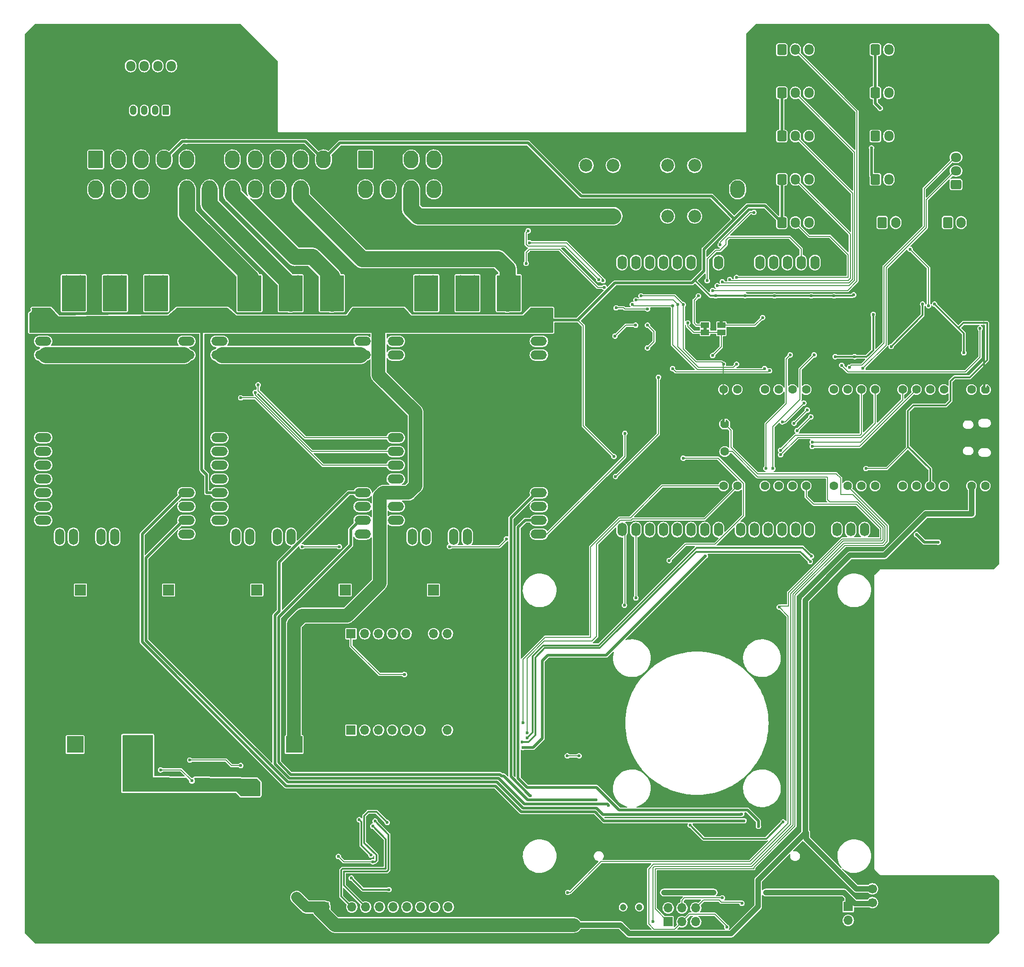
<source format=gbr>
%TF.GenerationSoftware,KiCad,Pcbnew,6.0.11+dfsg-1~bpo11+1*%
%TF.CreationDate,2023-04-27T19:59:20+00:00*%
%TF.ProjectId,OpenMowerMainboard,4f70656e-4d6f-4776-9572-4d61696e626f,rev?*%
%TF.SameCoordinates,Original*%
%TF.FileFunction,Copper,L2,Bot*%
%TF.FilePolarity,Positive*%
%FSLAX46Y46*%
G04 Gerber Fmt 4.6, Leading zero omitted, Abs format (unit mm)*
G04 Created by KiCad (PCBNEW 6.0.11+dfsg-1~bpo11+1) date 2023-04-27 19:59:20*
%MOMM*%
%LPD*%
G01*
G04 APERTURE LIST*
G04 Aperture macros list*
%AMRoundRect*
0 Rectangle with rounded corners*
0 $1 Rounding radius*
0 $2 $3 $4 $5 $6 $7 $8 $9 X,Y pos of 4 corners*
0 Add a 4 corners polygon primitive as box body*
4,1,4,$2,$3,$4,$5,$6,$7,$8,$9,$2,$3,0*
0 Add four circle primitives for the rounded corners*
1,1,$1+$1,$2,$3*
1,1,$1+$1,$4,$5*
1,1,$1+$1,$6,$7*
1,1,$1+$1,$8,$9*
0 Add four rect primitives between the rounded corners*
20,1,$1+$1,$2,$3,$4,$5,0*
20,1,$1+$1,$4,$5,$6,$7,0*
20,1,$1+$1,$6,$7,$8,$9,0*
20,1,$1+$1,$8,$9,$2,$3,0*%
%AMFreePoly0*
4,1,57,0.281438,0.792513,0.314631,0.788760,0.324366,0.782642,0.335575,0.780064,0.361670,0.759195,0.389950,0.741421,0.741668,0.389704,0.759398,0.361385,0.780215,0.335261,0.782772,0.324050,0.788875,0.314303,0.792571,0.281098,0.800000,0.248529,0.800000,-0.248878,0.792513,-0.281438,0.788760,-0.314632,0.782641,-0.324367,0.780064,-0.335575,0.759196,-0.361669,0.741421,-0.389950,
0.389704,-0.741668,0.361385,-0.759398,0.335261,-0.780215,0.324050,-0.782772,0.314303,-0.788875,0.281098,-0.792571,0.248529,-0.800000,-0.248878,-0.800000,-0.281438,-0.792513,-0.314632,-0.788760,-0.324367,-0.782641,-0.335575,-0.780064,-0.361669,-0.759196,-0.389950,-0.741421,-0.741668,-0.389704,-0.759398,-0.361385,-0.780215,-0.335261,-0.782772,-0.324050,-0.788875,-0.314303,-0.792571,-0.281098,
-0.800000,-0.248529,-0.800000,0.248878,-0.792513,0.281438,-0.788760,0.314631,-0.782642,0.324366,-0.780064,0.335575,-0.759195,0.361670,-0.741421,0.389950,-0.389704,0.741668,-0.361385,0.759398,-0.335261,0.780215,-0.324050,0.782772,-0.314303,0.788875,-0.281098,0.792571,-0.248529,0.800000,0.248878,0.800000,0.281438,0.792513,0.281438,0.792513,$1*%
G04 Aperture macros list end*
%TA.AperFunction,ComponentPad*%
%ADD10RoundRect,0.250001X-1.099999X-1.399999X1.099999X-1.399999X1.099999X1.399999X-1.099999X1.399999X0*%
%TD*%
%TA.AperFunction,ComponentPad*%
%ADD11O,2.700000X3.300000*%
%TD*%
%TA.AperFunction,ComponentPad*%
%ADD12RoundRect,0.250000X-0.600000X-0.725000X0.600000X-0.725000X0.600000X0.725000X-0.600000X0.725000X0*%
%TD*%
%TA.AperFunction,ComponentPad*%
%ADD13O,1.700000X1.950000*%
%TD*%
%TA.AperFunction,ComponentPad*%
%ADD14RoundRect,0.249999X0.350001X0.625001X-0.350001X0.625001X-0.350001X-0.625001X0.350001X-0.625001X0*%
%TD*%
%TA.AperFunction,ComponentPad*%
%ADD15O,1.200000X1.750000*%
%TD*%
%TA.AperFunction,ComponentPad*%
%ADD16C,0.900000*%
%TD*%
%TA.AperFunction,ComponentPad*%
%ADD17C,10.000000*%
%TD*%
%TA.AperFunction,ComponentPad*%
%ADD18O,3.000000X1.700000*%
%TD*%
%TA.AperFunction,ComponentPad*%
%ADD19O,1.700000X3.000000*%
%TD*%
%TA.AperFunction,ComponentPad*%
%ADD20R,2.000000X2.000000*%
%TD*%
%TA.AperFunction,ComponentPad*%
%ADD21C,2.000000*%
%TD*%
%TA.AperFunction,ComponentPad*%
%ADD22C,2.350000*%
%TD*%
%TA.AperFunction,ComponentPad*%
%ADD23R,1.700000X1.700000*%
%TD*%
%TA.AperFunction,ComponentPad*%
%ADD24O,1.700000X1.700000*%
%TD*%
%TA.AperFunction,ComponentPad*%
%ADD25R,3.048000X3.048000*%
%TD*%
%TA.AperFunction,ComponentPad*%
%ADD26RoundRect,0.250000X-0.600000X-0.750000X0.600000X-0.750000X0.600000X0.750000X-0.600000X0.750000X0*%
%TD*%
%TA.AperFunction,ComponentPad*%
%ADD27O,1.700000X2.000000*%
%TD*%
%TA.AperFunction,ComponentPad*%
%ADD28RoundRect,0.250000X0.725000X-0.600000X0.725000X0.600000X-0.725000X0.600000X-0.725000X-0.600000X0*%
%TD*%
%TA.AperFunction,ComponentPad*%
%ADD29O,1.950000X1.700000*%
%TD*%
%TA.AperFunction,ComponentPad*%
%ADD30C,1.200000*%
%TD*%
%TA.AperFunction,ComponentPad*%
%ADD31FreePoly0,270.000000*%
%TD*%
%TA.AperFunction,ComponentPad*%
%ADD32C,1.600000*%
%TD*%
%TA.AperFunction,ComponentPad*%
%ADD33RoundRect,0.200000X-0.600000X0.600000X-0.600000X-0.600000X0.600000X-0.600000X0.600000X0.600000X0*%
%TD*%
%TA.AperFunction,ComponentPad*%
%ADD34C,1.700000*%
%TD*%
%TA.AperFunction,ComponentPad*%
%ADD35O,1.727200X2.500000*%
%TD*%
%TA.AperFunction,SMDPad,CuDef*%
%ADD36R,1.500000X1.000000*%
%TD*%
%TA.AperFunction,ViaPad*%
%ADD37C,0.600000*%
%TD*%
%TA.AperFunction,Conductor*%
%ADD38C,1.000000*%
%TD*%
%TA.AperFunction,Conductor*%
%ADD39C,0.300000*%
%TD*%
%TA.AperFunction,Conductor*%
%ADD40C,2.000000*%
%TD*%
%TA.AperFunction,Conductor*%
%ADD41C,0.500000*%
%TD*%
%TA.AperFunction,Conductor*%
%ADD42C,2.500000*%
%TD*%
%TA.AperFunction,Conductor*%
%ADD43C,0.200000*%
%TD*%
%TA.AperFunction,Conductor*%
%ADD44C,3.000000*%
%TD*%
G04 APERTURE END LIST*
%TO.C,JP3*%
G36*
X145900000Y-76700000D02*
G01*
X145300000Y-76700000D01*
X145300000Y-76200000D01*
X145900000Y-76200000D01*
X145900000Y-76700000D01*
G37*
%TO.C,JP2*%
G36*
X148900000Y-75400000D02*
G01*
X148300000Y-75400000D01*
X148300000Y-74900000D01*
X148900000Y-74900000D01*
X148900000Y-75400000D01*
G37*
%TD*%
D10*
%TO.P,J1,1,Pin_1*%
%TO.N,/ESCs/ML_HALL_U*%
X33250000Y-45250000D03*
D11*
%TO.P,J1,2,Pin_2*%
%TO.N,/ESCs/ML_HALL_V*%
X37450000Y-45250000D03*
%TO.P,J1,3,Pin_3*%
%TO.N,/ESCs/ML_HALL_W*%
X41650000Y-45250000D03*
%TO.P,J1,4,Pin_4*%
%TO.N,+5V*%
X45850000Y-45250000D03*
%TO.P,J1,5,Pin_5*%
%TO.N,unconnected-(J1-Pad5)*%
X50050000Y-45250000D03*
%TO.P,J1,6,Pin_6*%
%TO.N,GND*%
X54250000Y-45250000D03*
%TO.P,J1,7,Pin_7*%
%TO.N,/ESCs/MC_TEMP*%
X58450000Y-45250000D03*
%TO.P,J1,8,Pin_8*%
%TO.N,/ESCs/MR_HALL_U*%
X62650000Y-45250000D03*
%TO.P,J1,9,Pin_9*%
%TO.N,/ESCs/MR_HALL_V*%
X66850000Y-45250000D03*
%TO.P,J1,10,Pin_10*%
%TO.N,/ESCs/MR_HALL_W*%
X71050000Y-45250000D03*
%TO.P,J1,11,Pin_11*%
%TO.N,+5V*%
X75250000Y-45250000D03*
%TO.P,J1,12,Pin_12*%
%TO.N,/ESCs/ML_PHASE_W*%
X33250000Y-50750000D03*
%TO.P,J1,13,Pin_13*%
%TO.N,/ESCs/ML_PHASE_V*%
X37450000Y-50750000D03*
%TO.P,J1,14,Pin_14*%
%TO.N,/ESCs/ML_PHASE_U*%
X41650000Y-50750000D03*
%TO.P,J1,15,Pin_15*%
%TO.N,GND*%
X45850000Y-50750000D03*
%TO.P,J1,16,Pin_16*%
%TO.N,/ESCs/MC_PHASE_W*%
X50050000Y-50750000D03*
%TO.P,J1,17,Pin_17*%
%TO.N,/ESCs/MC_PHASE_V*%
X54250000Y-50750000D03*
%TO.P,J1,18,Pin_18*%
%TO.N,/ESCs/MC_PHASE_U*%
X58450000Y-50750000D03*
%TO.P,J1,19,Pin_19*%
%TO.N,/ESCs/MR_PHASE_W*%
X62650000Y-50750000D03*
%TO.P,J1,20,Pin_20*%
%TO.N,/ESCs/MR_PHASE_V*%
X66850000Y-50750000D03*
%TO.P,J1,21,Pin_21*%
%TO.N,/ESCs/MR_PHASE_U*%
X71050000Y-50750000D03*
%TO.P,J1,22,Pin_22*%
%TO.N,GND*%
X75250000Y-50750000D03*
%TD*%
D10*
%TO.P,J2,1,Pin_1*%
%TO.N,Net-(J2-Pad1)*%
X83000000Y-45250000D03*
D11*
%TO.P,J2,2,Pin_2*%
%TO.N,GND*%
X87200000Y-45250000D03*
%TO.P,J2,3,Pin_3*%
%TO.N,Net-(J2-Pad1)*%
X91400000Y-45250000D03*
%TO.P,J2,4,Pin_4*%
%TO.N,unconnected-(J2-Pad4)*%
X95600000Y-45250000D03*
%TO.P,J2,5,Pin_5*%
%TO.N,/RobotConnectors/MosfetSwitch/VOUT*%
X83000000Y-50750000D03*
%TO.P,J2,6,Pin_6*%
%TO.N,unconnected-(J2-Pad6)*%
X87200000Y-50750000D03*
%TO.P,J2,7,Pin_7*%
%TO.N,Net-(F4-Pad1)*%
X91400000Y-50750000D03*
%TO.P,J2,8,Pin_8*%
%TO.N,unconnected-(J2-Pad8)*%
X95600000Y-50750000D03*
%TD*%
D10*
%TO.P,J3,1,Pin_1*%
%TO.N,GND*%
X151600000Y-45250000D03*
D11*
%TO.P,J3,2,Pin_2*%
%TO.N,Net-(F2-Pad2)*%
X151600000Y-50750000D03*
%TD*%
D12*
%TO.P,J13,1,Pin_1*%
%TO.N,+5V*%
X177000000Y-40935000D03*
D13*
%TO.P,J13,2,Pin_2*%
%TO.N,/RobotConnectors/HALL_SWITCH_3_5V*%
X179500000Y-40935000D03*
%TO.P,J13,3,Pin_3*%
%TO.N,GND*%
X182000000Y-40935000D03*
%TD*%
D12*
%TO.P,J14,1,Pin_1*%
%TO.N,+5V*%
X177000000Y-48902500D03*
D13*
%TO.P,J14,2,Pin_2*%
%TO.N,/RobotConnectors/HALL_SWITCH_4_5V*%
X179500000Y-48902500D03*
%TO.P,J14,3,Pin_3*%
%TO.N,GND*%
X182000000Y-48902500D03*
%TD*%
D12*
%TO.P,J5,1,Pin_1*%
%TO.N,+5V*%
X159750000Y-25000000D03*
D13*
%TO.P,J5,2,Pin_2*%
%TO.N,/RobotConnectors/USS_1_TRIGGER_5V*%
X162250000Y-25000000D03*
%TO.P,J5,3,Pin_3*%
%TO.N,/RobotConnectors/USS_1_ECHO_5V*%
X164750000Y-25000000D03*
%TO.P,J5,4,Pin_4*%
%TO.N,GND*%
X167250000Y-25000000D03*
%TD*%
D12*
%TO.P,J6,1,Pin_1*%
%TO.N,+5V*%
X159750000Y-32967500D03*
D13*
%TO.P,J6,2,Pin_2*%
%TO.N,/RobotConnectors/USS_2_TRIGGER_5V*%
X162250000Y-32967500D03*
%TO.P,J6,3,Pin_3*%
%TO.N,/RobotConnectors/USS_2_ECHO_5V*%
X164750000Y-32967500D03*
%TO.P,J6,4,Pin_4*%
%TO.N,GND*%
X167250000Y-32967500D03*
%TD*%
D12*
%TO.P,J7,1,Pin_1*%
%TO.N,+5V*%
X159750000Y-40935000D03*
D13*
%TO.P,J7,2,Pin_2*%
%TO.N,/RobotConnectors/USS_3_TRIGGER_5V*%
X162250000Y-40935000D03*
%TO.P,J7,3,Pin_3*%
%TO.N,/RobotConnectors/USS_3_ECHO_5V*%
X164750000Y-40935000D03*
%TO.P,J7,4,Pin_4*%
%TO.N,GND*%
X167250000Y-40935000D03*
%TD*%
D12*
%TO.P,J8,1,Pin_1*%
%TO.N,+5V*%
X159750000Y-48902500D03*
D13*
%TO.P,J8,2,Pin_2*%
%TO.N,/RobotConnectors/USS_4_TRIGGER_5V*%
X162250000Y-48902500D03*
%TO.P,J8,3,Pin_3*%
%TO.N,/RobotConnectors/USS_4_ECHO_5V*%
X164750000Y-48902500D03*
%TO.P,J8,4,Pin_4*%
%TO.N,GND*%
X167250000Y-48902500D03*
%TD*%
D12*
%TO.P,J9,1,Pin_1*%
%TO.N,+5V*%
X159750000Y-56870000D03*
D13*
%TO.P,J9,2,Pin_2*%
%TO.N,/RobotConnectors/USS_5_TRIGGER_5V*%
X162250000Y-56870000D03*
%TO.P,J9,3,Pin_3*%
%TO.N,/RobotConnectors/USS_5_ECHO_5V*%
X164750000Y-56870000D03*
%TO.P,J9,4,Pin_4*%
%TO.N,GND*%
X167250000Y-56870000D03*
%TD*%
D12*
%TO.P,J12,1,Pin_1*%
%TO.N,+5V*%
X177000000Y-32967500D03*
D13*
%TO.P,J12,2,Pin_2*%
%TO.N,/RobotConnectors/HALL_SWITCH_2_5V*%
X179500000Y-32967500D03*
%TO.P,J12,3,Pin_3*%
%TO.N,GND*%
X182000000Y-32967500D03*
%TD*%
D14*
%TO.P,J10,1,Pin_1*%
%TO.N,+5V*%
X46196000Y-36195000D03*
D15*
%TO.P,J10,2,Pin_2*%
%TO.N,/ESCs/MC_HALL_W*%
X44196000Y-36195000D03*
%TO.P,J10,3,Pin_3*%
%TO.N,/ESCs/MC_HALL_V*%
X42196000Y-36195000D03*
%TO.P,J10,4,Pin_4*%
%TO.N,/ESCs/MC_HALL_U*%
X40196000Y-36195000D03*
%TO.P,J10,5,Pin_5*%
%TO.N,GND*%
X38196000Y-36195000D03*
%TD*%
D12*
%TO.P,J11,1,Pin_1*%
%TO.N,+5V*%
X177000000Y-25000000D03*
D13*
%TO.P,J11,2,Pin_2*%
%TO.N,/RobotConnectors/HALL_SWITCH_1_5V*%
X179500000Y-25000000D03*
%TO.P,J11,3,Pin_3*%
%TO.N,GND*%
X182000000Y-25000000D03*
%TD*%
D16*
%TO.P,H1,1,1*%
%TO.N,GND*%
X23848350Y-32651650D03*
X29151650Y-27348350D03*
X22750000Y-30000000D03*
X30250000Y-30000000D03*
X23848350Y-27348350D03*
X29151650Y-32651650D03*
X26500000Y-26250000D03*
X26500000Y-33750000D03*
D17*
X26500000Y-30000000D03*
%TD*%
D16*
%TO.P,H2,1,1*%
%TO.N,GND*%
X30250000Y-182500000D03*
D17*
X26500000Y-182500000D03*
D16*
X23848350Y-179848350D03*
X22750000Y-182500000D03*
X29151650Y-179848350D03*
X26500000Y-186250000D03*
X29151650Y-185151650D03*
X26500000Y-178750000D03*
X23848350Y-185151650D03*
%TD*%
%TO.P,H3,1,1*%
%TO.N,GND*%
X196151650Y-32651650D03*
X197250000Y-30000000D03*
X193500000Y-26250000D03*
D17*
X193500000Y-30000000D03*
D16*
X193500000Y-33750000D03*
X196151650Y-27348350D03*
X190848350Y-27348350D03*
X190848350Y-32651650D03*
X189750000Y-30000000D03*
%TD*%
%TO.P,H4,1,1*%
%TO.N,GND*%
X193500000Y-186250000D03*
X196151650Y-179848350D03*
X197250000Y-182500000D03*
X190848350Y-185151650D03*
X190848350Y-179848350D03*
X196151650Y-185151650D03*
D17*
X193500000Y-182500000D03*
D16*
X189750000Y-182500000D03*
X193500000Y-178750000D03*
%TD*%
D18*
%TO.P,U5,1,CAN_L*%
%TO.N,unconnected-(U5-Pad1)*%
X56060000Y-111775000D03*
%TO.P,U5,2,CAN_H*%
%TO.N,unconnected-(U5-Pad2)*%
X56060000Y-109235000D03*
%TO.P,U5,3,TEMPERATURE*%
%TO.N,/ESCs/MC_TEMP*%
X56060000Y-104155000D03*
%TO.P,U5,4,HALL_U*%
%TO.N,/ESCs/MC_HALL_U*%
X56060000Y-101615000D03*
%TO.P,U5,5,HALL_V*%
%TO.N,/ESCs/MC_HALL_V*%
X56060000Y-99075000D03*
%TO.P,U5,5V,5V*%
%TO.N,+5V*%
X56060000Y-76215000D03*
X82460000Y-73675000D03*
X82460000Y-76215000D03*
X56060000Y-106695000D03*
X56060000Y-73675000D03*
%TO.P,U5,6,HALL_W*%
%TO.N,/ESCs/MC_HALL_W*%
X56060000Y-96535000D03*
D19*
%TO.P,U5,7,3V3_IN*%
%TO.N,unconnected-(U5-Pad7)*%
X59100000Y-114815000D03*
%TO.P,U5,8,SWDCLK*%
%TO.N,unconnected-(U5-Pad8)*%
X61640000Y-114815000D03*
%TO.P,U5,9,SWDIO*%
%TO.N,unconnected-(U5-Pad9)*%
X66720000Y-114815000D03*
%TO.P,U5,10,RESET*%
%TO.N,unconnected-(U5-Pad10)*%
X69260000Y-114815000D03*
D18*
%TO.P,U5,11,MISO*%
%TO.N,Net-(JP6-Pad2)*%
X82460000Y-114315000D03*
%TO.P,U5,12,MOSI/TX*%
%TO.N,/ESCs/MC_TX*%
X82460000Y-111775000D03*
%TO.P,U5,13,SCK*%
%TO.N,unconnected-(U5-Pad13)*%
X82460000Y-109235000D03*
%TO.P,U5,14,NCS/RX*%
%TO.N,/ESCs/MC_RX*%
X82460000Y-106695000D03*
%TO.P,U5,GND,GND*%
%TO.N,GND*%
X82460000Y-68595000D03*
D19*
X64180000Y-114815000D03*
D18*
X82460000Y-71135000D03*
X56060000Y-93995000D03*
X56060000Y-114315000D03*
X82460000Y-104155000D03*
X56060000Y-68595000D03*
X56060000Y-71135000D03*
D19*
%TO.P,U5,U,U*%
%TO.N,/ESCs/MC_PHASE_U*%
X75610000Y-71635000D03*
X78150000Y-71635000D03*
X78150000Y-68095000D03*
X75610000Y-68095000D03*
%TO.P,U5,V,V*%
%TO.N,/ESCs/MC_PHASE_V*%
X70530000Y-68095000D03*
X67990000Y-71635000D03*
X70530000Y-71635000D03*
X67990000Y-68095000D03*
D18*
%TO.P,U5,VM,VIN*%
%TO.N,V_BATT*%
X56060000Y-78755000D03*
X56060000Y-81295000D03*
X82460000Y-81295000D03*
X82460000Y-78755000D03*
D19*
%TO.P,U5,W,W*%
%TO.N,/ESCs/MC_PHASE_W*%
X60370000Y-68095000D03*
X62910000Y-71635000D03*
X62910000Y-68095000D03*
X60370000Y-71635000D03*
%TD*%
D20*
%TO.P,C3,1*%
%TO.N,V_BATT*%
X79235005Y-124612400D03*
D21*
%TO.P,C3,2*%
%TO.N,GND*%
X79235005Y-119612400D03*
%TD*%
D22*
%TO.P,F4,1*%
%TO.N,Net-(F4-Pad1)*%
X128675000Y-55700000D03*
X123675000Y-55700000D03*
%TO.P,F4,2*%
%TO.N,/RobotConnectors/V_BATTERY*%
X143675000Y-55700000D03*
X138675000Y-55700000D03*
%TD*%
D20*
%TO.P,C2,1*%
%TO.N,V_BATT*%
X30428020Y-124612400D03*
D21*
%TO.P,C2,2*%
%TO.N,GND*%
X30428020Y-119612400D03*
%TD*%
D18*
%TO.P,U4,1,CAN_L*%
%TO.N,unconnected-(U4-Pad1)*%
X23560000Y-111775000D03*
%TO.P,U4,2,CAN_H*%
%TO.N,unconnected-(U4-Pad2)*%
X23560000Y-109235000D03*
%TO.P,U4,3,TEMPERATURE*%
%TO.N,unconnected-(U4-Pad3)*%
X23560000Y-104155000D03*
%TO.P,U4,4,HALL_U*%
%TO.N,/ESCs/ML_HALL_U*%
X23560000Y-101615000D03*
%TO.P,U4,5,HALL_V*%
%TO.N,/ESCs/ML_HALL_V*%
X23560000Y-99075000D03*
%TO.P,U4,5V,5V*%
%TO.N,+5V*%
X23560000Y-76215000D03*
X49960000Y-73675000D03*
X23560000Y-106695000D03*
X23560000Y-73675000D03*
X49960000Y-76215000D03*
%TO.P,U4,6,HALL_W*%
%TO.N,/ESCs/ML_HALL_W*%
X23560000Y-96535000D03*
D19*
%TO.P,U4,7,3V3_IN*%
%TO.N,unconnected-(U4-Pad7)*%
X26600000Y-114815000D03*
%TO.P,U4,8,SWDCLK*%
%TO.N,unconnected-(U4-Pad8)*%
X29140000Y-114815000D03*
%TO.P,U4,9,SWDIO*%
%TO.N,unconnected-(U4-Pad9)*%
X34220000Y-114815000D03*
%TO.P,U4,10,RESET*%
%TO.N,unconnected-(U4-Pad10)*%
X36760000Y-114815000D03*
D18*
%TO.P,U4,11,MISO*%
%TO.N,Net-(JP6-Pad2)*%
X49960000Y-114315000D03*
%TO.P,U4,12,MOSI/TX*%
%TO.N,/ESCs/ML_TX*%
X49960000Y-111775000D03*
%TO.P,U4,13,SCK*%
%TO.N,unconnected-(U4-Pad13)*%
X49960000Y-109235000D03*
%TO.P,U4,14,NCS/RX*%
%TO.N,/ESCs/ML_RX*%
X49960000Y-106695000D03*
D19*
%TO.P,U4,GND,GND*%
%TO.N,GND*%
X31680000Y-114815000D03*
D18*
X23560000Y-71135000D03*
X23560000Y-114315000D03*
X49960000Y-71135000D03*
X49960000Y-68595000D03*
X23560000Y-93995000D03*
X49960000Y-104155000D03*
X23560000Y-68595000D03*
D19*
%TO.P,U4,U,U*%
%TO.N,/ESCs/ML_PHASE_U*%
X45650000Y-68095000D03*
X43110000Y-71635000D03*
X45650000Y-71635000D03*
X43110000Y-68095000D03*
%TO.P,U4,V,V*%
%TO.N,/ESCs/ML_PHASE_V*%
X38030000Y-71635000D03*
X35490000Y-71635000D03*
X35490000Y-68095000D03*
X38030000Y-68095000D03*
D18*
%TO.P,U4,VM,VIN*%
%TO.N,V_BATT*%
X23560000Y-81295000D03*
X23560000Y-78755000D03*
X49960000Y-81295000D03*
X49960000Y-78755000D03*
D19*
%TO.P,U4,W,W*%
%TO.N,/ESCs/ML_PHASE_W*%
X30410000Y-71635000D03*
X27870000Y-71635000D03*
X30410000Y-68095000D03*
X27870000Y-68095000D03*
%TD*%
D23*
%TO.P,J20,1,Pin_1*%
%TO.N,+5V*%
X75392200Y-183083200D03*
D24*
%TO.P,J20,2,Pin_2*%
%TO.N,GND*%
X77932200Y-183083200D03*
%TO.P,J20,3,Pin_3*%
%TO.N,/IMU/SCK*%
X80472200Y-183083200D03*
%TO.P,J20,4,Pin_4*%
%TO.N,/IMU/MOSI*%
X83012200Y-183083200D03*
%TO.P,J20,5,Pin_5*%
%TO.N,unconnected-(J20-Pad5)*%
X85552200Y-183083200D03*
%TO.P,J20,6,Pin_6*%
%TO.N,unconnected-(J20-Pad6)*%
X88092200Y-183083200D03*
%TO.P,J20,7,Pin_7*%
%TO.N,/IMU/MISO*%
X90632200Y-183083200D03*
%TO.P,J20,8,Pin_8*%
%TO.N,unconnected-(J20-Pad8)*%
X93172200Y-183083200D03*
%TO.P,J20,9,Pin_9*%
%TO.N,/IMU/~{CS}*%
X95712200Y-183083200D03*
%TO.P,J20,10,Pin_10*%
%TO.N,unconnected-(J20-Pad10)*%
X98252200Y-183083200D03*
%TD*%
D18*
%TO.P,U6,1,CAN_L*%
%TO.N,unconnected-(U6-Pad1)*%
X88560000Y-111775000D03*
%TO.P,U6,2,CAN_H*%
%TO.N,unconnected-(U6-Pad2)*%
X88560000Y-109235000D03*
%TO.P,U6,3,TEMPERATURE*%
%TO.N,unconnected-(U6-Pad3)*%
X88560000Y-104155000D03*
%TO.P,U6,4,HALL_U*%
%TO.N,/ESCs/MR_HALL_U*%
X88560000Y-101615000D03*
%TO.P,U6,5,HALL_V*%
%TO.N,/ESCs/MR_HALL_V*%
X88560000Y-99075000D03*
%TO.P,U6,5V,5V*%
%TO.N,+5V*%
X114960000Y-76215000D03*
X114960000Y-73675000D03*
X88560000Y-73675000D03*
X88560000Y-76215000D03*
X88560000Y-106695000D03*
%TO.P,U6,6,HALL_W*%
%TO.N,/ESCs/MR_HALL_W*%
X88560000Y-96535000D03*
D19*
%TO.P,U6,7,3V3_IN*%
%TO.N,unconnected-(U6-Pad7)*%
X91600000Y-114815000D03*
%TO.P,U6,8,SWDCLK*%
%TO.N,unconnected-(U6-Pad8)*%
X94140000Y-114815000D03*
%TO.P,U6,9,SWDIO*%
%TO.N,unconnected-(U6-Pad9)*%
X99220000Y-114815000D03*
%TO.P,U6,10,RESET*%
%TO.N,unconnected-(U6-Pad10)*%
X101760000Y-114815000D03*
D18*
%TO.P,U6,11,MISO*%
%TO.N,Net-(JP6-Pad2)*%
X114960000Y-114315000D03*
%TO.P,U6,12,MOSI/TX*%
%TO.N,/ESCs/MR_TX*%
X114960000Y-111775000D03*
%TO.P,U6,13,SCK*%
%TO.N,unconnected-(U6-Pad13)*%
X114960000Y-109235000D03*
%TO.P,U6,14,NCS/RX*%
%TO.N,/ESCs/MR_RX*%
X114960000Y-106695000D03*
%TO.P,U6,GND,GND*%
%TO.N,GND*%
X114960000Y-104155000D03*
X88560000Y-93995000D03*
X114960000Y-68595000D03*
D19*
X96680000Y-114815000D03*
D18*
X88560000Y-114315000D03*
X88560000Y-68595000D03*
X88560000Y-71135000D03*
X114960000Y-71135000D03*
D19*
%TO.P,U6,U,U*%
%TO.N,/ESCs/MR_PHASE_U*%
X110650000Y-71635000D03*
X108110000Y-71635000D03*
X110650000Y-68095000D03*
X108110000Y-68095000D03*
%TO.P,U6,V,V*%
%TO.N,/ESCs/MR_PHASE_V*%
X100490000Y-68095000D03*
X100490000Y-71635000D03*
X103030000Y-68095000D03*
X103030000Y-71635000D03*
D18*
%TO.P,U6,VM,VIN*%
%TO.N,V_BATT*%
X88560000Y-81295000D03*
X114960000Y-78755000D03*
X114960000Y-81295000D03*
X88560000Y-78755000D03*
D19*
%TO.P,U6,W,W*%
%TO.N,/ESCs/MR_PHASE_W*%
X95410000Y-68095000D03*
X92870000Y-68095000D03*
X95410000Y-71635000D03*
X92870000Y-71635000D03*
%TD*%
D22*
%TO.P,F2,1*%
%TO.N,/RobotConnectors/V_CHARGE*%
X123675000Y-46350000D03*
X128675000Y-46350000D03*
%TO.P,F2,2*%
%TO.N,Net-(F2-Pad2)*%
X138675000Y-46350000D03*
X143675000Y-46350000D03*
%TD*%
D20*
%TO.P,C6,1*%
%TO.N,V_BATT*%
X46697015Y-124612400D03*
D21*
%TO.P,C6,2*%
%TO.N,GND*%
X46697015Y-119612400D03*
%TD*%
D12*
%TO.P,J4,1,Pin_1*%
%TO.N,GND*%
X37200000Y-28000000D03*
D13*
%TO.P,J4,2,Pin_2*%
%TO.N,/ESCs/MC_HALL_U*%
X39700000Y-28000000D03*
%TO.P,J4,3,Pin_3*%
%TO.N,/ESCs/MC_HALL_V*%
X42200000Y-28000000D03*
%TO.P,J4,4,Pin_4*%
%TO.N,/ESCs/MC_HALL_W*%
X44700000Y-28000000D03*
%TO.P,J4,5,Pin_5*%
%TO.N,+5V*%
X47200000Y-28000000D03*
%TD*%
D25*
%TO.P,U1,1,IN-*%
%TO.N,GND*%
X29450000Y-171524000D03*
%TO.P,U1,2,IN+*%
%TO.N,V_BATT*%
X29450000Y-153124000D03*
%TO.P,U1,3,OUT+*%
%TO.N,+5V*%
X69850000Y-153124000D03*
%TO.P,U1,4,OUT-*%
%TO.N,GND*%
X69850000Y-171524000D03*
%TD*%
D20*
%TO.P,C7,1*%
%TO.N,V_BATT*%
X62966010Y-124612400D03*
D21*
%TO.P,C7,2*%
%TO.N,GND*%
X62966010Y-119612400D03*
%TD*%
D20*
%TO.P,C8,1*%
%TO.N,V_BATT*%
X95504000Y-124612400D03*
D21*
%TO.P,C8,2*%
%TO.N,GND*%
X95504000Y-119612400D03*
%TD*%
D26*
%TO.P,J18,1,Pin_1*%
%TO.N,/RobotConnectors/SPEAKER_PLUS*%
X190320000Y-56870000D03*
D27*
%TO.P,J18,2,Pin_2*%
%TO.N,/RobotConnectors/SPEAKER_MINUS*%
X192820000Y-56870000D03*
%TD*%
D26*
%TO.P,J17,1,Pin_1*%
%TO.N,+3V3*%
X178250000Y-56870000D03*
D27*
%TO.P,J17,2,Pin_2*%
%TO.N,/RobotConnectors/RAIN-*%
X180750000Y-56870000D03*
%TD*%
D28*
%TO.P,J19,1,Pin_1*%
%TO.N,+5V*%
X191870000Y-49852500D03*
D29*
%TO.P,J19,2,Pin_2*%
%TO.N,/RobotConnectors/LED_RX*%
X191870000Y-47352500D03*
%TO.P,J19,3,Pin_3*%
%TO.N,/RobotConnectors/LED_TX*%
X191870000Y-44852500D03*
%TO.P,J19,4,Pin_4*%
%TO.N,GND*%
X191870000Y-42352500D03*
%TD*%
D30*
%TO.P,SW1,*%
%TO.N,*%
X130500000Y-183097500D03*
X133500000Y-183097500D03*
%TD*%
D31*
%TO.P,U11,1,GPIO0*%
%TO.N,/RaspberryPi/UART0_RXD*%
X197266544Y-87672104D03*
D32*
%TO.P,U11,2,GPIO1*%
%TO.N,/RaspberryPi/UART0_TXD*%
X194726544Y-87672104D03*
D33*
%TO.P,U11,3,GND*%
%TO.N,GND*%
X192186544Y-87672104D03*
D32*
%TO.P,U11,4,GPIO2*%
%TO.N,/RobotConnectors/HALL_SWITCH_4*%
X189646544Y-87672104D03*
%TO.P,U11,5,GPIO3*%
%TO.N,/RobotConnectors/HALL_SWITCH_3*%
X187106544Y-87672104D03*
%TO.P,U11,6,GPIO4*%
%TO.N,/IMU/MISO*%
X184566544Y-87672104D03*
%TO.P,U11,7,GPIO5*%
%TO.N,/IMU/~{CS}*%
X182026544Y-87672104D03*
D33*
%TO.P,U11,8,GND*%
%TO.N,GND*%
X179486544Y-87672104D03*
D32*
%TO.P,U11,9,GPIO6*%
%TO.N,/IMU/SCK*%
X176946544Y-87672104D03*
%TO.P,U11,10,GPIO7*%
%TO.N,/IMU/MOSI*%
X174406544Y-87672104D03*
%TO.P,U11,11,GPIO8*%
%TO.N,/RobotConnectors/LED_RX*%
X171866544Y-87672104D03*
%TO.P,U11,12,GPIO9*%
%TO.N,/RobotConnectors/LED_TX*%
X169326544Y-87672104D03*
D33*
%TO.P,U11,13,GND*%
%TO.N,GND*%
X166786544Y-87672104D03*
D32*
%TO.P,U11,14,GPIO10*%
%TO.N,Net-(U11-Pad14)*%
X164246544Y-87672104D03*
%TO.P,U11,15,GPIO11*%
%TO.N,/pico/MUX_INPUT*%
X161706544Y-87672104D03*
%TO.P,U11,16,GPIO12*%
%TO.N,/pico/MUX_OUTPUT*%
X159166544Y-87672104D03*
%TO.P,U11,17,GPIO13*%
%TO.N,/pico/MUX_ADDRESS_0*%
X156626544Y-87672104D03*
D33*
%TO.P,U11,18,GND*%
%TO.N,GND*%
X154086544Y-87672104D03*
D32*
%TO.P,U11,19,GPIO14*%
%TO.N,/pico/MUX_ADDRESS_1*%
X151546544Y-87672104D03*
%TO.P,U11,20,GPIO15*%
%TO.N,/pico/MUX_ADDRESS_2*%
X149006544Y-87672104D03*
%TO.P,U11,21,GPIO16*%
%TO.N,/pico/SOUND_TX*%
X149006544Y-105452104D03*
%TO.P,U11,22,GPIO17*%
%TO.N,/pico/SOUND_RX*%
X151546544Y-105452104D03*
D33*
%TO.P,U11,23,GND*%
%TO.N,GND*%
X154086544Y-105452104D03*
D32*
%TO.P,U11,24,GPIO18*%
%TO.N,/RobotConnectors/HALL_SWITCH_1*%
X156626544Y-105452104D03*
%TO.P,U11,25,GPIO19*%
%TO.N,/RobotConnectors/HALL_SWITCH_2*%
X159166544Y-105452104D03*
%TO.P,U11,26,GPIO20*%
%TO.N,/ESCs/ESC_SHUTDOWN*%
X161706544Y-105452104D03*
%TO.P,U11,27,GPIO21*%
%TO.N,/RaspberryPi/POWER_EN*%
X164246544Y-105452104D03*
D33*
%TO.P,U11,28,GND*%
%TO.N,GND*%
X166786544Y-105452104D03*
D32*
%TO.P,U11,29,GPIO22*%
%TO.N,/RobotConnectors/ENABLE_CHARGE*%
X169326544Y-105452104D03*
%TO.P,U11,30,RUN*%
%TO.N,/RaspberryPi/PICO_RESET*%
X171866544Y-105452104D03*
%TO.P,U11,31,GPIO26_ADC0*%
%TO.N,/pico/V_CHARGE*%
X174406544Y-105452104D03*
%TO.P,U11,32,GPIO27_ADC1*%
%TO.N,/pico/V_IN*%
X176946544Y-105452104D03*
D33*
%TO.P,U11,33,AGND*%
%TO.N,GND*%
X179486544Y-105452104D03*
D32*
%TO.P,U11,34,GPIO28_ADC2*%
%TO.N,/CHARGE_CURRENT*%
X182026544Y-105452104D03*
%TO.P,U11,35,ADC_VREF*%
%TO.N,unconnected-(U11-Pad35)*%
X184566544Y-105452104D03*
%TO.P,U11,36,3V3*%
%TO.N,+3V3*%
X187106544Y-105452104D03*
%TO.P,U11,37,3V3_EN*%
%TO.N,unconnected-(U11-Pad37)*%
X189646544Y-105452104D03*
D33*
%TO.P,U11,38,GND*%
%TO.N,GND*%
X192186544Y-105452104D03*
D32*
%TO.P,U11,39,VSYS*%
%TO.N,+5V*%
X194726544Y-105452104D03*
%TO.P,U11,40,VBUS*%
%TO.N,unconnected-(U11-Pad40)*%
X197266544Y-105452104D03*
D31*
%TO.P,U11,41,SWCLK*%
%TO.N,/RaspberryPi/PICO_SWCLK*%
X149236544Y-94022104D03*
D33*
%TO.P,U11,42,SWGND*%
%TO.N,GND*%
X149236544Y-96562104D03*
D32*
%TO.P,U11,43,SWDIO*%
%TO.N,/RaspberryPi/PICO_SWDIO*%
X149236544Y-99102104D03*
%TD*%
D34*
%TO.P,SW2,1,1*%
%TO.N,/RaspberryPi/RASPI_POWER*%
X176479200Y-182270400D03*
%TO.P,SW2,2,2*%
%TO.N,+5V*%
X176479200Y-179730400D03*
%TD*%
D23*
%TO.P,J23,1,Pin_1*%
%TO.N,/pico/SOUND_BUSY*%
X80314800Y-132689600D03*
D24*
%TO.P,J23,2,Pin_2*%
%TO.N,unconnected-(J23-Pad2)*%
X82854800Y-132689600D03*
%TO.P,J23,3,Pin_3*%
%TO.N,unconnected-(J23-Pad3)*%
X85394800Y-132689600D03*
%TO.P,J23,4,Pin_4*%
%TO.N,unconnected-(J23-Pad4)*%
X87934800Y-132689600D03*
%TO.P,J23,5,Pin_5*%
%TO.N,unconnected-(J23-Pad5)*%
X90474800Y-132689600D03*
%TO.P,J23,6,Pin_6*%
%TO.N,GND*%
X93014800Y-132689600D03*
%TO.P,J23,7,Pin_7*%
%TO.N,unconnected-(J23-Pad7)*%
X95554800Y-132689600D03*
%TO.P,J23,8,Pin_8*%
%TO.N,unconnected-(J23-Pad8)*%
X98094800Y-132689600D03*
%TD*%
D23*
%TO.P,J16,1,Pin_1*%
%TO.N,Net-(J16-Pad1)*%
X80314800Y-150469600D03*
D24*
%TO.P,J16,2,Pin_2*%
%TO.N,Net-(J16-Pad2)*%
X82854800Y-150469600D03*
%TO.P,J16,3,Pin_3*%
%TO.N,Net-(J16-Pad3)*%
X85394800Y-150469600D03*
%TO.P,J16,4,Pin_4*%
%TO.N,unconnected-(J16-Pad4)*%
X87934800Y-150469600D03*
%TO.P,J16,5,Pin_5*%
%TO.N,unconnected-(J16-Pad5)*%
X90474800Y-150469600D03*
%TO.P,J16,6,Pin_6*%
%TO.N,/RobotConnectors/SPEAKER_PLUS*%
X93014800Y-150469600D03*
%TO.P,J16,7,Pin_7*%
%TO.N,GND*%
X95554800Y-150469600D03*
%TO.P,J16,8,Pin_8*%
%TO.N,/RobotConnectors/SPEAKER_MINUS*%
X98094800Y-150469600D03*
%TD*%
D23*
%TO.P,J22,1,Pin_1*%
%TO.N,/RaspberryPi/PICO_RESET*%
X138800000Y-185800000D03*
D24*
%TO.P,J22,2,Pin_2*%
%TO.N,Net-(J21-Pad16)*%
X138800000Y-183260000D03*
%TO.P,J22,3,Pin_3*%
%TO.N,/RaspberryPi/PICO_SWDIO*%
X141340000Y-185800000D03*
%TO.P,J22,4,Pin_4*%
%TO.N,Net-(J21-Pad18)*%
X141340000Y-183260000D03*
%TO.P,J22,5,Pin_5*%
%TO.N,/RaspberryPi/PICO_SWCLK*%
X143880000Y-185800000D03*
%TO.P,J22,6,Pin_6*%
%TO.N,Net-(J21-Pad22)*%
X143880000Y-183260000D03*
%TO.P,J22,7,Pin_7*%
%TO.N,GND*%
X146420000Y-185800000D03*
%TO.P,J22,8,Pin_8*%
X146420000Y-183260000D03*
%TD*%
D35*
%TO.P,XA1,*%
%TO.N,*%
X165860000Y-64240000D03*
%TO.P,XA1,3V3,3.3V*%
%TO.N,unconnected-(XA1-Pad3V3)*%
X158240000Y-64240000D03*
%TO.P,XA1,5V1,5V*%
%TO.N,+5V*%
X155700000Y-64240000D03*
%TO.P,XA1,A0,A0*%
%TO.N,unconnected-(XA1-PadA0)*%
X143000000Y-64240000D03*
%TO.P,XA1,A1,A1*%
%TO.N,unconnected-(XA1-PadA1)*%
X140460000Y-64240000D03*
%TO.P,XA1,A2,A2*%
%TO.N,unconnected-(XA1-PadA2)*%
X137920000Y-64240000D03*
%TO.P,XA1,A3,A3*%
%TO.N,unconnected-(XA1-PadA3)*%
X135380000Y-64240000D03*
%TO.P,XA1,A4,A4*%
%TO.N,unconnected-(XA1-PadA4)*%
X132840000Y-64240000D03*
%TO.P,XA1,A5,A5*%
%TO.N,unconnected-(XA1-PadA5)*%
X130300000Y-64240000D03*
%TO.P,XA1,AREF,AREF*%
%TO.N,unconnected-(XA1-PadAREF)*%
X169924000Y-113500000D03*
%TO.P,XA1,D0,D0_RX0*%
%TO.N,/GPS/TXD*%
X130300000Y-113500000D03*
%TO.P,XA1,D1,D1_TX0*%
%TO.N,/GPS/RXD*%
X132840000Y-113500000D03*
%TO.P,XA1,D2,D2_INT0*%
%TO.N,unconnected-(XA1-PadD2)*%
X135380000Y-113500000D03*
%TO.P,XA1,D3,D3_INT1*%
%TO.N,unconnected-(XA1-PadD3)*%
X137920000Y-113500000D03*
%TO.P,XA1,D4,D4*%
%TO.N,unconnected-(XA1-PadD4)*%
X140460000Y-113500000D03*
%TO.P,XA1,D5,D5*%
%TO.N,unconnected-(XA1-PadD5)*%
X143000000Y-113500000D03*
%TO.P,XA1,D6,D6*%
%TO.N,unconnected-(XA1-PadD6)*%
X145540000Y-113500000D03*
%TO.P,XA1,D7,D7*%
%TO.N,unconnected-(XA1-PadD7)*%
X148080000Y-113500000D03*
%TO.P,XA1,D8,D8*%
%TO.N,unconnected-(XA1-PadD8)*%
X152144000Y-113500000D03*
%TO.P,XA1,D9,D9*%
%TO.N,unconnected-(XA1-PadD9)*%
X154684000Y-113500000D03*
%TO.P,XA1,D10,D10_CS*%
%TO.N,unconnected-(XA1-PadD10)*%
X157224000Y-113500000D03*
%TO.P,XA1,D11,D11*%
%TO.N,unconnected-(XA1-PadD11)*%
X159764000Y-113500000D03*
%TO.P,XA1,D12,D12*%
%TO.N,unconnected-(XA1-PadD12)*%
X162304000Y-113500000D03*
%TO.P,XA1,D13,D13*%
%TO.N,unconnected-(XA1-PadD13)*%
X164844000Y-113500000D03*
%TO.P,XA1,GND1,GND*%
%TO.N,GND*%
X167384000Y-113500000D03*
%TO.P,XA1,GND2,GND*%
X153160000Y-64240000D03*
%TO.P,XA1,GND3,GND*%
X150620000Y-64240000D03*
%TO.P,XA1,IORF,IOREF*%
%TO.N,+3V3*%
X163320000Y-64240000D03*
%TO.P,XA1,RST1,RESET*%
%TO.N,unconnected-(XA1-PadRST1)*%
X160780000Y-64240000D03*
%TO.P,XA1,SCL,SCL*%
%TO.N,unconnected-(XA1-PadSCL)*%
X175004000Y-113500000D03*
%TO.P,XA1,SDA,SDA*%
%TO.N,unconnected-(XA1-PadSDA)*%
X172464000Y-113500000D03*
%TO.P,XA1,VIN,VIN*%
%TO.N,unconnected-(XA1-PadVIN)*%
X148080000Y-64240000D03*
%TD*%
D36*
%TO.P,JP3,1,A*%
%TO.N,+3V3*%
X145600000Y-77100000D03*
%TO.P,JP3,2,C*%
%TO.N,Net-(IC1-Pad24)*%
X145600000Y-75800000D03*
%TO.P,JP3,3,B*%
%TO.N,GND*%
X145600000Y-74500000D03*
%TD*%
D23*
%TO.P,M1,1,+*%
%TO.N,/RaspberryPi/RASPI_POWER*%
X172000000Y-183000000D03*
D24*
%TO.P,M1,2,-*%
%TO.N,Net-(D1-Pad2)*%
X172000000Y-185540000D03*
%TD*%
D36*
%TO.P,JP2,1,A*%
%TO.N,GND*%
X148600000Y-74500000D03*
%TO.P,JP2,2,C*%
%TO.N,Net-(IC1-Pad1)*%
X148600000Y-75800000D03*
%TO.P,JP2,3,B*%
%TO.N,+3V3*%
X148600000Y-77100000D03*
%TD*%
D37*
%TO.N,GND*%
X25000000Y-165000000D03*
X102000000Y-41000000D03*
X76000000Y-171000000D03*
X84000000Y-157250000D03*
X155600000Y-45400000D03*
X20990822Y-102999444D03*
X175840622Y-98412800D03*
X20990822Y-67999444D03*
X95600000Y-78600000D03*
X65800000Y-69800000D03*
X144595123Y-97550967D03*
X176000000Y-138000000D03*
X29800000Y-85800000D03*
X87000000Y-178000000D03*
X87897200Y-155803600D03*
X105600000Y-163600000D03*
X130149600Y-145745200D03*
X59000000Y-166000000D03*
X118634000Y-142002000D03*
X77997832Y-189198418D03*
X139200000Y-173600000D03*
X56000000Y-155000000D03*
X135800000Y-47600000D03*
X122634000Y-142002000D03*
X106400000Y-72600000D03*
X167600000Y-162000000D03*
X76000000Y-167000000D03*
X69200000Y-78800000D03*
X115000000Y-100000000D03*
X77000000Y-166349500D03*
X22997832Y-189198418D03*
X191000000Y-120000000D03*
X131800000Y-66600000D03*
X63864000Y-144002000D03*
X49800000Y-59000000D03*
X107410000Y-143002000D03*
X20990822Y-57999444D03*
X176000000Y-63500000D03*
X41000000Y-62000000D03*
X96451023Y-157251023D03*
X162200000Y-45400000D03*
X78000000Y-171000000D03*
X44800000Y-169200000D03*
X186600000Y-92200000D03*
X181000000Y-120000000D03*
X34200000Y-119200000D03*
X115000000Y-95000000D03*
X107000000Y-41000000D03*
X60000000Y-95000000D03*
X106410000Y-142002000D03*
X73000000Y-151000000D03*
X62000000Y-158000000D03*
X175400000Y-58400000D03*
X62997832Y-189198418D03*
X143800000Y-53200000D03*
X142800000Y-79400000D03*
X29000000Y-165000000D03*
X176000000Y-178000000D03*
X74000000Y-152000000D03*
X79000000Y-112600000D03*
X176000000Y-21000000D03*
X28800000Y-54600000D03*
X199000000Y-70000000D03*
X87997832Y-189198418D03*
X167997832Y-189198418D03*
X95000000Y-95000000D03*
X129962411Y-173437589D03*
X149800000Y-81400000D03*
X62246000Y-140002000D03*
X76000000Y-154000000D03*
X199000000Y-45000000D03*
X199000000Y-110000000D03*
X147000000Y-41000000D03*
X109800000Y-86400000D03*
X97786139Y-67813861D03*
X81136000Y-142002000D03*
X121158000Y-147320000D03*
X55000000Y-166000000D03*
X117997832Y-189198418D03*
X26000000Y-162000000D03*
X109423911Y-177623911D03*
X192997832Y-189198418D03*
X79518000Y-142002000D03*
X54000000Y-164000000D03*
X73000000Y-165000000D03*
X60000000Y-164000000D03*
X81136000Y-140002000D03*
X108410000Y-143620000D03*
X82000000Y-161750000D03*
X121200000Y-173600000D03*
X143600000Y-69400000D03*
X137000000Y-41000000D03*
X30000000Y-90000000D03*
X60000000Y-166000000D03*
X196000000Y-53000000D03*
X65991231Y-38997250D03*
X54000000Y-165000000D03*
X199000000Y-95000000D03*
X20990822Y-147999444D03*
X30000000Y-95000000D03*
X91897200Y-154185600D03*
X58000000Y-166000000D03*
X79000000Y-153000000D03*
X112997832Y-189198418D03*
X73914000Y-120904000D03*
X152997832Y-189198418D03*
X97000000Y-41000000D03*
X20990822Y-117999444D03*
X100000000Y-95000000D03*
X147997832Y-189198418D03*
X24384000Y-120142000D03*
X20990822Y-47999444D03*
X99568000Y-167894000D03*
X199000000Y-80000000D03*
X50000000Y-91800000D03*
X63246000Y-141002000D03*
X45200000Y-97800000D03*
X176000000Y-120000000D03*
X133200000Y-95800000D03*
X134000000Y-169198003D03*
X128200000Y-63800000D03*
X23000000Y-21000000D03*
X76000000Y-169000000D03*
X79248000Y-121412000D03*
X124100000Y-158600000D03*
X106400000Y-70400000D03*
X34600000Y-108200000D03*
X45800000Y-169200000D03*
X20990822Y-22999444D03*
X35000000Y-105000000D03*
X102870000Y-167640000D03*
X100000000Y-120000000D03*
X20990822Y-137999444D03*
X119400000Y-158200000D03*
X110000000Y-182600000D03*
X95000000Y-100000000D03*
X163000000Y-37400000D03*
X25000000Y-161000000D03*
X126136400Y-185318400D03*
X152000000Y-41000000D03*
X20990822Y-112999444D03*
X43000000Y-21000000D03*
X86897200Y-155185600D03*
X117000000Y-41000000D03*
X44800000Y-166200000D03*
X113400000Y-168000000D03*
X131409500Y-116800000D03*
X44800000Y-167200000D03*
X153060400Y-179222400D03*
X116634000Y-142002000D03*
X20990822Y-107999444D03*
X199000000Y-35000000D03*
X74000000Y-167000000D03*
X20990822Y-72999444D03*
X106000000Y-157000000D03*
X20990822Y-27999444D03*
X188600000Y-62400000D03*
X108204000Y-171450000D03*
X194200000Y-103400000D03*
X95000000Y-105000000D03*
X87897200Y-154185600D03*
X35000000Y-100000000D03*
X106000000Y-67800000D03*
X30000000Y-162000000D03*
X35000000Y-95000000D03*
X45600000Y-56000000D03*
X74000000Y-154000000D03*
X199000000Y-105000000D03*
X61000000Y-157000000D03*
X176000000Y-163000000D03*
X199000000Y-55000000D03*
X75000000Y-90000000D03*
X139700000Y-103700000D03*
X67000000Y-41000000D03*
X77000000Y-163000000D03*
X24800000Y-130600000D03*
X146400000Y-62200000D03*
X159800000Y-166200000D03*
X114800000Y-117800000D03*
X142000000Y-41000000D03*
X20990822Y-172999444D03*
X176000000Y-168000000D03*
X117094000Y-150977600D03*
X128800000Y-90600000D03*
X53000000Y-21000000D03*
X63000000Y-165000000D03*
X60000000Y-100000000D03*
X46000000Y-156000000D03*
X45800000Y-166200000D03*
X20990822Y-77999444D03*
X126600000Y-108600000D03*
X176000000Y-143000000D03*
X20990822Y-157999444D03*
X199000000Y-120000000D03*
X81518000Y-146002000D03*
X132000000Y-186000000D03*
X139735500Y-107204011D03*
X92000000Y-172000000D03*
X58000000Y-21000000D03*
X70000000Y-90000000D03*
X73000000Y-172000000D03*
X20990822Y-52999444D03*
X81000000Y-41000000D03*
X73000000Y-168000000D03*
X83000000Y-161749500D03*
X199000000Y-60000000D03*
X149400000Y-173600000D03*
X131600000Y-50400000D03*
X72000000Y-41000000D03*
X127997832Y-189198418D03*
X91897200Y-155803600D03*
X78435200Y-151144500D03*
X20990822Y-82999444D03*
X29600000Y-49600000D03*
X74000000Y-169000000D03*
X75000000Y-170000000D03*
X75000000Y-163000000D03*
X63200000Y-79000000D03*
X75400000Y-79000000D03*
X52500000Y-120000000D03*
X79518000Y-144002000D03*
X131800000Y-119800000D03*
X45800000Y-167200000D03*
X96000000Y-175000000D03*
X185920000Y-80720000D03*
X137997832Y-189198418D03*
X63246000Y-145002000D03*
X47997832Y-189198418D03*
X128230814Y-65600000D03*
X74000000Y-164000000D03*
X36800000Y-84200000D03*
X116200000Y-168600000D03*
X186000000Y-21000000D03*
X88897200Y-155185600D03*
X20984129Y-187598534D03*
X104410000Y-143620000D03*
X79000000Y-170000000D03*
X171000000Y-21000000D03*
X176000000Y-128000000D03*
X108458000Y-118364000D03*
X77000000Y-168000000D03*
X154200000Y-29400000D03*
X45720000Y-145002000D03*
X151800000Y-73800000D03*
X56642000Y-118618000D03*
X20990822Y-37999444D03*
X121634000Y-143002000D03*
X42997832Y-189198418D03*
X98094800Y-120853200D03*
X62000000Y-157000000D03*
X99800000Y-88000000D03*
X110000000Y-100000000D03*
X97997832Y-189198418D03*
X20990822Y-162999444D03*
X107800000Y-78800000D03*
X79200000Y-52600000D03*
X100000000Y-105000000D03*
X79000000Y-168000000D03*
X86709266Y-166290734D03*
X45800000Y-165200000D03*
X150200000Y-123400000D03*
X105000000Y-80800000D03*
X45800000Y-164200000D03*
X20990822Y-127999444D03*
X44720000Y-140002000D03*
X96457182Y-154817000D03*
X79500000Y-157500000D03*
X77000000Y-172000000D03*
X181000000Y-21000000D03*
X199000000Y-40000000D03*
X78000000Y-169000000D03*
X82000000Y-157250000D03*
X167600000Y-167600000D03*
X29000000Y-163000000D03*
X178943235Y-94143235D03*
X62000000Y-166000000D03*
X122634000Y-143620000D03*
X105410000Y-143002000D03*
X32997832Y-189198418D03*
X81136000Y-144002000D03*
X102410000Y-144002000D03*
X176000000Y-158000000D03*
X167800000Y-138200000D03*
X105000000Y-67600000D03*
X89897200Y-155803600D03*
X146200000Y-58400000D03*
X33000000Y-21000000D03*
X46720000Y-146002000D03*
X77000000Y-170000000D03*
X50200000Y-65400000D03*
X28000000Y-164000000D03*
X72600000Y-110600000D03*
X27000000Y-161000000D03*
X98000000Y-70400000D03*
X46338000Y-144002000D03*
X120634000Y-143620000D03*
X20990822Y-92999444D03*
X46800000Y-169200000D03*
X90897200Y-155185600D03*
X57000000Y-166000000D03*
X85750000Y-164000000D03*
X131300000Y-91700000D03*
X73000000Y-170000000D03*
X117634000Y-143002000D03*
X75000000Y-172000000D03*
X166000000Y-21000000D03*
X31000000Y-163000000D03*
X80518000Y-143002000D03*
X199000000Y-23600000D03*
X167800000Y-152600000D03*
X82500000Y-120000000D03*
X149200000Y-168600000D03*
X112000000Y-41000000D03*
X142997832Y-189198418D03*
X172997832Y-189198418D03*
X149200000Y-179000000D03*
X115000000Y-92200000D03*
X75000000Y-168000000D03*
X77000000Y-153000000D03*
X46800000Y-164200000D03*
X33400000Y-64400000D03*
X134400000Y-118400000D03*
X20990822Y-32999444D03*
X191000000Y-21000000D03*
X133000000Y-55000000D03*
X47800000Y-164200000D03*
X61000000Y-166000000D03*
X48200000Y-94800000D03*
X46800000Y-168200000D03*
X45720000Y-141002000D03*
X78000000Y-152000000D03*
X92997832Y-189198418D03*
X132200000Y-183000000D03*
X155000000Y-124800000D03*
X115400000Y-179000000D03*
X79518000Y-140002000D03*
X151200000Y-77600000D03*
X48100000Y-163000000D03*
X61000000Y-165000000D03*
X59200000Y-85000000D03*
X175000000Y-34600000D03*
X176000000Y-148000000D03*
X80518000Y-145002000D03*
X62000000Y-164000000D03*
X38000000Y-21000000D03*
X27000000Y-165000000D03*
X50000000Y-120000000D03*
X73200000Y-48200000D03*
X75000000Y-165000000D03*
X20990822Y-97999444D03*
X36600000Y-79200000D03*
X93000000Y-167500000D03*
X31200000Y-108000000D03*
X20990822Y-132999444D03*
X100634800Y-183794400D03*
X195800000Y-66400000D03*
X84800000Y-92200000D03*
X108410000Y-142002000D03*
X157800000Y-79800000D03*
X45720000Y-143002000D03*
X89000000Y-167500000D03*
X82997832Y-189198418D03*
X58928000Y-180086000D03*
X46800000Y-166200000D03*
X20990822Y-87999444D03*
X120800000Y-167400000D03*
X25000000Y-163000000D03*
X30000000Y-100000000D03*
X134580359Y-123611569D03*
X79000000Y-172000000D03*
X170000000Y-166400000D03*
X70000000Y-105000000D03*
X65600000Y-72200000D03*
X26000000Y-164000000D03*
X127800000Y-85000000D03*
X76800000Y-85800000D03*
X132000000Y-41000000D03*
X20990822Y-122999444D03*
X32400000Y-110400000D03*
X62246000Y-144002000D03*
X102410000Y-142002000D03*
X46338000Y-142002000D03*
X44945500Y-121200000D03*
X85750000Y-163000000D03*
X62200000Y-24600000D03*
X44720000Y-144002000D03*
X46000000Y-155000000D03*
X153600000Y-181711600D03*
X136480966Y-121681216D03*
X55000000Y-155000000D03*
X90000000Y-120000000D03*
X161000000Y-21000000D03*
X142600000Y-179400000D03*
X57997832Y-189198418D03*
X20990822Y-62999444D03*
X42800000Y-79000000D03*
X60000000Y-105000000D03*
X47600000Y-99000000D03*
X179000000Y-46200000D03*
X78000000Y-164000000D03*
X64246000Y-146002000D03*
X34600000Y-61600000D03*
X77000000Y-165000000D03*
X88595200Y-115976400D03*
X29000000Y-161000000D03*
X108204000Y-121158000D03*
X113538000Y-119888000D03*
X76600000Y-179800000D03*
X186000000Y-178000000D03*
X20990822Y-167999444D03*
X46800000Y-165200000D03*
X127203200Y-147370800D03*
X50000000Y-97200000D03*
X199000000Y-100000000D03*
X76000000Y-152000000D03*
X181000000Y-68500000D03*
X127000000Y-41000000D03*
X35000000Y-90000000D03*
X75000000Y-153000000D03*
X116634000Y-144002000D03*
X103410000Y-143002000D03*
X99060000Y-170942000D03*
X79000000Y-163000000D03*
X100000000Y-100000000D03*
X132534575Y-179645300D03*
X199000000Y-75000000D03*
X105000000Y-69600000D03*
X189800000Y-100800000D03*
X199000000Y-115000000D03*
X55000000Y-165000000D03*
X110000000Y-95000000D03*
X20990822Y-177999444D03*
X84500000Y-171500000D03*
X62246000Y-142002000D03*
X63000000Y-166000000D03*
X143200000Y-86400000D03*
X61000000Y-158000000D03*
X62200000Y-182600000D03*
X187997832Y-189198418D03*
X72997832Y-189198418D03*
X107997832Y-189198418D03*
X100000000Y-110000000D03*
X154800000Y-48000000D03*
X78000000Y-167000000D03*
X102997832Y-189198418D03*
X63864000Y-142002000D03*
X181000000Y-178000000D03*
X132997832Y-189198418D03*
X176000000Y-153000000D03*
X85897200Y-156185600D03*
X29200000Y-119000000D03*
X72943657Y-166304301D03*
X31000000Y-165000000D03*
X76000000Y-164000000D03*
X46800000Y-167200000D03*
X20990822Y-142999444D03*
X108074287Y-157946730D03*
X135800000Y-117000000D03*
X27000000Y-163000000D03*
X58928000Y-31750000D03*
X182997832Y-189198418D03*
X138400000Y-88800000D03*
X65991231Y-33997250D03*
X187400000Y-41000000D03*
X62246000Y-146002000D03*
X30000000Y-164000000D03*
X119634000Y-143002000D03*
X147200000Y-128600000D03*
X73000000Y-88200000D03*
X48000000Y-21000000D03*
X154200000Y-39400000D03*
X124460000Y-182372000D03*
X40800000Y-65400000D03*
X162997832Y-189198418D03*
X148598058Y-186800208D03*
X176500000Y-67500000D03*
X166800000Y-61800000D03*
X89999500Y-157901997D03*
X156000000Y-21000000D03*
X79000000Y-166349500D03*
X72600000Y-92200000D03*
X79518000Y-146002000D03*
X78000000Y-154000000D03*
X79800000Y-110600000D03*
X65000000Y-100000000D03*
X93000000Y-41000000D03*
X37997832Y-189198418D03*
X186000000Y-120000000D03*
X67997832Y-189198418D03*
X157997832Y-189198418D03*
X122000000Y-41000000D03*
X104410000Y-142002000D03*
X79200000Y-56200000D03*
X77000000Y-41000000D03*
X59690000Y-121158000D03*
X196000000Y-21000000D03*
X147200000Y-73800000D03*
X196000000Y-120000000D03*
X27997832Y-189198418D03*
X61000000Y-156000000D03*
X28000000Y-162000000D03*
X137400000Y-69400000D03*
X106400000Y-87400000D03*
X177997832Y-189198418D03*
X44720000Y-146002000D03*
X73200000Y-69800000D03*
X85897200Y-154185600D03*
X199000000Y-65000000D03*
X177400000Y-45000000D03*
X52997832Y-189198418D03*
X30000000Y-105000000D03*
X82350500Y-156000000D03*
X20990822Y-152999444D03*
X65000000Y-105000000D03*
X160274000Y-95504000D03*
X63864000Y-140002000D03*
X78200000Y-45200000D03*
X46338000Y-140002000D03*
X79600000Y-48600000D03*
X154200000Y-24800000D03*
X45800000Y-168200000D03*
X124206000Y-179400000D03*
X28000000Y-21000000D03*
X110000000Y-105000000D03*
X64000000Y-164000000D03*
X73000000Y-163000000D03*
X68600000Y-108800000D03*
X122997832Y-189198418D03*
X89897200Y-154185600D03*
X31000000Y-161000000D03*
X73000000Y-153000000D03*
X101092000Y-175006000D03*
X199000000Y-50000000D03*
X72800000Y-72000000D03*
X83000000Y-178500000D03*
X80518000Y-141002000D03*
X63246000Y-143002000D03*
X20990822Y-42999444D03*
X63000000Y-158000000D03*
X106410000Y-143620000D03*
X105200000Y-71600000D03*
X120634000Y-142002000D03*
X48800000Y-63800000D03*
X118634000Y-143620000D03*
X154200000Y-34400000D03*
X134200000Y-83400000D03*
X186800000Y-30600000D03*
X171800000Y-137000000D03*
X56000000Y-166000000D03*
X75000000Y-166349500D03*
X75000000Y-151000000D03*
X184000000Y-65000000D03*
X77000000Y-151144500D03*
X91948000Y-118110000D03*
X44800000Y-168200000D03*
X176000000Y-133000000D03*
X65000000Y-95000000D03*
X74000000Y-171000000D03*
X65991231Y-28997250D03*
X44720000Y-142002000D03*
X79000000Y-165000000D03*
X101200000Y-80800000D03*
X30600000Y-78800000D03*
X94200000Y-84800000D03*
X97800000Y-72600000D03*
%TO.N,+5V*%
X107442002Y-186400000D03*
X71000000Y-182000000D03*
X177900000Y-35800000D03*
X173000000Y-70200000D03*
X73400000Y-183400000D03*
X169400000Y-70400000D03*
X71700000Y-182700000D03*
X153000000Y-70358000D03*
X72400000Y-183400000D03*
X158400000Y-70400000D03*
X70300000Y-181300000D03*
X176300000Y-43100000D03*
X165200000Y-70400000D03*
X128800000Y-100000000D03*
X122400000Y-186400000D03*
X50000000Y-41910000D03*
X121400000Y-186400000D03*
X147600000Y-70400000D03*
%TO.N,/GPS/RXD*%
X132842000Y-126085600D03*
%TO.N,/GPS/TXD*%
X130726256Y-127435927D03*
%TO.N,/RobotConnectors/RAIN-*%
X183400000Y-61800000D03*
X186800000Y-72200000D03*
%TO.N,/RobotConnectors/USS_1_TRIGGER_5V*%
X147000000Y-69400000D03*
%TO.N,/RobotConnectors/USS_2_TRIGGER_5V*%
X147850500Y-68518023D03*
%TO.N,/RobotConnectors/USS_3_TRIGGER_5V*%
X148800000Y-67800000D03*
%TO.N,/RobotConnectors/USS_4_TRIGGER_5V*%
X150176089Y-67376089D03*
%TO.N,/RobotConnectors/USS_5_TRIGGER_5V*%
X151400000Y-67000000D03*
%TO.N,/RobotConnectors/LED_RX*%
X174701200Y-83769200D03*
%TO.N,/RaspberryPi/RASPI_POWER*%
X147200000Y-180400000D03*
X156800000Y-180400000D03*
X138000000Y-180400000D03*
%TO.N,Net-(J21-Pad19)*%
X160000000Y-167400000D03*
X142875000Y-168021000D03*
%TO.N,/RobotConnectors/LED_TX*%
X172212000Y-83566000D03*
%TO.N,+3V3*%
X87325200Y-179882800D03*
X173200000Y-81600000D03*
X188600000Y-115800000D03*
X142400000Y-75400000D03*
X169600000Y-81600000D03*
X187920000Y-71920000D03*
X184600000Y-114400000D03*
X193320000Y-80870500D03*
X112014000Y-153670000D03*
X145669003Y-118350990D03*
X146000000Y-67600000D03*
X147000000Y-81400000D03*
X165100000Y-92710000D03*
X162560000Y-95250000D03*
X135000000Y-72800000D03*
X175260000Y-102235000D03*
X129200000Y-72600000D03*
X80375700Y-177752000D03*
X176600000Y-73800000D03*
%TO.N,/RaspberryPi/POWER_EN*%
X120294400Y-180390800D03*
X159300000Y-127800000D03*
%TO.N,V_BATT*%
X60000000Y-161000000D03*
X41000000Y-154000000D03*
X62000000Y-162000000D03*
X63000000Y-161000000D03*
X61000000Y-162000000D03*
X39000000Y-161000000D03*
X39000000Y-153000000D03*
X42000000Y-153000000D03*
X63000000Y-162000000D03*
X63000000Y-160000000D03*
X43000000Y-152000000D03*
X41000000Y-160000000D03*
X62000000Y-160000000D03*
X41000000Y-161000000D03*
X39000000Y-154000000D03*
X42000000Y-152000000D03*
X40000000Y-152000000D03*
X39000000Y-152000000D03*
X40000000Y-154000000D03*
X43000000Y-154000000D03*
X40000000Y-153000000D03*
X42000000Y-154000000D03*
X43000000Y-153000000D03*
X60000000Y-162000000D03*
X39000000Y-160000000D03*
X61000000Y-160000000D03*
X41000000Y-152000000D03*
X62000000Y-161000000D03*
X41000000Y-153000000D03*
X61000000Y-161000000D03*
X60000000Y-160000000D03*
%TO.N,/RobotConnectors/USS_5_TRIGGER*%
X129000000Y-77800000D03*
X132800000Y-75800000D03*
%TO.N,/RobotConnectors/USS_5_ECHO*%
X135000000Y-75800000D03*
X135000000Y-80000000D03*
%TO.N,/RobotConnectors/HALL_SWITCH_2*%
X158115000Y-102235000D03*
X165735000Y-81280000D03*
%TO.N,/RobotConnectors/HALL_SWITCH_1*%
X161290000Y-81280000D03*
X156845000Y-102235000D03*
%TO.N,/RAIN_DETECTED*%
X170815000Y-83200000D03*
X196320000Y-76400000D03*
%TO.N,/ESCs/MR_HALL_U*%
X60000000Y-89199010D03*
%TO.N,/ESCs/MR_HALL_V*%
X62660156Y-88187667D03*
%TO.N,/ESCs/MR_HALL_W*%
X63200000Y-86800000D03*
%TO.N,/CHARGE_CURRENT*%
X164465000Y-91440000D03*
X162031411Y-93873589D03*
%TO.N,/RaspberryPi/PICO_SWDIO*%
X149600000Y-186800000D03*
%TO.N,/RaspberryPi/PICO_SWCLK*%
X136000000Y-185800000D03*
%TO.N,/pico/V_CHARGE*%
X154600000Y-55000000D03*
X148400000Y-61000000D03*
%TO.N,Net-(R45-Pad2)*%
X185720000Y-71920000D03*
X179920000Y-79720000D03*
%TO.N,/ESCs/ML_TX*%
X152349200Y-165949500D03*
%TO.N,/ESCs/ML_RX*%
X152806400Y-167182800D03*
%TO.N,/ESCs/MC_RX*%
X127783000Y-164317000D03*
%TO.N,/ESCs/MC_TX*%
X125508000Y-163322000D03*
%TO.N,/ESCs/MR_TX*%
X155448002Y-168200000D03*
%TO.N,/ESCs/MR_RX*%
X113371378Y-162572500D03*
%TO.N,/IMU/SCK*%
X159537400Y-99695000D03*
X84324750Y-168175250D03*
%TO.N,/pico/SOUND_TX*%
X112014000Y-149098000D03*
%TO.N,/pico/SOUND_BUSY*%
X137000000Y-85400000D03*
X129100000Y-103687184D03*
X90170000Y-140208000D03*
%TO.N,/IMU/MOSI*%
X159530752Y-98853826D03*
X84750000Y-167250000D03*
%TO.N,/IMU/MISO*%
X165354000Y-98145600D03*
X78000000Y-173750000D03*
X84359200Y-174752000D03*
X87000000Y-167500000D03*
%TO.N,/pico/SOUND_RX*%
X112776000Y-150973468D03*
%TO.N,Net-(J21-Pad18)*%
X148800000Y-181400000D03*
%TO.N,Net-(J21-Pad22)*%
X152400000Y-182400000D03*
%TO.N,/pico/MUX_ADDRESS_2*%
X141600000Y-72000000D03*
X133800000Y-70400000D03*
X149000000Y-82999500D03*
%TO.N,/pico/MUX_ADDRESS_1*%
X132875500Y-71163365D03*
X140600000Y-72000000D03*
X151400000Y-82999500D03*
%TO.N,/pico/MUX_ADDRESS_0*%
X156600000Y-83784500D03*
X139600000Y-72200000D03*
X132200000Y-72000000D03*
%TO.N,/pico/MUX_INPUT*%
X139600000Y-83800000D03*
X157480000Y-84200000D03*
%TO.N,Net-(IC1-Pad1)*%
X156200000Y-74400000D03*
%TO.N,Net-(IC1-Pad24)*%
X144400000Y-70400000D03*
%TO.N,/RobotConnectors/SPEAKER_PLUS*%
X165200000Y-118400000D03*
X112776000Y-151892000D03*
%TO.N,/RobotConnectors/SPEAKER_MINUS*%
X165000000Y-119400000D03*
X111874500Y-152654000D03*
%TO.N,/RobotConnectors/CHARGE_SHUNT_PLUS*%
X126800000Y-67600000D03*
X113200000Y-60600000D03*
%TO.N,/RobotConnectors/CHARGE_SHUNT_MINUS*%
X113000500Y-58400000D03*
X126000000Y-67400000D03*
%TO.N,Net-(C15-Pad2)*%
X45200000Y-157800000D03*
X51000000Y-159800000D03*
%TO.N,Net-(C17-Pad1)*%
X50600000Y-156000000D03*
X60000000Y-157000000D03*
%TO.N,/RobotConnectors/ENABLE_CHARGE*%
X112600000Y-64400000D03*
X126999501Y-68799501D03*
%TO.N,Net-(U11-Pad14)*%
X122368001Y-155203199D03*
X120203199Y-155203199D03*
X163830000Y-90170000D03*
X141605000Y-100330000D03*
X159837755Y-93616223D03*
X139000000Y-119200000D03*
%TO.N,Net-(JP6-Pad2)*%
X71302823Y-116640000D03*
X98501200Y-116639998D03*
X130801000Y-95749000D03*
X109000000Y-115200000D03*
X78172000Y-116639998D03*
%TO.N,/IMU/~{CS}*%
X81850500Y-167000000D03*
X165354000Y-97332800D03*
X84000000Y-173500000D03*
%TD*%
D38*
%TO.N,+5V*%
X173482000Y-179730400D02*
X164292515Y-170540915D01*
D39*
X165200000Y-70400000D02*
X169400000Y-70400000D01*
D38*
X155400000Y-179321200D02*
X155400000Y-178102000D01*
X122400000Y-186400000D02*
X130000000Y-186400000D01*
D40*
X72083200Y-183083200D02*
X71700000Y-182700000D01*
D41*
X177000000Y-25000000D02*
X177000000Y-32967500D01*
D40*
X75392200Y-183083200D02*
X72083200Y-183083200D01*
D41*
X145400000Y-61800000D02*
X151000000Y-56200000D01*
D39*
X152958000Y-70400000D02*
X153000000Y-70358000D01*
D41*
X114460000Y-73675000D02*
X114460000Y-74860000D01*
D38*
X155400000Y-178102000D02*
X164084000Y-169418000D01*
X164292515Y-170540915D02*
X164292515Y-169418000D01*
D41*
X176300000Y-48202500D02*
X177000000Y-48902500D01*
D42*
X89060000Y-106695000D02*
X86305000Y-106695000D01*
D41*
X52815000Y-102472881D02*
X52815000Y-76215000D01*
D42*
X90905000Y-106695000D02*
X92200000Y-105400000D01*
D41*
X176300000Y-43100000D02*
X176300000Y-48202500D01*
X75250000Y-45250000D02*
X71910000Y-41910000D01*
X146800000Y-52000000D02*
X122800000Y-52000000D01*
D43*
X128800000Y-100000000D02*
X123139200Y-94339200D01*
D41*
X153400000Y-53800000D02*
X156680000Y-53800000D01*
D38*
X176479200Y-179730400D02*
X173482000Y-179730400D01*
D42*
X85600000Y-107400000D02*
X85600000Y-123340400D01*
D41*
X177000000Y-34900000D02*
X177900000Y-35800000D01*
D38*
X155400000Y-183000000D02*
X155400000Y-179321200D01*
D42*
X89060000Y-106695000D02*
X90905000Y-106695000D01*
D38*
X194800000Y-110600000D02*
X194800000Y-105520000D01*
D42*
X121400000Y-186400000D02*
X77383200Y-186400000D01*
D43*
X164292515Y-169418000D02*
X164084000Y-169418000D01*
D42*
X85409520Y-85009520D02*
X85409520Y-76409520D01*
D41*
X71910000Y-41910000D02*
X50000000Y-41910000D01*
X150200000Y-57000000D02*
X153400000Y-53800000D01*
X56560000Y-106695000D02*
X53695000Y-106695000D01*
D38*
X164084000Y-169418000D02*
X164084000Y-126492000D01*
D41*
X145400000Y-65800000D02*
X145400000Y-61800000D01*
D39*
X153042000Y-70400000D02*
X153000000Y-70358000D01*
D38*
X164084000Y-126492000D02*
X172339000Y-118237000D01*
D41*
X49460000Y-76215000D02*
X52815000Y-76215000D01*
X122800000Y-52000000D02*
X113000000Y-42200000D01*
D42*
X79603600Y-129336800D02*
X71323200Y-129336800D01*
D39*
X158400000Y-70400000D02*
X153042000Y-70400000D01*
D41*
X52815000Y-76215000D02*
X56560000Y-76215000D01*
D42*
X71323200Y-129336800D02*
X69800000Y-130860000D01*
D41*
X177000000Y-32967500D02*
X177000000Y-34900000D01*
X129000000Y-68000000D02*
X143200000Y-68000000D01*
D42*
X85600000Y-123340400D02*
X79603600Y-129336800D01*
D38*
X130000000Y-186400000D02*
X131600000Y-188000000D01*
D41*
X114460000Y-74860000D02*
X122140000Y-74860000D01*
X114460000Y-74860000D02*
X114460000Y-76215000D01*
D38*
X178689000Y-118237000D02*
X186326000Y-110600000D01*
D41*
X53695000Y-103352881D02*
X52815000Y-102472881D01*
X122140000Y-74860000D02*
X129000000Y-68000000D01*
D42*
X86305000Y-106695000D02*
X85600000Y-107400000D01*
X69800000Y-130860000D02*
X69800000Y-153074000D01*
D43*
X123139200Y-94339200D02*
X123139200Y-75859200D01*
D41*
X159750000Y-32967500D02*
X159750000Y-40935000D01*
D39*
X158400000Y-70400000D02*
X165200000Y-70400000D01*
D41*
X143700000Y-67500000D02*
X145400000Y-65800000D01*
D42*
X77383200Y-186400000D02*
X74523600Y-183540400D01*
D40*
X71700000Y-182700000D02*
X71000000Y-182000000D01*
D41*
X45850000Y-45250000D02*
X49190000Y-41910000D01*
D38*
X186326000Y-110600000D02*
X194800000Y-110600000D01*
X150400000Y-188000000D02*
X155400000Y-183000000D01*
D41*
X156680000Y-53800000D02*
X159750000Y-56870000D01*
D40*
X71000000Y-182000000D02*
X70300000Y-181300000D01*
D41*
X143200000Y-68000000D02*
X143700000Y-67500000D01*
X53695000Y-106695000D02*
X53695000Y-103352881D01*
D38*
X172339000Y-118237000D02*
X178689000Y-118237000D01*
D41*
X159750000Y-56870000D02*
X159750000Y-48902500D01*
D39*
X146600000Y-70400000D02*
X147600000Y-70400000D01*
D41*
X151000000Y-56200000D02*
X146800000Y-52000000D01*
D39*
X147600000Y-70400000D02*
X152958000Y-70400000D01*
D41*
X78300000Y-42200000D02*
X75250000Y-45250000D01*
D43*
X123139200Y-75859200D02*
X122140000Y-74860000D01*
D42*
X92200000Y-91800000D02*
X85409520Y-85009520D01*
D41*
X113000000Y-42200000D02*
X78300000Y-42200000D01*
D38*
X131600000Y-188000000D02*
X150400000Y-188000000D01*
D39*
X143700000Y-67500000D02*
X146600000Y-70400000D01*
D38*
X121400000Y-186400000D02*
X122400000Y-186400000D01*
D42*
X92200000Y-105400000D02*
X92200000Y-91800000D01*
D39*
X169400000Y-70400000D02*
X172800000Y-70400000D01*
D41*
X49190000Y-41910000D02*
X50000000Y-41910000D01*
D39*
X172800000Y-70400000D02*
X173000000Y-70200000D01*
D43*
%TO.N,/GPS/RXD*%
X132840000Y-113000000D02*
X132840000Y-126083600D01*
X132840000Y-126083600D02*
X132842000Y-126085600D01*
%TO.N,/GPS/TXD*%
X130810000Y-127352183D02*
X130726256Y-127435927D01*
X130810000Y-113510000D02*
X130810000Y-127352183D01*
%TO.N,/RobotConnectors/RAIN-*%
X183400000Y-61800000D02*
X186800000Y-65200000D01*
X186800000Y-65200000D02*
X186800000Y-72200000D01*
%TO.N,/RobotConnectors/USS_1_TRIGGER_5V*%
X173598043Y-36348043D02*
X162250000Y-25000000D01*
X147000000Y-69400000D02*
X171859975Y-69400000D01*
X171859975Y-69400000D02*
X173598043Y-67661932D01*
X173598043Y-67661932D02*
X173598043Y-36348043D01*
%TO.N,/RobotConnectors/USS_2_TRIGGER_5V*%
X173198532Y-43916032D02*
X173198532Y-67496447D01*
X173198532Y-67496447D02*
X172176956Y-68518023D01*
X172176956Y-68518023D02*
X147850500Y-68518023D01*
X162250000Y-32967500D02*
X173198532Y-43916032D01*
%TO.N,/RobotConnectors/USS_3_TRIGGER_5V*%
X172130485Y-67999501D02*
X172799022Y-67330964D01*
X148800000Y-67800000D02*
X148999501Y-67999501D01*
X148999501Y-67999501D02*
X172130485Y-67999501D01*
X172799022Y-67330964D02*
X172799022Y-51484022D01*
X172799022Y-51484022D02*
X162250000Y-40935000D01*
%TO.N,/RobotConnectors/USS_4_TRIGGER_5V*%
X171965492Y-67599501D02*
X150399501Y-67599501D01*
X162250000Y-48902500D02*
X172399511Y-59052011D01*
X150399501Y-67599501D02*
X150176089Y-67376089D01*
X172399511Y-59052011D02*
X172399511Y-67165482D01*
X172399511Y-67165482D02*
X171965492Y-67599501D01*
%TO.N,/RobotConnectors/USS_5_TRIGGER_5V*%
X151400000Y-67000000D02*
X172000000Y-67000000D01*
X172000000Y-62800000D02*
X168600000Y-59400000D01*
X168600000Y-59400000D02*
X164780000Y-59400000D01*
X164780000Y-59400000D02*
X162250000Y-56870000D01*
X172000000Y-67000000D02*
X172000000Y-62800000D01*
%TO.N,/RobotConnectors/LED_RX*%
X179000000Y-65200000D02*
X179000000Y-79470400D01*
X191745000Y-47352500D02*
X186400000Y-52697500D01*
X179000000Y-79470400D02*
X174701200Y-83769200D01*
X186400000Y-52697500D02*
X186400000Y-57800000D01*
X186400000Y-57800000D02*
X179000000Y-65200000D01*
D38*
%TO.N,/RaspberryPi/RASPI_POWER*%
X173222800Y-182422800D02*
X176326800Y-182422800D01*
X172000000Y-181200000D02*
X171200000Y-180400000D01*
X172000000Y-181200000D02*
X173222800Y-182422800D01*
X147200000Y-180400000D02*
X138000000Y-180400000D01*
X172000000Y-183000000D02*
X172000000Y-181200000D01*
X176326800Y-182422800D02*
X176479200Y-182270400D01*
X171200000Y-180400000D02*
X156800000Y-180400000D01*
D39*
%TO.N,Net-(J21-Pad19)*%
X160000000Y-167400000D02*
X156900000Y-170500000D01*
X145354000Y-170500000D02*
X142875000Y-168021000D01*
X156900000Y-170500000D02*
X145354000Y-170500000D01*
D43*
%TO.N,/RobotConnectors/LED_TX*%
X186000489Y-57599511D02*
X178600000Y-65000000D01*
X186000489Y-50597011D02*
X186000489Y-57599511D01*
X174503678Y-83169700D02*
X172608300Y-83169700D01*
X178600000Y-79073378D02*
X174503678Y-83169700D01*
X191745000Y-44852500D02*
X186000489Y-50597011D01*
X178600000Y-65000000D02*
X178600000Y-79073378D01*
X172608300Y-83169700D02*
X172212000Y-83566000D01*
%TO.N,+3V3*%
X130600000Y-72600000D02*
X130800000Y-72800000D01*
X142400000Y-76000000D02*
X143500000Y-77100000D01*
X129200000Y-72600000D02*
X130600000Y-72600000D01*
X147600000Y-62000000D02*
X148400000Y-62000000D01*
D39*
X197600000Y-75400000D02*
X193200000Y-75400000D01*
D43*
X149500000Y-60100000D02*
X150000000Y-59600000D01*
X148600000Y-77100000D02*
X148600000Y-79800000D01*
D39*
X190854511Y-89745489D02*
X190854511Y-86145489D01*
D43*
X142400000Y-75400000D02*
X142400000Y-76000000D01*
X148400000Y-62000000D02*
X149500000Y-60900000D01*
D41*
X127367993Y-136652000D02*
X145669003Y-118350990D01*
D43*
X179070000Y-102235000D02*
X183000000Y-98305000D01*
D39*
X190000000Y-90600000D02*
X190854511Y-89745489D01*
D43*
X149500000Y-60900000D02*
X149500000Y-60100000D01*
X163320000Y-61720000D02*
X163320000Y-64740000D01*
X150000000Y-59600000D02*
X161200000Y-59600000D01*
D39*
X192300000Y-76300000D02*
X187920000Y-71920000D01*
D41*
X184600000Y-114400000D02*
X186000000Y-115800000D01*
X115570000Y-137668000D02*
X116586000Y-136652000D01*
D43*
X145600000Y-77100000D02*
X148600000Y-77100000D01*
D39*
X193320000Y-77320000D02*
X192300000Y-76300000D01*
X183000000Y-91600000D02*
X184000000Y-90600000D01*
X80375700Y-177752000D02*
X82506500Y-179882800D01*
X175400000Y-81600000D02*
X176600000Y-80400000D01*
D43*
X148600000Y-79800000D02*
X147000000Y-81400000D01*
D39*
X183000000Y-98200000D02*
X187115000Y-102315000D01*
X191600000Y-85400000D02*
X194400000Y-85400000D01*
D43*
X161200000Y-59600000D02*
X163320000Y-61720000D01*
D41*
X115570000Y-152019000D02*
X115570000Y-137668000D01*
D43*
X146000000Y-67600000D02*
X146000000Y-63600000D01*
D41*
X113919000Y-153670000D02*
X115570000Y-152019000D01*
D43*
X146000000Y-63600000D02*
X147600000Y-62000000D01*
X183000000Y-98305000D02*
X183000000Y-98200000D01*
D39*
X190854511Y-86145489D02*
X191600000Y-85400000D01*
X82506500Y-179882800D02*
X87325200Y-179882800D01*
X193320000Y-80870500D02*
X193320000Y-77320000D01*
X184000000Y-90600000D02*
X190000000Y-90600000D01*
X183000000Y-98200000D02*
X183000000Y-91600000D01*
X194400000Y-85400000D02*
X197600000Y-82200000D01*
D41*
X186000000Y-115800000D02*
X188600000Y-115800000D01*
D43*
X162560000Y-95250000D02*
X165100000Y-92710000D01*
X130800000Y-72800000D02*
X135000000Y-72800000D01*
D39*
X193200000Y-75400000D02*
X192300000Y-76300000D01*
D41*
X116586000Y-136652000D02*
X127367993Y-136652000D01*
D39*
X176600000Y-80400000D02*
X176600000Y-73800000D01*
D41*
X112014000Y-153670000D02*
X113919000Y-153670000D01*
D39*
X197600000Y-82200000D02*
X197600000Y-75400000D01*
D43*
X143500000Y-77100000D02*
X145600000Y-77100000D01*
D39*
X169600000Y-81600000D02*
X175400000Y-81600000D01*
D43*
X175260000Y-102235000D02*
X179070000Y-102235000D01*
D39*
X187115000Y-102315000D02*
X187115000Y-105455000D01*
D43*
%TO.N,/RaspberryPi/POWER_EN*%
X164255000Y-107455000D02*
X165600000Y-108800000D01*
X173505018Y-108800000D02*
X178000000Y-113294982D01*
X170904901Y-115200120D02*
X161000000Y-125105021D01*
X165600000Y-108800000D02*
X173505018Y-108800000D01*
X120294400Y-180390800D02*
X120737558Y-180390800D01*
X160934400Y-167640000D02*
X160934400Y-129434400D01*
X159500000Y-127600000D02*
X159300000Y-127800000D01*
X178000000Y-113294982D02*
X178000000Y-115174338D01*
X161000000Y-127600000D02*
X159500000Y-127600000D01*
X160934400Y-129434400D02*
X159300000Y-127800000D01*
X177974218Y-115200120D02*
X170904901Y-115200120D01*
X126427158Y-174701200D02*
X153873200Y-174701200D01*
X161000000Y-125105021D02*
X161000000Y-127600000D01*
X164255000Y-105455000D02*
X164255000Y-107455000D01*
X153873200Y-174701200D02*
X160934400Y-167640000D01*
X178000000Y-115174338D02*
X177974218Y-115200120D01*
X120737558Y-180390800D02*
X126427158Y-174701200D01*
D44*
%TO.N,V_BATT*%
X24060000Y-81295000D02*
X49460000Y-81295000D01*
X56560000Y-81295000D02*
X81960000Y-81295000D01*
D43*
%TO.N,/RobotConnectors/USS_5_TRIGGER*%
X132800000Y-75800000D02*
X131000000Y-75800000D01*
X131000000Y-75800000D02*
X129000000Y-77800000D01*
%TO.N,/RobotConnectors/USS_5_ECHO*%
X136200000Y-77000000D02*
X136200000Y-78800000D01*
X135000000Y-75800000D02*
X136200000Y-77000000D01*
X136200000Y-78800000D02*
X135000000Y-80000000D01*
%TO.N,/RobotConnectors/HALL_SWITCH_2*%
X165735000Y-81280000D02*
X163105489Y-83909511D01*
X163105489Y-83909511D02*
X163105489Y-89500665D01*
X158115000Y-94491154D02*
X158115000Y-102235000D01*
X163105489Y-89500665D02*
X158115000Y-94491154D01*
%TO.N,/RobotConnectors/HALL_SWITCH_1*%
X160565489Y-90259511D02*
X156845000Y-93980000D01*
X156845000Y-93980000D02*
X156845000Y-102235000D01*
X161290000Y-81280000D02*
X160565489Y-82004511D01*
X160565489Y-82004511D02*
X160565489Y-90259511D01*
%TO.N,/RAIN_DETECTED*%
X193600000Y-84400000D02*
X172015000Y-84400000D01*
X196320000Y-76400000D02*
X196320000Y-81680000D01*
X196320000Y-81680000D02*
X193600000Y-84400000D01*
X172015000Y-84400000D02*
X170815000Y-83200000D01*
%TO.N,/ESCs/MR_HALL_U*%
X75085013Y-101615000D02*
X62669023Y-89199010D01*
X62669023Y-89199010D02*
X60000000Y-89199010D01*
X89060000Y-101615000D02*
X75085013Y-101615000D01*
%TO.N,/ESCs/MR_HALL_V*%
X73110007Y-99075000D02*
X62660156Y-88625149D01*
X89060000Y-99075000D02*
X73110007Y-99075000D01*
X62660156Y-88625149D02*
X62660156Y-88187667D01*
%TO.N,/ESCs/MR_HALL_W*%
X71855313Y-96535000D02*
X63200000Y-87879687D01*
X89060000Y-96535000D02*
X71855313Y-96535000D01*
X63200000Y-87879687D02*
X63200000Y-86800000D01*
D44*
%TO.N,/ESCs/MC_PHASE_W*%
X50050000Y-50750000D02*
X50050000Y-55250000D01*
X50050000Y-55250000D02*
X61800000Y-67000000D01*
X61800000Y-67000000D02*
X61800000Y-71400000D01*
%TO.N,/ESCs/MC_PHASE_V*%
X54250000Y-53450000D02*
X69200000Y-68400000D01*
X69200000Y-68400000D02*
X69200000Y-71800000D01*
X54250000Y-50750000D02*
X54250000Y-53450000D01*
%TO.N,/ESCs/MC_PHASE_U*%
X58450000Y-50750000D02*
X58450000Y-51650000D01*
X58450000Y-51650000D02*
X70000000Y-63200000D01*
X76800000Y-66800000D02*
X76800000Y-71800000D01*
X73200000Y-63200000D02*
X76800000Y-66800000D01*
X70000000Y-63200000D02*
X73200000Y-63200000D01*
%TO.N,/ESCs/MR_PHASE_U*%
X109200000Y-65400000D02*
X109200000Y-71800000D01*
X107400000Y-63600000D02*
X109200000Y-65400000D01*
X82400000Y-63600000D02*
X107400000Y-63600000D01*
X71050000Y-52250000D02*
X82400000Y-63600000D01*
X71050000Y-50750000D02*
X71050000Y-52250000D01*
D43*
%TO.N,/CHARGE_CURRENT*%
X164465000Y-91440000D02*
X162031411Y-93873589D01*
%TO.N,/RaspberryPi/PICO_RESET*%
X171875000Y-105475000D02*
X179199510Y-112799510D01*
X136399511Y-176000000D02*
X136399511Y-183419511D01*
X171400000Y-116400000D02*
X162199511Y-125600489D01*
X178469320Y-116400000D02*
X171400000Y-116400000D01*
X154600499Y-176000000D02*
X136399511Y-176000000D01*
X162199511Y-168139823D02*
X154600499Y-175738836D01*
X179199510Y-112799510D02*
X179199510Y-115669810D01*
X154600499Y-175738836D02*
X154600499Y-176000000D01*
X179199510Y-115669810D02*
X178469320Y-116400000D01*
X162199511Y-125600489D02*
X162199511Y-168139823D01*
X136399511Y-183419511D02*
X138820000Y-185840000D01*
%TO.N,/RaspberryPi/PICO_SWDIO*%
X173670502Y-108400490D02*
X178399511Y-113129499D01*
X178399511Y-113129499D02*
X178399511Y-115339821D01*
X161400489Y-167808885D02*
X154008396Y-175200979D01*
X168200000Y-103800000D02*
X168200000Y-104964345D01*
X168185489Y-104978856D02*
X168185489Y-107985489D01*
X135200000Y-186200000D02*
X136200000Y-187200000D01*
X147409511Y-184409511D02*
X149600000Y-186600000D01*
X150610006Y-99105000D02*
X155305006Y-103800000D01*
X168185489Y-107985489D02*
X168600489Y-108400489D01*
X178138354Y-115600978D02*
X171069032Y-115600980D01*
X136068545Y-175200979D02*
X135200000Y-176069524D01*
X178399511Y-115339821D02*
X178138354Y-115600978D01*
X149600000Y-186600000D02*
X149600000Y-186800000D01*
X142730489Y-184409511D02*
X147409511Y-184409511D01*
X161400489Y-125269525D02*
X161400489Y-167808885D01*
X171069032Y-115600980D02*
X161400489Y-125269525D01*
X154008396Y-175200979D02*
X136068545Y-175200979D01*
X168200000Y-104964345D02*
X168185489Y-104978856D01*
X141340000Y-185800000D02*
X142730489Y-184409511D01*
X136200000Y-187200000D02*
X140000000Y-187200000D01*
X155305006Y-103800000D02*
X168200000Y-103800000D01*
X140000000Y-187200000D02*
X141360000Y-185840000D01*
X149245000Y-99105000D02*
X150610006Y-99105000D01*
X168600489Y-108400489D02*
X173670502Y-108400490D01*
X135200000Y-176069524D02*
X135200000Y-186200000D01*
%TO.N,/RaspberryPi/PICO_SWCLK*%
X161800000Y-125435007D02*
X161799999Y-167974355D01*
X170600000Y-107000000D02*
X172835006Y-107000000D01*
X178303837Y-116000489D02*
X171234516Y-116000490D01*
X178799022Y-112964016D02*
X178799022Y-115505304D01*
X150394511Y-98324511D02*
X155270000Y-103200000D01*
X149245000Y-94025000D02*
X150394511Y-95174511D01*
X150394511Y-95174511D02*
X150394511Y-98324511D01*
X161799999Y-167974355D02*
X154200998Y-175573357D01*
X154200998Y-175573357D02*
X154200998Y-175600489D01*
X170600000Y-104000000D02*
X170600000Y-107000000D01*
X178799022Y-115505304D02*
X178303837Y-116000489D01*
X171234516Y-116000490D02*
X161800000Y-125435007D01*
X154200998Y-175600489D02*
X136234029Y-175600489D01*
X136234029Y-175600489D02*
X136000000Y-175834518D01*
X172835006Y-107000000D02*
X178799022Y-112964016D01*
X155270000Y-103200000D02*
X169800000Y-103200000D01*
X169800000Y-103200000D02*
X170600000Y-104000000D01*
X136000000Y-175834518D02*
X136000000Y-185800000D01*
%TO.N,/pico/V_CHARGE*%
X153952178Y-55000000D02*
X148400000Y-60552178D01*
X154600000Y-55000000D02*
X153952178Y-55000000D01*
X148400000Y-60552178D02*
X148400000Y-61000000D01*
D39*
%TO.N,Net-(R45-Pad2)*%
X179920000Y-79720000D02*
X185720000Y-73920000D01*
X185720000Y-73920000D02*
X185720000Y-71920000D01*
D41*
%TO.N,/ESCs/ML_TX*%
X107500499Y-160300499D02*
X112010189Y-164810189D01*
X49460000Y-111775000D02*
X42519600Y-118715400D01*
X107489743Y-160300499D02*
X107500499Y-160300499D01*
X42519600Y-133919600D02*
X68650499Y-160050499D01*
X125599447Y-164810189D02*
X126789258Y-166000000D01*
X126789258Y-166000000D02*
X152298700Y-166000000D01*
X112010189Y-164810189D02*
X125599447Y-164810189D01*
X42519600Y-118715400D02*
X42519600Y-133919600D01*
X152298700Y-166000000D02*
X152349200Y-165949500D01*
X68650499Y-160050499D02*
X107239743Y-160050499D01*
X107239743Y-160050499D02*
X107489743Y-160300499D01*
%TO.N,/ESCs/ML_RX*%
X49460000Y-106695000D02*
X41820099Y-114334901D01*
X111709690Y-165509690D02*
X125309690Y-165509690D01*
X126982800Y-167182800D02*
X152806400Y-167182800D01*
X125309690Y-165509690D02*
X126982800Y-167182800D01*
X41820099Y-134209343D02*
X68360756Y-160750000D01*
X106950000Y-160750000D02*
X111709690Y-165509690D01*
X41820099Y-114334901D02*
X41820099Y-134209343D01*
X68360756Y-160750000D02*
X106950000Y-160750000D01*
%TO.N,/ESCs/MC_RX*%
X81960000Y-106695000D02*
X79896600Y-106695000D01*
X79896600Y-106695000D02*
X67099512Y-119492088D01*
X67099512Y-128517539D02*
X66300499Y-129316552D01*
X67099512Y-157510254D02*
X68940256Y-159350998D01*
X66300499Y-156711227D02*
X67099512Y-157510240D01*
X107529486Y-159350998D02*
X107779486Y-159600998D01*
X112310688Y-164110688D02*
X127576688Y-164110688D01*
X127576688Y-164110688D02*
X127783000Y-164317000D01*
X68940256Y-159350998D02*
X107529486Y-159350998D01*
X67099512Y-157510240D02*
X67099512Y-157510254D01*
X107779486Y-159600998D02*
X107800998Y-159600998D01*
X107800998Y-159600998D02*
X112310688Y-164110688D01*
X66300499Y-129316552D02*
X66300499Y-156711227D01*
X67099512Y-119492088D02*
X67099512Y-128517539D01*
%TO.N,/ESCs/MC_TX*%
X107819229Y-158651497D02*
X108069229Y-158901497D01*
X80264000Y-113471000D02*
X80264000Y-116342295D01*
X69230013Y-158651497D02*
X107819229Y-158651497D01*
X81960000Y-111775000D02*
X80264000Y-113471000D01*
X67000000Y-129606295D02*
X67000000Y-156421484D01*
X112910049Y-163322000D02*
X125508000Y-163322000D01*
X80264000Y-116342295D02*
X67000000Y-129606295D01*
X67000000Y-156421484D02*
X69230013Y-158651497D01*
X108069229Y-158901497D02*
X108489546Y-158901497D01*
X108489546Y-158901497D02*
X112910049Y-163322000D01*
%TO.N,/ESCs/MR_TX*%
X129767000Y-165200000D02*
X153400000Y-165200000D01*
X111125000Y-113075000D02*
X111125000Y-159325000D01*
X112800000Y-161000000D02*
X125567000Y-161000000D01*
X111125000Y-159325000D02*
X112800000Y-161000000D01*
X153400000Y-165200000D02*
X155448000Y-167248000D01*
X114460000Y-111775000D02*
X112425000Y-111775000D01*
X155448000Y-167248000D02*
X155448000Y-168148000D01*
X125567000Y-161000000D02*
X129767000Y-165200000D01*
X112425000Y-111775000D02*
X111125000Y-113075000D01*
%TO.N,/ESCs/MR_RX*%
X109800000Y-159028621D02*
X113343879Y-162572500D01*
X113343879Y-162572500D02*
X113371378Y-162572500D01*
X109800000Y-111355000D02*
X109800000Y-159028621D01*
X114460000Y-106695000D02*
X109800000Y-111355000D01*
D39*
%TO.N,/IMU/SCK*%
X78500499Y-176293100D02*
X78793599Y-176000000D01*
D43*
X174316280Y-96504700D02*
X162727700Y-96504700D01*
X176955000Y-93865980D02*
X174316280Y-96504700D01*
X176955000Y-87675000D02*
X176955000Y-93865980D01*
D39*
X86750000Y-170600500D02*
X84324750Y-168175250D01*
X78500499Y-181111499D02*
X78500499Y-176293100D01*
X86750000Y-176000000D02*
X86750000Y-170600500D01*
X80472200Y-183083200D02*
X78500499Y-181111499D01*
X78793599Y-176000000D02*
X86750000Y-176000000D01*
D43*
X162727700Y-96504700D02*
X159537400Y-99695000D01*
%TO.N,/pico/SOUND_TX*%
X116078547Y-133350000D02*
X112014000Y-137414547D01*
X129843226Y-111360481D02*
X124510800Y-116692907D01*
X131817580Y-111360481D02*
X129843226Y-111360481D01*
X149015000Y-105455000D02*
X137723061Y-105455000D01*
X124506750Y-133350000D02*
X116078547Y-133350000D01*
X124510800Y-116692907D02*
X124510800Y-133350000D01*
X137723061Y-105455000D02*
X131817580Y-111360481D01*
X112014000Y-137414547D02*
X112014000Y-149098000D01*
%TO.N,/pico/SOUND_BUSY*%
X137000000Y-95870014D02*
X129182830Y-103687184D01*
X137000000Y-85400000D02*
X137000000Y-95870014D01*
X129182830Y-103687184D02*
X129100000Y-103687184D01*
X90170000Y-140208000D02*
X85598000Y-140208000D01*
X85598000Y-140208000D02*
X80314800Y-134924800D01*
X80314800Y-134924800D02*
X80314800Y-132689600D01*
%TO.N,/IMU/MOSI*%
X162279379Y-96105199D02*
X159530752Y-98853826D01*
D39*
X79000000Y-179071000D02*
X79000000Y-176500000D01*
D43*
X174150801Y-96105199D02*
X162279379Y-96105199D01*
D39*
X79000000Y-176500000D02*
X86956401Y-176500000D01*
X87249501Y-176206900D02*
X87249501Y-169749501D01*
D43*
X174415000Y-87675000D02*
X174415000Y-95841000D01*
D39*
X83012200Y-183083200D02*
X79000000Y-179071000D01*
D43*
X174415000Y-95841000D02*
X174150801Y-96105199D01*
D39*
X87249501Y-169749501D02*
X84750000Y-167250000D01*
X86956401Y-176500000D02*
X87249501Y-176206900D01*
D43*
%TO.N,/IMU/MISO*%
X84359200Y-174752000D02*
X79002000Y-174752000D01*
D39*
X85000000Y-165500000D02*
X87000000Y-167500000D01*
D43*
X79002000Y-174752000D02*
X78000000Y-173750000D01*
D39*
X85000000Y-174500000D02*
X85000000Y-173500000D01*
X85000000Y-173500000D02*
X82750000Y-171250000D01*
X83500000Y-165500000D02*
X85000000Y-165500000D01*
X84359200Y-174752000D02*
X84748000Y-174752000D01*
X84748000Y-174752000D02*
X85000000Y-174500000D01*
X82750000Y-171250000D02*
X82750000Y-166250000D01*
D43*
X184566544Y-87672104D02*
X174093048Y-98145600D01*
D39*
X82750000Y-166250000D02*
X83500000Y-165500000D01*
D43*
X174093048Y-98145600D02*
X165354000Y-98145600D01*
%TO.N,/pico/SOUND_RX*%
X131983041Y-111760000D02*
X132192542Y-111550499D01*
X132192542Y-111550499D02*
X145459501Y-111550499D01*
X125600000Y-133226000D02*
X125600000Y-116168713D01*
X130008713Y-111760000D02*
X131983041Y-111760000D01*
X125600000Y-116168713D02*
X130008713Y-111760000D01*
X112776000Y-137218233D02*
X115933033Y-134061200D01*
X112776000Y-150973468D02*
X112776000Y-137218233D01*
X124764800Y-134061200D02*
X125600000Y-133226000D01*
X115933033Y-134061200D02*
X124764800Y-134061200D01*
X145459501Y-111550499D02*
X151555000Y-105455000D01*
D44*
%TO.N,Net-(F4-Pad1)*%
X92700000Y-55700000D02*
X128675000Y-55700000D01*
X91400000Y-54400000D02*
X92700000Y-55700000D01*
X91400000Y-50750000D02*
X91400000Y-54400000D01*
D43*
%TO.N,Net-(J21-Pad18)*%
X141340000Y-183260000D02*
X141340000Y-181860000D01*
X141800000Y-181400000D02*
X148800000Y-181400000D01*
X141340000Y-181860000D02*
X141800000Y-181400000D01*
%TO.N,Net-(J21-Pad22)*%
X148200000Y-181800000D02*
X148600000Y-182200000D01*
X148600000Y-182200000D02*
X152200000Y-182200000D01*
X143880000Y-183260000D02*
X145340000Y-181800000D01*
X152200000Y-182200000D02*
X152400000Y-182400000D01*
X145340000Y-181800000D02*
X148200000Y-181800000D01*
%TO.N,/pico/MUX_ADDRESS_2*%
X143985496Y-82585496D02*
X148585996Y-82585496D01*
X140000000Y-70400000D02*
X141600000Y-72000000D01*
X141600000Y-72000000D02*
X141600000Y-80200000D01*
X141600000Y-80200000D02*
X143985496Y-82585496D01*
X148585996Y-82585496D02*
X149000000Y-82999500D01*
X133800000Y-70400000D02*
X140000000Y-70400000D01*
%TO.N,/pico/MUX_ADDRESS_1*%
X139763365Y-71163365D02*
X140600000Y-72000000D01*
X144399501Y-83599501D02*
X150799999Y-83599501D01*
X140600000Y-79800000D02*
X144399501Y-83599501D01*
X140600000Y-72000000D02*
X140600000Y-79800000D01*
X150799999Y-83599501D02*
X151400000Y-82999500D01*
X132875500Y-71163365D02*
X139763365Y-71163365D01*
%TO.N,/pico/MUX_ADDRESS_0*%
X139600000Y-72200000D02*
X132400000Y-72200000D01*
X139600000Y-72200000D02*
X139600000Y-79400000D01*
X132400000Y-72200000D02*
X132200000Y-72000000D01*
X139600000Y-79400000D02*
X144199011Y-83999011D01*
X156385489Y-83999011D02*
X156600000Y-83784500D01*
X144199011Y-83999011D02*
X156385489Y-83999011D01*
%TO.N,/pico/MUX_INPUT*%
X140198521Y-84398521D02*
X157281479Y-84398521D01*
X139600000Y-83800000D02*
X140198521Y-84398521D01*
X157281479Y-84398521D02*
X157480000Y-84200000D01*
%TO.N,Net-(IC1-Pad1)*%
X148600000Y-75800000D02*
X154800000Y-75800000D01*
X154800000Y-75800000D02*
X156200000Y-74400000D01*
%TO.N,Net-(IC1-Pad24)*%
X143600000Y-71200000D02*
X143600000Y-75400000D01*
X143600000Y-75400000D02*
X144000000Y-75800000D01*
X144400000Y-70400000D02*
X143600000Y-71200000D01*
X144000000Y-75800000D02*
X145600000Y-75800000D01*
D39*
%TO.N,/RobotConnectors/SPEAKER_PLUS*%
X144033118Y-116812631D02*
X163612631Y-116812631D01*
X112776000Y-151892000D02*
X113792000Y-150876000D01*
X115787690Y-134842939D02*
X126002811Y-134842938D01*
X126002811Y-134842938D02*
X144033118Y-116812631D01*
X113792000Y-150876000D02*
X113792000Y-136838629D01*
X163612631Y-116812631D02*
X165200000Y-118400000D01*
X113792000Y-136838629D02*
X115787690Y-134842939D01*
%TO.N,/RobotConnectors/SPEAKER_MINUS*%
X163200000Y-117600000D02*
X165000000Y-119400000D01*
X114300000Y-137037735D02*
X115994796Y-135342939D01*
X143952164Y-117600000D02*
X163200000Y-117600000D01*
X114300000Y-151384000D02*
X114300000Y-137037735D01*
X111874500Y-152654000D02*
X113030000Y-152654000D01*
X113030000Y-152654000D02*
X114300000Y-151384000D01*
X126209226Y-135342938D02*
X143952164Y-117600000D01*
X115994796Y-135342939D02*
X126209226Y-135342938D01*
D43*
%TO.N,/RobotConnectors/CHARGE_SHUNT_PLUS*%
X126800000Y-67600000D02*
X126800000Y-67352176D01*
X126800000Y-67352176D02*
X120047824Y-60600000D01*
X120047824Y-60600000D02*
X113200000Y-60600000D01*
%TO.N,/RobotConnectors/CHARGE_SHUNT_MINUS*%
X112952176Y-61200000D02*
X112600499Y-60848323D01*
X119800000Y-61200000D02*
X112952176Y-61200000D01*
X112600499Y-58800001D02*
X113000500Y-58400000D01*
X112600499Y-60848323D02*
X112600499Y-58800001D01*
X126000000Y-67400000D02*
X119800000Y-61200000D01*
%TO.N,Net-(C15-Pad2)*%
X51000000Y-159800000D02*
X49000000Y-157800000D01*
X49000000Y-157800000D02*
X45200000Y-157800000D01*
%TO.N,Net-(C17-Pad1)*%
X58300000Y-157000000D02*
X60000000Y-157000000D01*
X57300000Y-156000000D02*
X58300000Y-157000000D01*
X50600000Y-156000000D02*
X57300000Y-156000000D01*
%TO.N,/RobotConnectors/ENABLE_CHARGE*%
X113200000Y-61800000D02*
X118800000Y-61800000D01*
X125799501Y-68799501D02*
X126999501Y-68799501D01*
X112600000Y-62400000D02*
X113200000Y-61800000D01*
X118800000Y-61800000D02*
X125799501Y-68799501D01*
X112600000Y-64400000D02*
X112600000Y-62400000D01*
%TO.N,Net-(U11-Pad14)*%
X160383777Y-93616223D02*
X159837755Y-93616223D01*
X163830000Y-90170000D02*
X160383777Y-93616223D01*
X147406300Y-116205000D02*
X152704511Y-110906789D01*
X120203199Y-155203199D02*
X122368001Y-155203199D01*
X139000000Y-119200000D02*
X141995000Y-116205000D01*
X152704511Y-104978856D02*
X148055655Y-100330000D01*
X148055655Y-100330000D02*
X141605000Y-100330000D01*
X141995000Y-116205000D02*
X147406300Y-116205000D01*
X152704511Y-110906789D02*
X152704511Y-104978856D01*
%TO.N,Net-(JP6-Pad2)*%
X109000000Y-115200000D02*
X109000000Y-115282000D01*
X130801000Y-99999000D02*
X130801000Y-95749000D01*
X107645200Y-116636800D02*
X106730800Y-116636800D01*
X116485000Y-114315000D02*
X130801000Y-99999000D01*
X78172000Y-116640000D02*
X71302823Y-116640000D01*
X114460000Y-114315000D02*
X116485000Y-114315000D01*
X109000000Y-115282000D02*
X107645200Y-116636800D01*
X106730800Y-116640000D02*
X98501200Y-116640000D01*
D39*
%TO.N,/IMU/~{CS}*%
X82250000Y-171750000D02*
X82250000Y-167399500D01*
X82250000Y-167399500D02*
X81850500Y-167000000D01*
D43*
X174244000Y-97332800D02*
X165354000Y-97332800D01*
X182026544Y-87672104D02*
X182026544Y-89550256D01*
D39*
X84000000Y-173500000D02*
X82250000Y-171750000D01*
D43*
X182026544Y-89550256D02*
X174244000Y-97332800D01*
%TD*%
%TA.AperFunction,Conductor*%
%TO.N,/ESCs/MC_PHASE_W*%
G36*
X63759191Y-66618907D02*
G01*
X63795155Y-66668407D01*
X63800000Y-66699000D01*
X63800000Y-73101000D01*
X63781093Y-73159191D01*
X63731593Y-73195155D01*
X63701000Y-73200000D01*
X59499000Y-73200000D01*
X59440809Y-73181093D01*
X59404845Y-73131593D01*
X59400000Y-73101000D01*
X59400000Y-66699000D01*
X59418907Y-66640809D01*
X59468407Y-66604845D01*
X59499000Y-66600000D01*
X63701000Y-66600000D01*
X63759191Y-66618907D01*
G37*
%TD.AperFunction*%
%TD*%
%TA.AperFunction,Conductor*%
%TO.N,/ESCs/MR_PHASE_W*%
G36*
X96359191Y-66618907D02*
G01*
X96395155Y-66668407D01*
X96400000Y-66699000D01*
X96400000Y-73101000D01*
X96381093Y-73159191D01*
X96331593Y-73195155D01*
X96301000Y-73200000D01*
X92099000Y-73200000D01*
X92040809Y-73181093D01*
X92004845Y-73131593D01*
X92000000Y-73101000D01*
X92000000Y-66699000D01*
X92018907Y-66640809D01*
X92068407Y-66604845D01*
X92099000Y-66600000D01*
X96301000Y-66600000D01*
X96359191Y-66618907D01*
G37*
%TD.AperFunction*%
%TD*%
%TA.AperFunction,Conductor*%
%TO.N,/ESCs/ML_PHASE_U*%
G36*
X46559191Y-66618907D02*
G01*
X46595155Y-66668407D01*
X46600000Y-66699000D01*
X46600000Y-73101000D01*
X46581093Y-73159191D01*
X46531593Y-73195155D01*
X46501000Y-73200000D01*
X42299000Y-73200000D01*
X42240809Y-73181093D01*
X42204845Y-73131593D01*
X42200000Y-73101000D01*
X42200000Y-66699000D01*
X42218907Y-66640809D01*
X42268407Y-66604845D01*
X42299000Y-66600000D01*
X46501000Y-66600000D01*
X46559191Y-66618907D01*
G37*
%TD.AperFunction*%
%TD*%
%TA.AperFunction,Conductor*%
%TO.N,/ESCs/MR_PHASE_V*%
G36*
X103959191Y-66618907D02*
G01*
X103995155Y-66668407D01*
X104000000Y-66699000D01*
X104000000Y-73101000D01*
X103981093Y-73159191D01*
X103931593Y-73195155D01*
X103901000Y-73200000D01*
X99699000Y-73200000D01*
X99640809Y-73181093D01*
X99604845Y-73131593D01*
X99600000Y-73101000D01*
X99600000Y-66699000D01*
X99618907Y-66640809D01*
X99668407Y-66604845D01*
X99699000Y-66600000D01*
X103901000Y-66600000D01*
X103959191Y-66618907D01*
G37*
%TD.AperFunction*%
%TD*%
%TA.AperFunction,Conductor*%
%TO.N,/ESCs/MR_PHASE_U*%
G36*
X111559191Y-66618907D02*
G01*
X111595155Y-66668407D01*
X111600000Y-66699000D01*
X111600000Y-73101000D01*
X111581093Y-73159191D01*
X111531593Y-73195155D01*
X111501000Y-73200000D01*
X107299000Y-73200000D01*
X107240809Y-73181093D01*
X107204845Y-73131593D01*
X107200000Y-73101000D01*
X107200000Y-66699000D01*
X107218907Y-66640809D01*
X107268407Y-66604845D01*
X107299000Y-66600000D01*
X111501000Y-66600000D01*
X111559191Y-66618907D01*
G37*
%TD.AperFunction*%
%TD*%
%TA.AperFunction,Conductor*%
%TO.N,/ESCs/ML_PHASE_W*%
G36*
X31359191Y-66618907D02*
G01*
X31395155Y-66668407D01*
X31400000Y-66699000D01*
X31400000Y-73101000D01*
X31381093Y-73159191D01*
X31331593Y-73195155D01*
X31301000Y-73200000D01*
X27099000Y-73200000D01*
X27040809Y-73181093D01*
X27004845Y-73131593D01*
X27000000Y-73101000D01*
X27000000Y-66699000D01*
X27018907Y-66640809D01*
X27068407Y-66604845D01*
X27099000Y-66600000D01*
X31301000Y-66600000D01*
X31359191Y-66618907D01*
G37*
%TD.AperFunction*%
%TD*%
%TA.AperFunction,Conductor*%
%TO.N,/ESCs/MC_PHASE_V*%
G36*
X71359191Y-66618907D02*
G01*
X71395155Y-66668407D01*
X71400000Y-66699000D01*
X71400000Y-73101000D01*
X71381093Y-73159191D01*
X71331593Y-73195155D01*
X71301000Y-73200000D01*
X67099000Y-73200000D01*
X67040809Y-73181093D01*
X67004845Y-73131593D01*
X67000000Y-73101000D01*
X67000000Y-66699000D01*
X67018907Y-66640809D01*
X67068407Y-66604845D01*
X67099000Y-66600000D01*
X71301000Y-66600000D01*
X71359191Y-66618907D01*
G37*
%TD.AperFunction*%
%TD*%
%TA.AperFunction,Conductor*%
%TO.N,/ESCs/ML_PHASE_V*%
G36*
X38959191Y-66618907D02*
G01*
X38995155Y-66668407D01*
X39000000Y-66699000D01*
X39000000Y-73101000D01*
X38981093Y-73159191D01*
X38931593Y-73195155D01*
X38901000Y-73200000D01*
X34699000Y-73200000D01*
X34640809Y-73181093D01*
X34604845Y-73131593D01*
X34600000Y-73101000D01*
X34600000Y-66699000D01*
X34618907Y-66640809D01*
X34668407Y-66604845D01*
X34699000Y-66600000D01*
X38901000Y-66600000D01*
X38959191Y-66618907D01*
G37*
%TD.AperFunction*%
%TD*%
%TA.AperFunction,Conductor*%
%TO.N,/ESCs/MC_PHASE_U*%
G36*
X78959191Y-66618907D02*
G01*
X78995155Y-66668407D01*
X79000000Y-66699000D01*
X79000000Y-73101000D01*
X78981093Y-73159191D01*
X78931593Y-73195155D01*
X78901000Y-73200000D01*
X74699000Y-73200000D01*
X74640809Y-73181093D01*
X74604845Y-73131593D01*
X74600000Y-73101000D01*
X74600000Y-66699000D01*
X74618907Y-66640809D01*
X74668407Y-66604845D01*
X74699000Y-66600000D01*
X78901000Y-66600000D01*
X78959191Y-66618907D01*
G37*
%TD.AperFunction*%
%TD*%
%TA.AperFunction,Conductor*%
%TO.N,GND*%
G36*
X59934133Y-20219407D02*
G01*
X59945946Y-20229496D01*
X66770504Y-27054054D01*
X66798281Y-27108571D01*
X66799500Y-27124058D01*
X66799500Y-39994108D01*
X66799455Y-40045563D01*
X66804280Y-40055611D01*
X66804712Y-40056511D01*
X66811987Y-40077345D01*
X66814688Y-40089185D01*
X66821635Y-40097903D01*
X66822091Y-40098475D01*
X66833909Y-40117314D01*
X66839052Y-40128024D01*
X66848539Y-40135611D01*
X66864123Y-40151222D01*
X66871695Y-40160724D01*
X66882392Y-40165883D01*
X66901214Y-40177736D01*
X66910492Y-40185156D01*
X66922327Y-40187877D01*
X66943151Y-40195190D01*
X66944048Y-40195623D01*
X66944049Y-40195623D01*
X66954087Y-40200465D01*
X66965232Y-40200475D01*
X66965233Y-40200475D01*
X66977155Y-40200485D01*
X66977153Y-40202230D01*
X66977219Y-40202224D01*
X66977219Y-40200500D01*
X66994108Y-40200500D01*
X67045274Y-40200545D01*
X67045563Y-40200545D01*
X67045651Y-40200503D01*
X67045675Y-40200500D01*
X152994108Y-40200500D01*
X153045563Y-40200545D01*
X153056512Y-40195288D01*
X153077345Y-40188013D01*
X153089185Y-40185312D01*
X153098475Y-40177909D01*
X153117314Y-40166091D01*
X153128024Y-40160948D01*
X153135611Y-40151461D01*
X153151222Y-40135877D01*
X153160724Y-40128305D01*
X153165883Y-40117608D01*
X153177736Y-40098786D01*
X153185156Y-40089508D01*
X153187877Y-40077673D01*
X153195190Y-40056849D01*
X153195623Y-40055952D01*
X153195623Y-40055951D01*
X153200465Y-40045913D01*
X153200485Y-40022845D01*
X153202230Y-40022847D01*
X153202224Y-40022781D01*
X153200500Y-40022781D01*
X153200500Y-40005892D01*
X153200545Y-39954726D01*
X153200545Y-39954437D01*
X153200503Y-39954349D01*
X153200500Y-39954325D01*
X153200500Y-25778834D01*
X158699500Y-25778834D01*
X158702481Y-25810369D01*
X158747366Y-25938184D01*
X158751761Y-25944135D01*
X158751762Y-25944136D01*
X158815140Y-26029942D01*
X158827850Y-26047150D01*
X158833807Y-26051550D01*
X158901407Y-26101480D01*
X158936816Y-26127634D01*
X159064631Y-26172519D01*
X159070638Y-26173087D01*
X159070639Y-26173087D01*
X159093855Y-26175282D01*
X159093865Y-26175282D01*
X159096166Y-26175500D01*
X160403834Y-26175500D01*
X160406135Y-26175282D01*
X160406145Y-26175282D01*
X160429361Y-26173087D01*
X160429362Y-26173087D01*
X160435369Y-26172519D01*
X160563184Y-26127634D01*
X160598594Y-26101480D01*
X160666193Y-26051550D01*
X160672150Y-26047150D01*
X160684860Y-26029942D01*
X160748238Y-25944136D01*
X160748239Y-25944135D01*
X160752634Y-25938184D01*
X160797519Y-25810369D01*
X160800500Y-25778834D01*
X160800500Y-24221166D01*
X160797519Y-24189631D01*
X160752634Y-24061816D01*
X160700865Y-23991726D01*
X160676550Y-23958807D01*
X160672150Y-23952850D01*
X160666193Y-23948450D01*
X160569136Y-23876762D01*
X160569135Y-23876761D01*
X160563184Y-23872366D01*
X160435369Y-23827481D01*
X160429362Y-23826913D01*
X160429361Y-23826913D01*
X160406145Y-23824718D01*
X160406135Y-23824718D01*
X160403834Y-23824500D01*
X159096166Y-23824500D01*
X159093865Y-23824718D01*
X159093855Y-23824718D01*
X159070639Y-23826913D01*
X159070638Y-23826913D01*
X159064631Y-23827481D01*
X158936816Y-23872366D01*
X158930865Y-23876761D01*
X158930864Y-23876762D01*
X158833807Y-23948450D01*
X158827850Y-23952850D01*
X158823450Y-23958807D01*
X158799136Y-23991726D01*
X158747366Y-24061816D01*
X158702481Y-24189631D01*
X158699500Y-24221166D01*
X158699500Y-25778834D01*
X153200500Y-25778834D01*
X153200500Y-22124058D01*
X153219407Y-22065867D01*
X153229496Y-22054054D01*
X155054054Y-20229496D01*
X155108571Y-20201719D01*
X155124058Y-20200500D01*
X197875942Y-20200500D01*
X197934133Y-20219407D01*
X197945946Y-20229496D01*
X199770504Y-22054054D01*
X199798281Y-22108571D01*
X199799500Y-22124058D01*
X199799500Y-119875942D01*
X199780593Y-119934133D01*
X199770504Y-119945946D01*
X198945946Y-120770504D01*
X198891429Y-120798281D01*
X198875942Y-120799500D01*
X178040653Y-120799500D01*
X178032955Y-120799063D01*
X178023281Y-120795666D01*
X178012201Y-120796899D01*
X178012200Y-120796899D01*
X177999782Y-120798281D01*
X177994544Y-120798864D01*
X177994283Y-120798893D01*
X177983334Y-120799500D01*
X177977397Y-120799500D01*
X177971980Y-120800736D01*
X177971970Y-120800737D01*
X177960925Y-120802605D01*
X177955231Y-120803239D01*
X177943444Y-120804550D01*
X177943442Y-120804551D01*
X177932367Y-120805783D01*
X177923509Y-120811328D01*
X177922199Y-120811705D01*
X177921005Y-120812363D01*
X177910815Y-120814688D01*
X177888342Y-120832596D01*
X177879190Y-120839075D01*
X177874334Y-120842116D01*
X177870188Y-120846262D01*
X177861880Y-120853682D01*
X177847997Y-120864745D01*
X177847996Y-120864747D01*
X177839276Y-120871695D01*
X177834762Y-120881054D01*
X177829410Y-120887040D01*
X176886968Y-121829482D01*
X176881218Y-121834614D01*
X176871976Y-121839052D01*
X176865013Y-121847759D01*
X176853756Y-121861835D01*
X176846443Y-121870007D01*
X176842242Y-121874208D01*
X176839283Y-121878915D01*
X176839278Y-121878922D01*
X176832787Y-121888055D01*
X176814844Y-121910492D01*
X176812501Y-121920678D01*
X176811842Y-121921869D01*
X176811464Y-121923177D01*
X176805901Y-121932028D01*
X176804648Y-121943108D01*
X176804648Y-121943109D01*
X176802674Y-121960572D01*
X176800784Y-121971633D01*
X176799500Y-121977219D01*
X176799500Y-121983080D01*
X176798873Y-121994199D01*
X176795626Y-122022924D01*
X176799052Y-122032734D01*
X176799500Y-122040753D01*
X176799500Y-175959347D01*
X176799063Y-175967045D01*
X176795666Y-175976719D01*
X176796899Y-175987799D01*
X176796899Y-175987800D01*
X176798893Y-176005717D01*
X176799500Y-176016666D01*
X176799500Y-176022603D01*
X176800736Y-176028020D01*
X176800737Y-176028030D01*
X176802606Y-176039079D01*
X176804425Y-176055425D01*
X176805783Y-176067633D01*
X176811328Y-176076491D01*
X176811705Y-176077801D01*
X176812363Y-176078995D01*
X176814688Y-176089185D01*
X176832596Y-176111658D01*
X176839075Y-176120810D01*
X176842116Y-176125666D01*
X176846262Y-176129812D01*
X176853682Y-176138120D01*
X176864745Y-176152003D01*
X176864747Y-176152004D01*
X176871695Y-176160724D01*
X176881054Y-176165238D01*
X176887040Y-176170590D01*
X177829482Y-177113032D01*
X177834614Y-177118782D01*
X177839052Y-177128024D01*
X177847759Y-177134987D01*
X177861835Y-177146244D01*
X177870007Y-177153557D01*
X177874208Y-177157758D01*
X177878915Y-177160717D01*
X177878922Y-177160722D01*
X177888055Y-177167213D01*
X177910492Y-177185156D01*
X177920678Y-177187499D01*
X177921869Y-177188158D01*
X177923176Y-177188536D01*
X177932028Y-177194099D01*
X177960595Y-177197328D01*
X177971641Y-177199217D01*
X177977219Y-177200500D01*
X177983073Y-177200500D01*
X177994194Y-177201127D01*
X178011846Y-177203123D01*
X178011848Y-177203123D01*
X178022924Y-177204375D01*
X178032734Y-177200949D01*
X178040763Y-177200500D01*
X198875942Y-177200500D01*
X198934133Y-177219407D01*
X198945946Y-177229496D01*
X199770504Y-178054054D01*
X199798281Y-178108571D01*
X199799500Y-178124058D01*
X199799500Y-187875943D01*
X199780593Y-187934134D01*
X199770504Y-187945947D01*
X197945946Y-189770504D01*
X197891429Y-189798281D01*
X197875942Y-189799500D01*
X22124057Y-189799500D01*
X22065866Y-189780593D01*
X22054053Y-189770504D01*
X20229496Y-187945946D01*
X20201719Y-187891429D01*
X20200500Y-187875942D01*
X20200500Y-173743823D01*
X77494391Y-173743823D01*
X77495306Y-173750820D01*
X77495306Y-173750821D01*
X77504445Y-173820707D01*
X77512980Y-173885979D01*
X77515821Y-173892435D01*
X77515821Y-173892436D01*
X77563873Y-174001641D01*
X77570720Y-174017203D01*
X77616845Y-174072076D01*
X77658431Y-174121549D01*
X77658434Y-174121551D01*
X77662970Y-174126948D01*
X77782313Y-174206390D01*
X77882920Y-174237821D01*
X77912425Y-174247039D01*
X77912426Y-174247039D01*
X77919157Y-174249142D01*
X77992526Y-174250487D01*
X78037124Y-174251305D01*
X78094958Y-174271276D01*
X78105313Y-174280284D01*
X78751680Y-174926651D01*
X78754380Y-174929780D01*
X78756575Y-174934269D01*
X78763278Y-174940487D01*
X78792822Y-174967893D01*
X78795498Y-174970469D01*
X78809277Y-174984248D01*
X78812987Y-174986793D01*
X78816900Y-174990229D01*
X78838646Y-175010401D01*
X78847134Y-175013788D01*
X78847135Y-175013788D01*
X78849336Y-175014666D01*
X78868652Y-175024980D01*
X78870607Y-175026321D01*
X78870610Y-175026322D01*
X78878146Y-175031492D01*
X78904058Y-175037641D01*
X78917884Y-175042014D01*
X78936132Y-175049294D01*
X78936134Y-175049294D01*
X78942622Y-175051883D01*
X78948915Y-175052500D01*
X78955084Y-175052500D01*
X78977943Y-175055175D01*
X78978173Y-175055230D01*
X78978175Y-175055230D01*
X78987066Y-175057340D01*
X79015988Y-175053404D01*
X79029337Y-175052500D01*
X83911797Y-175052500D01*
X83969988Y-175071407D01*
X83987580Y-175087798D01*
X84017631Y-175123549D01*
X84017634Y-175123551D01*
X84022170Y-175128948D01*
X84141513Y-175208390D01*
X84242120Y-175239821D01*
X84271625Y-175249039D01*
X84271626Y-175249039D01*
X84278357Y-175251142D01*
X84350028Y-175252456D01*
X84414645Y-175253641D01*
X84414647Y-175253641D01*
X84421699Y-175253770D01*
X84428502Y-175251915D01*
X84428504Y-175251915D01*
X84503703Y-175231413D01*
X84560017Y-175216060D01*
X84682191Y-175141045D01*
X84686926Y-175135814D01*
X84692351Y-175131310D01*
X84693421Y-175132599D01*
X84739027Y-175106427D01*
X84747720Y-175105003D01*
X84751026Y-175104612D01*
X84763073Y-175103186D01*
X84768963Y-175102839D01*
X84768963Y-175102836D01*
X84773030Y-175102500D01*
X84777115Y-175102500D01*
X84781141Y-175101830D01*
X84781152Y-175101829D01*
X84795119Y-175099504D01*
X84799726Y-175098848D01*
X84822689Y-175096130D01*
X84839012Y-175094198D01*
X84839013Y-175094198D01*
X84847138Y-175093236D01*
X84854122Y-175089882D01*
X84855454Y-175089461D01*
X84863103Y-175088188D01*
X84905160Y-175065495D01*
X84909283Y-175063395D01*
X84946717Y-175045420D01*
X84946721Y-175045418D01*
X84952326Y-175042726D01*
X84956274Y-175039408D01*
X84957782Y-175037900D01*
X84959071Y-175036718D01*
X84960097Y-175035852D01*
X84965794Y-175032778D01*
X84973003Y-175024980D01*
X84999824Y-174995965D01*
X85002518Y-174993164D01*
X85213931Y-174781750D01*
X85230235Y-174768583D01*
X85232279Y-174767263D01*
X85232280Y-174767262D01*
X85239152Y-174762825D01*
X85258981Y-174737672D01*
X85262898Y-174733263D01*
X85262897Y-174733262D01*
X85265548Y-174730133D01*
X85268428Y-174727253D01*
X85279032Y-174712415D01*
X85281831Y-174708687D01*
X85298128Y-174688014D01*
X85311392Y-174671189D01*
X85313957Y-174663884D01*
X85314607Y-174662634D01*
X85319111Y-174656331D01*
X85332792Y-174610585D01*
X85334233Y-174606149D01*
X85347993Y-174566967D01*
X85347994Y-174566964D01*
X85350055Y-174561094D01*
X85350500Y-174555956D01*
X85350500Y-174553818D01*
X85350574Y-174552099D01*
X85350689Y-174550738D01*
X85352544Y-174544536D01*
X85350576Y-174494446D01*
X85350500Y-174490559D01*
X85350500Y-173547953D01*
X85352718Y-173527115D01*
X85353230Y-173524739D01*
X85353230Y-173524738D01*
X85354952Y-173516740D01*
X85351186Y-173484921D01*
X85350839Y-173479043D01*
X85350837Y-173479043D01*
X85350500Y-173474965D01*
X85350500Y-173470885D01*
X85347507Y-173452904D01*
X85346851Y-173448297D01*
X85342199Y-173408991D01*
X85341237Y-173400862D01*
X85337882Y-173393877D01*
X85337460Y-173392543D01*
X85336188Y-173384897D01*
X85313505Y-173342859D01*
X85311400Y-173338726D01*
X85293424Y-173301291D01*
X85290727Y-173295674D01*
X85287408Y-173291726D01*
X85285903Y-173290221D01*
X85284719Y-173288930D01*
X85283852Y-173287902D01*
X85280778Y-173282206D01*
X85274773Y-173276655D01*
X85274769Y-173276650D01*
X85243982Y-173248191D01*
X85241179Y-173245497D01*
X83129496Y-171133814D01*
X83101719Y-171079297D01*
X83100500Y-171063810D01*
X83100500Y-166436190D01*
X83119407Y-166377999D01*
X83129496Y-166366186D01*
X83616186Y-165879496D01*
X83670703Y-165851719D01*
X83686190Y-165850500D01*
X84813810Y-165850500D01*
X84872001Y-165869407D01*
X84883814Y-165879496D01*
X86470031Y-167465713D01*
X86498191Y-167522880D01*
X86512980Y-167635979D01*
X86515821Y-167642435D01*
X86515821Y-167642436D01*
X86563466Y-167750716D01*
X86570720Y-167767203D01*
X86616845Y-167822075D01*
X86658431Y-167871549D01*
X86658434Y-167871551D01*
X86662970Y-167876948D01*
X86668841Y-167880856D01*
X86668842Y-167880857D01*
X86681143Y-167889045D01*
X86782313Y-167956390D01*
X86862649Y-167981488D01*
X86912425Y-167997039D01*
X86912426Y-167997039D01*
X86919157Y-167999142D01*
X86990828Y-168000456D01*
X87055445Y-168001641D01*
X87055447Y-168001641D01*
X87062499Y-168001770D01*
X87069302Y-167999915D01*
X87069304Y-167999915D01*
X87150243Y-167977848D01*
X87200817Y-167964060D01*
X87322991Y-167889045D01*
X87330403Y-167880857D01*
X87414468Y-167787982D01*
X87419200Y-167782754D01*
X87466832Y-167684441D01*
X87478634Y-167660082D01*
X87481710Y-167653733D01*
X87483856Y-167640981D01*
X87504862Y-167516124D01*
X87504862Y-167516120D01*
X87505496Y-167512354D01*
X87505647Y-167500000D01*
X87485323Y-167358082D01*
X87425984Y-167227572D01*
X87347062Y-167135979D01*
X87337005Y-167124307D01*
X87337004Y-167124306D01*
X87332400Y-167118963D01*
X87212095Y-167040985D01*
X87074739Y-166999907D01*
X87035756Y-166999669D01*
X86977682Y-166980407D01*
X86966357Y-166970675D01*
X85281745Y-165286063D01*
X85268580Y-165269760D01*
X85267267Y-165267726D01*
X85267264Y-165267722D01*
X85262825Y-165260848D01*
X85237668Y-165241015D01*
X85233263Y-165237101D01*
X85233262Y-165237102D01*
X85230131Y-165234449D01*
X85227254Y-165231572D01*
X85212399Y-165220956D01*
X85208681Y-165218165D01*
X85205726Y-165215835D01*
X85171189Y-165188608D01*
X85163882Y-165186042D01*
X85162637Y-165185395D01*
X85156331Y-165180889D01*
X85112223Y-165167698D01*
X85110585Y-165167208D01*
X85106149Y-165165767D01*
X85066967Y-165152007D01*
X85066964Y-165152006D01*
X85061094Y-165149945D01*
X85055956Y-165149500D01*
X85053818Y-165149500D01*
X85052099Y-165149426D01*
X85050738Y-165149311D01*
X85044536Y-165147456D01*
X85036365Y-165147777D01*
X84994446Y-165149424D01*
X84990559Y-165149500D01*
X83547948Y-165149500D01*
X83527112Y-165147282D01*
X83525830Y-165147006D01*
X83516739Y-165145049D01*
X83485580Y-165148737D01*
X83484929Y-165148814D01*
X83479037Y-165149161D01*
X83479037Y-165149164D01*
X83474970Y-165149500D01*
X83470885Y-165149500D01*
X83466859Y-165150170D01*
X83466848Y-165150171D01*
X83452881Y-165152496D01*
X83448269Y-165153153D01*
X83400861Y-165158764D01*
X83393878Y-165162117D01*
X83392544Y-165162539D01*
X83384897Y-165163812D01*
X83377696Y-165167698D01*
X83377695Y-165167698D01*
X83342861Y-165186494D01*
X83338703Y-165188612D01*
X83301288Y-165206578D01*
X83301287Y-165206579D01*
X83295674Y-165209274D01*
X83291726Y-165212592D01*
X83290216Y-165214102D01*
X83288929Y-165215282D01*
X83287903Y-165216148D01*
X83282206Y-165219222D01*
X83276655Y-165225227D01*
X83276650Y-165225231D01*
X83248191Y-165256018D01*
X83245497Y-165258821D01*
X82536063Y-165968255D01*
X82519760Y-165981420D01*
X82517726Y-165982733D01*
X82517722Y-165982736D01*
X82510848Y-165987175D01*
X82491015Y-166012332D01*
X82487101Y-166016737D01*
X82487102Y-166016738D01*
X82484449Y-166019869D01*
X82481572Y-166022746D01*
X82470956Y-166037601D01*
X82468170Y-166041312D01*
X82438608Y-166078811D01*
X82436042Y-166086118D01*
X82435395Y-166087363D01*
X82430889Y-166093669D01*
X82428545Y-166101508D01*
X82417208Y-166139415D01*
X82415767Y-166143851D01*
X82399945Y-166188906D01*
X82399500Y-166194044D01*
X82399500Y-166196182D01*
X82399426Y-166197901D01*
X82399311Y-166199262D01*
X82397456Y-166205464D01*
X82397777Y-166213635D01*
X82399424Y-166255554D01*
X82399500Y-166259441D01*
X82399500Y-166603781D01*
X82380593Y-166661972D01*
X82331093Y-166697936D01*
X82269907Y-166697936D01*
X82225501Y-166668404D01*
X82187505Y-166624307D01*
X82187504Y-166624306D01*
X82182900Y-166618963D01*
X82062595Y-166540985D01*
X81925239Y-166499907D01*
X81841997Y-166499398D01*
X81788927Y-166499074D01*
X81788926Y-166499074D01*
X81781876Y-166499031D01*
X81775099Y-166500968D01*
X81775098Y-166500968D01*
X81650809Y-166536490D01*
X81650807Y-166536491D01*
X81644029Y-166538428D01*
X81522780Y-166614930D01*
X81518113Y-166620214D01*
X81518111Y-166620216D01*
X81432544Y-166717103D01*
X81432542Y-166717105D01*
X81427877Y-166722388D01*
X81424881Y-166728770D01*
X81424880Y-166728771D01*
X81414007Y-166751929D01*
X81366947Y-166852163D01*
X81365862Y-166859132D01*
X81365861Y-166859135D01*
X81353654Y-166937540D01*
X81344891Y-166993823D01*
X81345806Y-167000820D01*
X81345806Y-167000821D01*
X81359759Y-167107525D01*
X81363480Y-167135979D01*
X81366321Y-167142435D01*
X81366321Y-167142436D01*
X81417670Y-167259134D01*
X81421220Y-167267203D01*
X81436139Y-167284951D01*
X81508931Y-167371549D01*
X81508934Y-167371551D01*
X81513470Y-167376948D01*
X81632813Y-167456390D01*
X81694337Y-167475611D01*
X81762924Y-167497039D01*
X81762927Y-167497040D01*
X81769657Y-167499142D01*
X81787719Y-167499473D01*
X81802316Y-167499741D01*
X81860150Y-167519712D01*
X81895200Y-167569863D01*
X81899500Y-167598724D01*
X81899500Y-171702052D01*
X81897282Y-171722888D01*
X81895049Y-171733261D01*
X81896011Y-171741386D01*
X81898814Y-171765071D01*
X81899161Y-171770963D01*
X81899164Y-171770963D01*
X81899500Y-171775030D01*
X81899500Y-171779115D01*
X81900170Y-171783141D01*
X81900171Y-171783152D01*
X81902496Y-171797119D01*
X81903152Y-171801726D01*
X81908764Y-171849138D01*
X81912118Y-171856122D01*
X81912539Y-171857454D01*
X81913812Y-171865103D01*
X81936505Y-171907160D01*
X81938605Y-171911283D01*
X81956580Y-171948717D01*
X81956582Y-171948721D01*
X81959274Y-171954326D01*
X81962592Y-171958274D01*
X81964100Y-171959782D01*
X81965282Y-171961071D01*
X81966148Y-171962097D01*
X81969222Y-171967794D01*
X81975227Y-171973345D01*
X81975231Y-171973350D01*
X82006018Y-172001809D01*
X82008821Y-172004503D01*
X83470031Y-173465713D01*
X83498191Y-173522880D01*
X83512980Y-173635979D01*
X83515821Y-173642435D01*
X83515821Y-173642436D01*
X83566906Y-173758534D01*
X83570720Y-173767203D01*
X83583792Y-173782754D01*
X83658431Y-173871549D01*
X83658434Y-173871551D01*
X83662970Y-173876948D01*
X83668841Y-173880856D01*
X83668842Y-173880857D01*
X83676537Y-173885979D01*
X83782313Y-173956390D01*
X83882363Y-173987647D01*
X83912425Y-173997039D01*
X83912426Y-173997039D01*
X83919157Y-173999142D01*
X83990828Y-174000456D01*
X84055445Y-174001641D01*
X84055447Y-174001641D01*
X84062499Y-174001770D01*
X84069302Y-173999915D01*
X84069304Y-173999915D01*
X84150276Y-173977839D01*
X84200817Y-173964060D01*
X84322991Y-173889045D01*
X84330403Y-173880857D01*
X84414468Y-173787982D01*
X84419200Y-173782754D01*
X84461406Y-173695641D01*
X84503794Y-173651517D01*
X84564022Y-173640735D01*
X84619085Y-173667413D01*
X84647951Y-173721361D01*
X84649500Y-173738807D01*
X84649500Y-174183434D01*
X84630593Y-174241625D01*
X84581093Y-174277589D01*
X84522135Y-174278283D01*
X84433939Y-174251907D01*
X84350697Y-174251398D01*
X84297627Y-174251074D01*
X84297626Y-174251074D01*
X84290576Y-174251031D01*
X84283799Y-174252968D01*
X84283798Y-174252968D01*
X84159509Y-174288490D01*
X84159507Y-174288491D01*
X84152729Y-174290428D01*
X84031480Y-174366930D01*
X84026813Y-174372214D01*
X84026811Y-174372216D01*
X83986347Y-174418034D01*
X83933655Y-174449134D01*
X83912143Y-174451500D01*
X79167479Y-174451500D01*
X79109288Y-174432593D01*
X79097475Y-174422504D01*
X78531771Y-173856800D01*
X78503994Y-173802283D01*
X78504148Y-173770366D01*
X78504862Y-173766125D01*
X78504863Y-173766119D01*
X78505496Y-173762354D01*
X78505562Y-173756998D01*
X78505575Y-173755863D01*
X78505647Y-173750000D01*
X78485323Y-173608082D01*
X78448510Y-173527115D01*
X78428905Y-173483996D01*
X78428904Y-173483995D01*
X78425984Y-173477572D01*
X78353318Y-173393239D01*
X78337005Y-173374307D01*
X78337004Y-173374306D01*
X78332400Y-173368963D01*
X78212095Y-173290985D01*
X78074739Y-173249907D01*
X77991497Y-173249398D01*
X77938427Y-173249074D01*
X77938426Y-173249074D01*
X77931376Y-173249031D01*
X77924599Y-173250968D01*
X77924598Y-173250968D01*
X77800309Y-173286490D01*
X77800307Y-173286491D01*
X77793529Y-173288428D01*
X77672280Y-173364930D01*
X77667613Y-173370214D01*
X77667611Y-173370216D01*
X77582044Y-173467103D01*
X77582042Y-173467105D01*
X77577377Y-173472388D01*
X77516447Y-173602163D01*
X77515362Y-173609132D01*
X77515361Y-173609135D01*
X77506288Y-173667413D01*
X77494391Y-173743823D01*
X20200500Y-173743823D01*
X20200500Y-161701001D01*
X37940500Y-161701001D01*
X37943694Y-161741592D01*
X37948539Y-161772185D01*
X37952515Y-161792174D01*
X37994905Y-161884125D01*
X38030869Y-161933625D01*
X38032839Y-161935756D01*
X38032843Y-161935761D01*
X38040320Y-161943849D01*
X38072278Y-161978420D01*
X38079076Y-161982227D01*
X38156374Y-162025516D01*
X38156377Y-162025517D01*
X38160621Y-162027894D01*
X38218812Y-162046801D01*
X38222656Y-162047410D01*
X38222661Y-162047411D01*
X38295152Y-162058892D01*
X38295157Y-162058892D01*
X38299000Y-162059501D01*
X40021825Y-162059501D01*
X59043955Y-162059500D01*
X59102146Y-162078407D01*
X59116411Y-162091038D01*
X59701346Y-162719275D01*
X59750849Y-162772443D01*
X59768743Y-162789895D01*
X59769620Y-162790671D01*
X59769628Y-162790679D01*
X59779204Y-162799158D01*
X59783008Y-162802526D01*
X59874849Y-162855042D01*
X59898942Y-162862870D01*
X59925503Y-162871500D01*
X59933040Y-162873949D01*
X59936884Y-162874558D01*
X59936889Y-162874559D01*
X60009380Y-162886040D01*
X60009385Y-162886040D01*
X60013228Y-162886649D01*
X63471136Y-162886649D01*
X63497639Y-162884564D01*
X63509796Y-162883607D01*
X63509797Y-162883607D01*
X63511727Y-162883455D01*
X63542320Y-162878610D01*
X63562309Y-162874634D01*
X63567613Y-162872189D01*
X63649838Y-162834283D01*
X63649841Y-162834281D01*
X63654260Y-162832244D01*
X63703760Y-162796280D01*
X63705891Y-162794310D01*
X63705896Y-162794306D01*
X63730474Y-162771585D01*
X63748555Y-162754871D01*
X63766651Y-162722558D01*
X63795651Y-162670775D01*
X63795652Y-162670772D01*
X63798029Y-162666528D01*
X63816936Y-162608337D01*
X63817546Y-162604488D01*
X63829027Y-162531997D01*
X63829027Y-162531992D01*
X63829636Y-162528149D01*
X63829636Y-160068157D01*
X63828836Y-160047794D01*
X63827617Y-160032307D01*
X63800135Y-159934862D01*
X63772358Y-159880345D01*
X63724634Y-159814659D01*
X63182141Y-159272166D01*
X63168344Y-159259336D01*
X63165455Y-159256839D01*
X63161099Y-159253073D01*
X63161095Y-159253070D01*
X63157476Y-159249942D01*
X63115011Y-159225662D01*
X63075047Y-159202812D01*
X63075043Y-159202810D01*
X63070887Y-159200434D01*
X63066352Y-159198901D01*
X63066350Y-159198900D01*
X63045525Y-159191860D01*
X63012925Y-159180839D01*
X63009105Y-159180187D01*
X63009099Y-159180186D01*
X62936723Y-159167842D01*
X62936718Y-159167842D01*
X62932892Y-159167189D01*
X51513634Y-159031881D01*
X51468124Y-159035356D01*
X51433905Y-159041028D01*
X51432715Y-159041285D01*
X51432712Y-159041286D01*
X51415117Y-159045092D01*
X51415115Y-159045093D01*
X51409178Y-159046377D01*
X51403730Y-159049064D01*
X51403729Y-159049064D01*
X51322727Y-159089009D01*
X51322724Y-159089011D01*
X51318368Y-159091159D01*
X51314512Y-159094118D01*
X51314510Y-159094119D01*
X51303490Y-159102575D01*
X51269826Y-159128406D01*
X51226127Y-159170975D01*
X51222500Y-159177870D01*
X51222498Y-159177872D01*
X51184438Y-159250214D01*
X51140612Y-159292909D01*
X51082192Y-159302032D01*
X51081497Y-159301928D01*
X51074739Y-159299907D01*
X51005635Y-159299485D01*
X50964610Y-159299234D01*
X50906536Y-159279972D01*
X50895211Y-159270240D01*
X49250320Y-157625349D01*
X49247620Y-157622220D01*
X49245425Y-157617731D01*
X49209178Y-157584107D01*
X49206502Y-157581531D01*
X49192723Y-157567752D01*
X49189013Y-157565207D01*
X49185100Y-157561771D01*
X49170055Y-157547815D01*
X49163354Y-157541599D01*
X49152664Y-157537334D01*
X49133348Y-157527020D01*
X49131393Y-157525679D01*
X49131390Y-157525678D01*
X49123854Y-157520508D01*
X49097941Y-157514359D01*
X49084116Y-157509986D01*
X49065868Y-157502706D01*
X49065866Y-157502706D01*
X49059378Y-157500117D01*
X49053085Y-157499500D01*
X49046916Y-157499500D01*
X49024057Y-157496825D01*
X49023827Y-157496770D01*
X49023825Y-157496770D01*
X49014934Y-157494660D01*
X48986013Y-157498596D01*
X48972663Y-157499500D01*
X45647173Y-157499500D01*
X45588982Y-157480593D01*
X45572174Y-157465123D01*
X45537005Y-157424307D01*
X45537004Y-157424306D01*
X45532400Y-157418963D01*
X45412095Y-157340985D01*
X45274739Y-157299907D01*
X45191497Y-157299398D01*
X45138427Y-157299074D01*
X45138426Y-157299074D01*
X45131376Y-157299031D01*
X45124599Y-157300968D01*
X45124598Y-157300968D01*
X45000309Y-157336490D01*
X45000307Y-157336491D01*
X44993529Y-157338428D01*
X44872280Y-157414930D01*
X44867613Y-157420214D01*
X44867611Y-157420216D01*
X44782044Y-157517103D01*
X44782042Y-157517105D01*
X44777377Y-157522388D01*
X44774381Y-157528770D01*
X44774380Y-157528771D01*
X44768357Y-157541599D01*
X44716447Y-157652163D01*
X44715362Y-157659132D01*
X44715361Y-157659135D01*
X44705173Y-157724570D01*
X44694391Y-157793823D01*
X44695306Y-157800820D01*
X44695306Y-157800821D01*
X44700920Y-157843756D01*
X44712980Y-157935979D01*
X44715821Y-157942435D01*
X44715821Y-157942436D01*
X44754117Y-158029469D01*
X44770720Y-158067203D01*
X44790959Y-158091280D01*
X44858431Y-158171549D01*
X44858434Y-158171551D01*
X44862970Y-158176948D01*
X44868841Y-158180856D01*
X44868842Y-158180857D01*
X44881143Y-158189045D01*
X44982313Y-158256390D01*
X45070625Y-158283980D01*
X45112425Y-158297039D01*
X45112426Y-158297039D01*
X45119157Y-158299142D01*
X45190828Y-158300456D01*
X45255445Y-158301641D01*
X45255447Y-158301641D01*
X45262499Y-158301770D01*
X45269302Y-158299915D01*
X45269304Y-158299915D01*
X45344503Y-158279413D01*
X45400817Y-158264060D01*
X45522991Y-158189045D01*
X45530403Y-158180857D01*
X45573662Y-158133064D01*
X45626730Y-158102610D01*
X45647060Y-158100500D01*
X48834521Y-158100500D01*
X48892712Y-158119407D01*
X48904525Y-158129496D01*
X49614567Y-158839538D01*
X49642344Y-158894055D01*
X49632773Y-158954487D01*
X49589508Y-158997752D01*
X49543390Y-159008535D01*
X44157327Y-158944715D01*
X44099364Y-158925120D01*
X44063990Y-158875197D01*
X44059500Y-158845722D01*
X44059500Y-155993823D01*
X50094391Y-155993823D01*
X50112980Y-156135979D01*
X50170720Y-156267203D01*
X50198709Y-156300500D01*
X50258431Y-156371549D01*
X50258434Y-156371551D01*
X50262970Y-156376948D01*
X50268841Y-156380856D01*
X50268842Y-156380857D01*
X50281143Y-156389045D01*
X50382313Y-156456390D01*
X50482920Y-156487821D01*
X50512425Y-156497039D01*
X50512426Y-156497039D01*
X50519157Y-156499142D01*
X50590828Y-156500456D01*
X50655445Y-156501641D01*
X50655447Y-156501641D01*
X50662499Y-156501770D01*
X50669302Y-156499915D01*
X50669304Y-156499915D01*
X50744503Y-156479413D01*
X50800817Y-156464060D01*
X50922991Y-156389045D01*
X50930403Y-156380857D01*
X50973662Y-156333064D01*
X51026730Y-156302610D01*
X51047060Y-156300500D01*
X57134521Y-156300500D01*
X57192712Y-156319407D01*
X57204525Y-156329496D01*
X58049680Y-157174651D01*
X58052380Y-157177780D01*
X58054575Y-157182269D01*
X58061278Y-157188487D01*
X58090822Y-157215893D01*
X58093498Y-157218469D01*
X58107277Y-157232248D01*
X58110987Y-157234793D01*
X58114900Y-157238229D01*
X58136646Y-157258401D01*
X58145132Y-157261787D01*
X58145134Y-157261788D01*
X58147337Y-157262667D01*
X58166648Y-157272978D01*
X58168607Y-157274322D01*
X58168610Y-157274323D01*
X58176146Y-157279493D01*
X58185038Y-157281603D01*
X58185040Y-157281604D01*
X58202066Y-157285644D01*
X58215885Y-157290014D01*
X58240622Y-157299883D01*
X58246915Y-157300500D01*
X58253085Y-157300500D01*
X58275941Y-157303175D01*
X58285066Y-157305340D01*
X58313988Y-157301404D01*
X58327337Y-157300500D01*
X59552597Y-157300500D01*
X59610788Y-157319407D01*
X59628380Y-157335798D01*
X59658431Y-157371549D01*
X59658434Y-157371551D01*
X59662970Y-157376948D01*
X59668841Y-157380856D01*
X59668842Y-157380857D01*
X59681143Y-157389045D01*
X59782313Y-157456390D01*
X59859784Y-157480593D01*
X59912425Y-157497039D01*
X59912426Y-157497039D01*
X59919157Y-157499142D01*
X59990828Y-157500456D01*
X60055445Y-157501641D01*
X60055447Y-157501641D01*
X60062499Y-157501770D01*
X60069302Y-157499915D01*
X60069304Y-157499915D01*
X60144503Y-157479413D01*
X60200817Y-157464060D01*
X60322991Y-157389045D01*
X60330403Y-157380857D01*
X60414468Y-157287982D01*
X60419200Y-157282754D01*
X60481710Y-157153733D01*
X60482978Y-157146200D01*
X60504862Y-157016124D01*
X60504862Y-157016120D01*
X60505496Y-157012354D01*
X60505647Y-157000000D01*
X60485323Y-156858082D01*
X60425984Y-156727572D01*
X60332400Y-156618963D01*
X60212095Y-156540985D01*
X60074739Y-156499907D01*
X59991497Y-156499398D01*
X59938427Y-156499074D01*
X59938426Y-156499074D01*
X59931376Y-156499031D01*
X59924599Y-156500968D01*
X59924598Y-156500968D01*
X59800309Y-156536490D01*
X59800307Y-156536491D01*
X59793529Y-156538428D01*
X59672280Y-156614930D01*
X59667613Y-156620214D01*
X59667611Y-156620216D01*
X59627147Y-156666034D01*
X59574455Y-156697134D01*
X59552943Y-156699500D01*
X58465480Y-156699500D01*
X58407289Y-156680593D01*
X58395476Y-156670504D01*
X57550320Y-155825349D01*
X57547620Y-155822220D01*
X57545425Y-155817731D01*
X57509178Y-155784107D01*
X57506502Y-155781531D01*
X57492723Y-155767752D01*
X57489013Y-155765207D01*
X57485100Y-155761771D01*
X57470055Y-155747815D01*
X57463354Y-155741599D01*
X57452664Y-155737334D01*
X57433348Y-155727020D01*
X57431393Y-155725679D01*
X57431390Y-155725678D01*
X57423854Y-155720508D01*
X57397941Y-155714359D01*
X57384116Y-155709986D01*
X57365868Y-155702706D01*
X57365866Y-155702706D01*
X57359378Y-155700117D01*
X57353085Y-155699500D01*
X57346916Y-155699500D01*
X57324057Y-155696825D01*
X57323827Y-155696770D01*
X57323825Y-155696770D01*
X57314934Y-155694660D01*
X57286013Y-155698596D01*
X57272663Y-155699500D01*
X51047173Y-155699500D01*
X50988982Y-155680593D01*
X50972174Y-155665123D01*
X50937005Y-155624307D01*
X50937004Y-155624306D01*
X50932400Y-155618963D01*
X50812095Y-155540985D01*
X50674739Y-155499907D01*
X50591497Y-155499398D01*
X50538427Y-155499074D01*
X50538426Y-155499074D01*
X50531376Y-155499031D01*
X50524599Y-155500968D01*
X50524598Y-155500968D01*
X50400309Y-155536490D01*
X50400307Y-155536491D01*
X50393529Y-155538428D01*
X50272280Y-155614930D01*
X50267613Y-155620214D01*
X50267611Y-155620216D01*
X50182044Y-155717103D01*
X50182042Y-155717105D01*
X50177377Y-155722388D01*
X50174381Y-155728770D01*
X50174380Y-155728771D01*
X50168357Y-155741599D01*
X50116447Y-155852163D01*
X50094391Y-155993823D01*
X44059500Y-155993823D01*
X44059500Y-151499000D01*
X44056306Y-151458409D01*
X44051461Y-151427816D01*
X44047485Y-151407827D01*
X44033948Y-151378462D01*
X44007134Y-151320298D01*
X44007132Y-151320295D01*
X44005095Y-151315876D01*
X43969131Y-151266376D01*
X43967161Y-151264245D01*
X43967157Y-151264240D01*
X43939224Y-151234024D01*
X43927722Y-151221581D01*
X43880088Y-151194905D01*
X43843626Y-151174485D01*
X43843623Y-151174484D01*
X43839379Y-151172107D01*
X43781188Y-151153200D01*
X43777344Y-151152591D01*
X43777339Y-151152590D01*
X43704848Y-151141109D01*
X43704843Y-151141109D01*
X43701000Y-151140500D01*
X38299000Y-151140500D01*
X38272497Y-151142585D01*
X38260340Y-151143542D01*
X38260339Y-151143542D01*
X38258409Y-151143694D01*
X38227816Y-151148539D01*
X38207827Y-151152515D01*
X38202524Y-151154960D01*
X38202523Y-151154960D01*
X38120298Y-151192866D01*
X38120295Y-151192868D01*
X38115876Y-151194905D01*
X38104913Y-151202870D01*
X38071286Y-151227302D01*
X38066376Y-151230869D01*
X38064245Y-151232839D01*
X38064240Y-151232843D01*
X38062756Y-151234215D01*
X38021581Y-151272278D01*
X38017774Y-151279076D01*
X37980846Y-151345017D01*
X37972107Y-151360621D01*
X37970604Y-151365248D01*
X37958493Y-151402523D01*
X37953200Y-151418812D01*
X37952591Y-151422656D01*
X37952590Y-151422661D01*
X37941900Y-151490161D01*
X37940500Y-151499000D01*
X37940500Y-161701001D01*
X20200500Y-161701001D01*
X20200500Y-154667748D01*
X27725500Y-154667748D01*
X27726448Y-154672512D01*
X27732525Y-154703063D01*
X27737133Y-154726231D01*
X27781448Y-154792552D01*
X27847769Y-154836867D01*
X27857332Y-154838769D01*
X27857334Y-154838770D01*
X27880005Y-154843279D01*
X27906252Y-154848500D01*
X30993748Y-154848500D01*
X31019995Y-154843279D01*
X31042666Y-154838770D01*
X31042668Y-154838769D01*
X31052231Y-154836867D01*
X31118552Y-154792552D01*
X31162867Y-154726231D01*
X31167476Y-154703063D01*
X31173552Y-154672512D01*
X31174500Y-154667748D01*
X31174500Y-151580252D01*
X31162867Y-151521769D01*
X31118552Y-151455448D01*
X31052231Y-151411133D01*
X31042668Y-151409231D01*
X31042666Y-151409230D01*
X31019995Y-151404721D01*
X30993748Y-151399500D01*
X27906252Y-151399500D01*
X27880005Y-151404721D01*
X27857334Y-151409230D01*
X27857332Y-151409231D01*
X27847769Y-151411133D01*
X27781448Y-151455448D01*
X27737133Y-151521769D01*
X27725500Y-151580252D01*
X27725500Y-154667748D01*
X20200500Y-154667748D01*
X20200500Y-125632148D01*
X29227520Y-125632148D01*
X29239153Y-125690631D01*
X29283468Y-125756952D01*
X29349789Y-125801267D01*
X29359352Y-125803169D01*
X29359354Y-125803170D01*
X29382025Y-125807679D01*
X29408272Y-125812900D01*
X31447768Y-125812900D01*
X31474015Y-125807679D01*
X31496686Y-125803170D01*
X31496688Y-125803169D01*
X31506251Y-125801267D01*
X31572572Y-125756952D01*
X31616887Y-125690631D01*
X31628520Y-125632148D01*
X31628520Y-123592652D01*
X31616887Y-123534169D01*
X31572572Y-123467848D01*
X31506251Y-123423533D01*
X31496688Y-123421631D01*
X31496686Y-123421630D01*
X31474015Y-123417121D01*
X31447768Y-123411900D01*
X29408272Y-123411900D01*
X29382025Y-123417121D01*
X29359354Y-123421630D01*
X29359352Y-123421631D01*
X29349789Y-123423533D01*
X29283468Y-123467848D01*
X29239153Y-123534169D01*
X29227520Y-123592652D01*
X29227520Y-125632148D01*
X20200500Y-125632148D01*
X20200500Y-115516841D01*
X25549500Y-115516841D01*
X25549735Y-115519236D01*
X25549735Y-115519240D01*
X25563935Y-115664060D01*
X25564520Y-115670030D01*
X25565916Y-115674655D01*
X25565917Y-115674658D01*
X25588466Y-115749343D01*
X25624065Y-115867251D01*
X25720782Y-116049151D01*
X25850989Y-116208800D01*
X25854717Y-116211884D01*
X25854718Y-116211885D01*
X26002562Y-116334192D01*
X26009725Y-116340118D01*
X26190945Y-116438103D01*
X26221244Y-116447482D01*
X26383125Y-116497593D01*
X26383129Y-116497594D01*
X26387746Y-116499023D01*
X26392554Y-116499528D01*
X26392557Y-116499529D01*
X26587815Y-116520051D01*
X26587817Y-116520051D01*
X26592631Y-116520557D01*
X26652646Y-116515095D01*
X26792978Y-116502325D01*
X26792983Y-116502324D01*
X26797797Y-116501886D01*
X26995428Y-116443720D01*
X27006173Y-116438103D01*
X27091061Y-116393724D01*
X27177998Y-116348274D01*
X27245341Y-116294129D01*
X27334780Y-116222219D01*
X27334783Y-116222217D01*
X27338553Y-116219185D01*
X27341668Y-116215473D01*
X27467859Y-116065085D01*
X27467860Y-116065083D01*
X27470976Y-116061370D01*
X27477694Y-116049151D01*
X27527066Y-115959343D01*
X27570224Y-115880838D01*
X27573179Y-115871525D01*
X27626729Y-115702712D01*
X27632516Y-115684468D01*
X27634136Y-115670030D01*
X27650191Y-115526892D01*
X27650191Y-115526890D01*
X27650500Y-115524136D01*
X27650500Y-115516841D01*
X28089500Y-115516841D01*
X28089735Y-115519236D01*
X28089735Y-115519240D01*
X28103935Y-115664060D01*
X28104520Y-115670030D01*
X28105916Y-115674655D01*
X28105917Y-115674658D01*
X28128466Y-115749343D01*
X28164065Y-115867251D01*
X28260782Y-116049151D01*
X28390989Y-116208800D01*
X28394717Y-116211884D01*
X28394718Y-116211885D01*
X28542562Y-116334192D01*
X28549725Y-116340118D01*
X28730945Y-116438103D01*
X28761244Y-116447482D01*
X28923125Y-116497593D01*
X28923129Y-116497594D01*
X28927746Y-116499023D01*
X28932554Y-116499528D01*
X28932557Y-116499529D01*
X29127815Y-116520051D01*
X29127817Y-116520051D01*
X29132631Y-116520557D01*
X29192646Y-116515095D01*
X29332978Y-116502325D01*
X29332983Y-116502324D01*
X29337797Y-116501886D01*
X29535428Y-116443720D01*
X29546173Y-116438103D01*
X29631061Y-116393724D01*
X29717998Y-116348274D01*
X29785341Y-116294129D01*
X29874780Y-116222219D01*
X29874783Y-116222217D01*
X29878553Y-116219185D01*
X29881668Y-116215473D01*
X30007859Y-116065085D01*
X30007860Y-116065083D01*
X30010976Y-116061370D01*
X30017694Y-116049151D01*
X30067066Y-115959343D01*
X30110224Y-115880838D01*
X30113179Y-115871525D01*
X30166729Y-115702712D01*
X30172516Y-115684468D01*
X30174136Y-115670030D01*
X30190191Y-115526892D01*
X30190191Y-115526890D01*
X30190500Y-115524136D01*
X30190500Y-115516841D01*
X33169500Y-115516841D01*
X33169735Y-115519236D01*
X33169735Y-115519240D01*
X33183935Y-115664060D01*
X33184520Y-115670030D01*
X33185916Y-115674655D01*
X33185917Y-115674658D01*
X33208466Y-115749343D01*
X33244065Y-115867251D01*
X33340782Y-116049151D01*
X33470989Y-116208800D01*
X33474717Y-116211884D01*
X33474718Y-116211885D01*
X33622562Y-116334192D01*
X33629725Y-116340118D01*
X33810945Y-116438103D01*
X33841244Y-116447482D01*
X34003125Y-116497593D01*
X34003129Y-116497594D01*
X34007746Y-116499023D01*
X34012554Y-116499528D01*
X34012557Y-116499529D01*
X34207815Y-116520051D01*
X34207817Y-116520051D01*
X34212631Y-116520557D01*
X34272646Y-116515095D01*
X34412978Y-116502325D01*
X34412983Y-116502324D01*
X34417797Y-116501886D01*
X34615428Y-116443720D01*
X34626173Y-116438103D01*
X34711061Y-116393724D01*
X34797998Y-116348274D01*
X34865341Y-116294129D01*
X34954780Y-116222219D01*
X34954783Y-116222217D01*
X34958553Y-116219185D01*
X34961668Y-116215473D01*
X35087859Y-116065085D01*
X35087860Y-116065083D01*
X35090976Y-116061370D01*
X35097694Y-116049151D01*
X35147066Y-115959343D01*
X35190224Y-115880838D01*
X35193179Y-115871525D01*
X35246729Y-115702712D01*
X35252516Y-115684468D01*
X35254136Y-115670030D01*
X35270191Y-115526892D01*
X35270191Y-115526890D01*
X35270500Y-115524136D01*
X35270500Y-115516841D01*
X35709500Y-115516841D01*
X35709735Y-115519236D01*
X35709735Y-115519240D01*
X35723935Y-115664060D01*
X35724520Y-115670030D01*
X35725916Y-115674655D01*
X35725917Y-115674658D01*
X35748466Y-115749343D01*
X35784065Y-115867251D01*
X35880782Y-116049151D01*
X36010989Y-116208800D01*
X36014717Y-116211884D01*
X36014718Y-116211885D01*
X36162562Y-116334192D01*
X36169725Y-116340118D01*
X36350945Y-116438103D01*
X36381244Y-116447482D01*
X36543125Y-116497593D01*
X36543129Y-116497594D01*
X36547746Y-116499023D01*
X36552554Y-116499528D01*
X36552557Y-116499529D01*
X36747815Y-116520051D01*
X36747817Y-116520051D01*
X36752631Y-116520557D01*
X36812646Y-116515095D01*
X36952978Y-116502325D01*
X36952983Y-116502324D01*
X36957797Y-116501886D01*
X37155428Y-116443720D01*
X37166173Y-116438103D01*
X37251061Y-116393724D01*
X37337998Y-116348274D01*
X37405341Y-116294129D01*
X37494780Y-116222219D01*
X37494783Y-116222217D01*
X37498553Y-116219185D01*
X37501668Y-116215473D01*
X37627859Y-116065085D01*
X37627860Y-116065083D01*
X37630976Y-116061370D01*
X37637694Y-116049151D01*
X37687066Y-115959343D01*
X37730224Y-115880838D01*
X37733179Y-115871525D01*
X37786729Y-115702712D01*
X37792516Y-115684468D01*
X37794136Y-115670030D01*
X37810191Y-115526892D01*
X37810191Y-115526890D01*
X37810500Y-115524136D01*
X37810500Y-114113159D01*
X37809785Y-114105864D01*
X37795952Y-113964780D01*
X37795951Y-113964776D01*
X37795480Y-113959970D01*
X37791355Y-113946305D01*
X37737333Y-113767380D01*
X37735935Y-113762749D01*
X37639218Y-113580849D01*
X37509011Y-113421200D01*
X37496458Y-113410815D01*
X37354002Y-113292965D01*
X37354000Y-113292964D01*
X37350275Y-113289882D01*
X37169055Y-113191897D01*
X37105855Y-113172333D01*
X36976875Y-113132407D01*
X36976871Y-113132406D01*
X36972254Y-113130977D01*
X36967446Y-113130472D01*
X36967443Y-113130471D01*
X36772185Y-113109949D01*
X36772183Y-113109949D01*
X36767369Y-113109443D01*
X36707354Y-113114905D01*
X36567022Y-113127675D01*
X36567017Y-113127676D01*
X36562203Y-113128114D01*
X36364572Y-113186280D01*
X36360288Y-113188519D01*
X36360287Y-113188520D01*
X36323521Y-113207741D01*
X36182002Y-113281726D01*
X36178231Y-113284758D01*
X36025220Y-113407781D01*
X36025217Y-113407783D01*
X36021447Y-113410815D01*
X36018333Y-113414526D01*
X36018332Y-113414527D01*
X35893808Y-113562929D01*
X35889024Y-113568630D01*
X35886689Y-113572878D01*
X35886688Y-113572879D01*
X35879955Y-113585126D01*
X35789776Y-113749162D01*
X35788313Y-113753775D01*
X35788311Y-113753779D01*
X35758370Y-113848166D01*
X35727484Y-113945532D01*
X35726944Y-113950344D01*
X35726944Y-113950345D01*
X35713196Y-114072915D01*
X35709500Y-114105864D01*
X35709500Y-115516841D01*
X35270500Y-115516841D01*
X35270500Y-114113159D01*
X35269785Y-114105864D01*
X35255952Y-113964780D01*
X35255951Y-113964776D01*
X35255480Y-113959970D01*
X35251355Y-113946305D01*
X35197333Y-113767380D01*
X35195935Y-113762749D01*
X35099218Y-113580849D01*
X34969011Y-113421200D01*
X34956458Y-113410815D01*
X34814002Y-113292965D01*
X34814000Y-113292964D01*
X34810275Y-113289882D01*
X34629055Y-113191897D01*
X34565855Y-113172333D01*
X34436875Y-113132407D01*
X34436871Y-113132406D01*
X34432254Y-113130977D01*
X34427446Y-113130472D01*
X34427443Y-113130471D01*
X34232185Y-113109949D01*
X34232183Y-113109949D01*
X34227369Y-113109443D01*
X34167354Y-113114905D01*
X34027022Y-113127675D01*
X34027017Y-113127676D01*
X34022203Y-113128114D01*
X33824572Y-113186280D01*
X33820288Y-113188519D01*
X33820287Y-113188520D01*
X33783521Y-113207741D01*
X33642002Y-113281726D01*
X33638231Y-113284758D01*
X33485220Y-113407781D01*
X33485217Y-113407783D01*
X33481447Y-113410815D01*
X33478333Y-113414526D01*
X33478332Y-113414527D01*
X33353808Y-113562929D01*
X33349024Y-113568630D01*
X33346689Y-113572878D01*
X33346688Y-113572879D01*
X33339955Y-113585126D01*
X33249776Y-113749162D01*
X33248313Y-113753775D01*
X33248311Y-113753779D01*
X33218370Y-113848166D01*
X33187484Y-113945532D01*
X33186944Y-113950344D01*
X33186944Y-113950345D01*
X33173196Y-114072915D01*
X33169500Y-114105864D01*
X33169500Y-115516841D01*
X30190500Y-115516841D01*
X30190500Y-114113159D01*
X30189785Y-114105864D01*
X30175952Y-113964780D01*
X30175951Y-113964776D01*
X30175480Y-113959970D01*
X30171355Y-113946305D01*
X30117333Y-113767380D01*
X30115935Y-113762749D01*
X30019218Y-113580849D01*
X29889011Y-113421200D01*
X29876458Y-113410815D01*
X29734002Y-113292965D01*
X29734000Y-113292964D01*
X29730275Y-113289882D01*
X29549055Y-113191897D01*
X29485855Y-113172333D01*
X29356875Y-113132407D01*
X29356871Y-113132406D01*
X29352254Y-113130977D01*
X29347446Y-113130472D01*
X29347443Y-113130471D01*
X29152185Y-113109949D01*
X29152183Y-113109949D01*
X29147369Y-113109443D01*
X29087354Y-113114905D01*
X28947022Y-113127675D01*
X28947017Y-113127676D01*
X28942203Y-113128114D01*
X28744572Y-113186280D01*
X28740288Y-113188519D01*
X28740287Y-113188520D01*
X28703521Y-113207741D01*
X28562002Y-113281726D01*
X28558231Y-113284758D01*
X28405220Y-113407781D01*
X28405217Y-113407783D01*
X28401447Y-113410815D01*
X28398333Y-113414526D01*
X28398332Y-113414527D01*
X28273808Y-113562929D01*
X28269024Y-113568630D01*
X28266689Y-113572878D01*
X28266688Y-113572879D01*
X28259955Y-113585126D01*
X28169776Y-113749162D01*
X28168313Y-113753775D01*
X28168311Y-113753779D01*
X28138370Y-113848166D01*
X28107484Y-113945532D01*
X28106944Y-113950344D01*
X28106944Y-113950345D01*
X28093196Y-114072915D01*
X28089500Y-114105864D01*
X28089500Y-115516841D01*
X27650500Y-115516841D01*
X27650500Y-114113159D01*
X27649785Y-114105864D01*
X27635952Y-113964780D01*
X27635951Y-113964776D01*
X27635480Y-113959970D01*
X27631355Y-113946305D01*
X27577333Y-113767380D01*
X27575935Y-113762749D01*
X27479218Y-113580849D01*
X27349011Y-113421200D01*
X27336458Y-113410815D01*
X27194002Y-113292965D01*
X27194000Y-113292964D01*
X27190275Y-113289882D01*
X27009055Y-113191897D01*
X26945855Y-113172333D01*
X26816875Y-113132407D01*
X26816871Y-113132406D01*
X26812254Y-113130977D01*
X26807446Y-113130472D01*
X26807443Y-113130471D01*
X26612185Y-113109949D01*
X26612183Y-113109949D01*
X26607369Y-113109443D01*
X26547354Y-113114905D01*
X26407022Y-113127675D01*
X26407017Y-113127676D01*
X26402203Y-113128114D01*
X26204572Y-113186280D01*
X26200288Y-113188519D01*
X26200287Y-113188520D01*
X26163521Y-113207741D01*
X26022002Y-113281726D01*
X26018231Y-113284758D01*
X25865220Y-113407781D01*
X25865217Y-113407783D01*
X25861447Y-113410815D01*
X25858333Y-113414526D01*
X25858332Y-113414527D01*
X25733808Y-113562929D01*
X25729024Y-113568630D01*
X25726689Y-113572878D01*
X25726688Y-113572879D01*
X25719955Y-113585126D01*
X25629776Y-113749162D01*
X25628313Y-113753775D01*
X25628311Y-113753779D01*
X25598370Y-113848166D01*
X25567484Y-113945532D01*
X25566944Y-113950344D01*
X25566944Y-113950345D01*
X25553196Y-114072915D01*
X25549500Y-114105864D01*
X25549500Y-115516841D01*
X20200500Y-115516841D01*
X20200500Y-111767631D01*
X21854443Y-111767631D01*
X21856294Y-111787967D01*
X21867597Y-111912171D01*
X21873114Y-111972797D01*
X21931280Y-112170428D01*
X22026726Y-112352998D01*
X22155815Y-112513553D01*
X22159526Y-112516667D01*
X22159527Y-112516668D01*
X22303516Y-112637489D01*
X22313630Y-112645976D01*
X22317878Y-112648311D01*
X22317879Y-112648312D01*
X22340224Y-112660596D01*
X22494162Y-112745224D01*
X22498775Y-112746687D01*
X22498779Y-112746689D01*
X22638577Y-112791035D01*
X22690532Y-112807516D01*
X22695344Y-112808056D01*
X22695345Y-112808056D01*
X22848108Y-112825191D01*
X22848110Y-112825191D01*
X22850864Y-112825500D01*
X24261841Y-112825500D01*
X24264236Y-112825265D01*
X24264240Y-112825265D01*
X24410220Y-112810952D01*
X24410224Y-112810951D01*
X24415030Y-112810480D01*
X24419655Y-112809084D01*
X24419658Y-112809083D01*
X24558005Y-112767313D01*
X24612251Y-112750935D01*
X24794151Y-112654218D01*
X24953800Y-112524011D01*
X25085118Y-112365275D01*
X25161045Y-112224851D01*
X25180803Y-112188309D01*
X25180803Y-112188308D01*
X25183103Y-112184055D01*
X25221660Y-112059498D01*
X25242593Y-111991875D01*
X25242594Y-111991871D01*
X25244023Y-111987254D01*
X25245055Y-111977441D01*
X25265051Y-111787185D01*
X25265051Y-111787183D01*
X25265557Y-111782369D01*
X25249500Y-111605927D01*
X25247325Y-111582022D01*
X25247324Y-111582017D01*
X25246886Y-111577203D01*
X25188720Y-111379572D01*
X25170472Y-111344666D01*
X25117663Y-111243653D01*
X25093274Y-111197002D01*
X25065601Y-111162583D01*
X24967219Y-111040220D01*
X24967217Y-111040217D01*
X24964185Y-111036447D01*
X24960473Y-111033332D01*
X24810085Y-110907141D01*
X24810083Y-110907140D01*
X24806370Y-110904024D01*
X24787242Y-110893508D01*
X24713341Y-110852881D01*
X24625838Y-110804776D01*
X24621225Y-110803313D01*
X24621221Y-110803311D01*
X24434083Y-110743948D01*
X24429468Y-110742484D01*
X24424656Y-110741944D01*
X24424655Y-110741944D01*
X24271892Y-110724809D01*
X24271890Y-110724809D01*
X24269136Y-110724500D01*
X22858159Y-110724500D01*
X22855764Y-110724735D01*
X22855760Y-110724735D01*
X22709780Y-110739048D01*
X22709776Y-110739049D01*
X22704970Y-110739520D01*
X22700345Y-110740916D01*
X22700342Y-110740917D01*
X22605437Y-110769571D01*
X22507749Y-110799065D01*
X22325849Y-110895782D01*
X22166200Y-111025989D01*
X22163116Y-111029717D01*
X22163115Y-111029718D01*
X22049281Y-111167320D01*
X22034882Y-111184725D01*
X21936897Y-111365945D01*
X21934005Y-111375287D01*
X21882522Y-111541603D01*
X21875977Y-111562746D01*
X21875472Y-111567554D01*
X21875471Y-111567557D01*
X21855903Y-111753740D01*
X21854443Y-111767631D01*
X20200500Y-111767631D01*
X20200500Y-109227631D01*
X21854443Y-109227631D01*
X21873114Y-109432797D01*
X21931280Y-109630428D01*
X22026726Y-109812998D01*
X22042401Y-109832494D01*
X22138557Y-109952088D01*
X22155815Y-109973553D01*
X22159526Y-109976667D01*
X22159527Y-109976668D01*
X22303516Y-110097489D01*
X22313630Y-110105976D01*
X22317878Y-110108311D01*
X22317879Y-110108312D01*
X22334094Y-110117226D01*
X22494162Y-110205224D01*
X22498775Y-110206687D01*
X22498779Y-110206689D01*
X22668689Y-110260587D01*
X22690532Y-110267516D01*
X22695344Y-110268056D01*
X22695345Y-110268056D01*
X22848108Y-110285191D01*
X22848110Y-110285191D01*
X22850864Y-110285500D01*
X24261841Y-110285500D01*
X24264236Y-110285265D01*
X24264240Y-110285265D01*
X24410220Y-110270952D01*
X24410224Y-110270951D01*
X24415030Y-110270480D01*
X24419655Y-110269084D01*
X24419658Y-110269083D01*
X24532131Y-110235125D01*
X24612251Y-110210935D01*
X24794151Y-110114218D01*
X24953800Y-109984011D01*
X25011119Y-109914724D01*
X25082035Y-109829002D01*
X25082036Y-109829000D01*
X25085118Y-109825275D01*
X25183103Y-109644055D01*
X25244023Y-109447254D01*
X25245055Y-109437441D01*
X25265051Y-109247185D01*
X25265051Y-109247183D01*
X25265557Y-109242369D01*
X25252729Y-109101404D01*
X25247325Y-109042022D01*
X25247324Y-109042017D01*
X25246886Y-109037203D01*
X25188720Y-108839572D01*
X25093274Y-108657002D01*
X25045652Y-108597772D01*
X24967219Y-108500220D01*
X24967217Y-108500217D01*
X24964185Y-108496447D01*
X24960473Y-108493332D01*
X24810085Y-108367141D01*
X24810083Y-108367140D01*
X24806370Y-108364024D01*
X24787242Y-108353508D01*
X24734645Y-108324593D01*
X24625838Y-108264776D01*
X24621225Y-108263313D01*
X24621221Y-108263311D01*
X24434083Y-108203948D01*
X24429468Y-108202484D01*
X24424656Y-108201944D01*
X24424655Y-108201944D01*
X24271892Y-108184809D01*
X24271890Y-108184809D01*
X24269136Y-108184500D01*
X22858159Y-108184500D01*
X22855764Y-108184735D01*
X22855760Y-108184735D01*
X22709780Y-108199048D01*
X22709776Y-108199049D01*
X22704970Y-108199520D01*
X22700345Y-108200916D01*
X22700342Y-108200917D01*
X22617430Y-108225950D01*
X22507749Y-108259065D01*
X22325849Y-108355782D01*
X22166200Y-108485989D01*
X22034882Y-108644725D01*
X21936897Y-108825945D01*
X21935468Y-108830562D01*
X21877706Y-109017162D01*
X21875977Y-109022746D01*
X21875472Y-109027554D01*
X21875471Y-109027557D01*
X21864757Y-109129496D01*
X21854443Y-109227631D01*
X20200500Y-109227631D01*
X20200500Y-106687631D01*
X21854443Y-106687631D01*
X21858194Y-106728850D01*
X21867305Y-106828962D01*
X21873114Y-106892797D01*
X21931280Y-107090428D01*
X21933519Y-107094712D01*
X21933520Y-107094713D01*
X21959799Y-107144980D01*
X22026726Y-107272998D01*
X22040011Y-107289521D01*
X22144497Y-107419476D01*
X22155815Y-107433553D01*
X22159526Y-107436667D01*
X22159527Y-107436668D01*
X22271477Y-107530605D01*
X22313630Y-107565976D01*
X22317878Y-107568311D01*
X22317879Y-107568312D01*
X22353197Y-107587728D01*
X22494162Y-107665224D01*
X22498775Y-107666687D01*
X22498779Y-107666689D01*
X22668689Y-107720587D01*
X22690532Y-107727516D01*
X22695344Y-107728056D01*
X22695345Y-107728056D01*
X22848108Y-107745191D01*
X22848110Y-107745191D01*
X22850864Y-107745500D01*
X24261841Y-107745500D01*
X24264236Y-107745265D01*
X24264240Y-107745265D01*
X24410220Y-107730952D01*
X24410224Y-107730951D01*
X24415030Y-107730480D01*
X24419655Y-107729084D01*
X24419658Y-107729083D01*
X24575360Y-107682073D01*
X24612251Y-107670935D01*
X24794151Y-107574218D01*
X24953800Y-107444011D01*
X24977012Y-107415953D01*
X25082035Y-107289002D01*
X25082036Y-107289000D01*
X25085118Y-107285275D01*
X25183103Y-107104055D01*
X25219083Y-106987822D01*
X25242593Y-106911875D01*
X25242594Y-106911871D01*
X25244023Y-106907254D01*
X25245055Y-106897441D01*
X25265051Y-106707185D01*
X25265051Y-106707183D01*
X25265557Y-106702369D01*
X25257890Y-106618124D01*
X25247325Y-106502022D01*
X25247324Y-106502017D01*
X25246886Y-106497203D01*
X25188720Y-106299572D01*
X25178614Y-106280240D01*
X25131146Y-106189444D01*
X25093274Y-106117002D01*
X25077599Y-106097506D01*
X24967219Y-105960220D01*
X24967217Y-105960217D01*
X24964185Y-105956447D01*
X24918541Y-105918147D01*
X24810085Y-105827141D01*
X24810083Y-105827140D01*
X24806370Y-105824024D01*
X24787242Y-105813508D01*
X24681725Y-105755500D01*
X24625838Y-105724776D01*
X24621225Y-105723313D01*
X24621221Y-105723311D01*
X24434083Y-105663948D01*
X24429468Y-105662484D01*
X24424656Y-105661944D01*
X24424655Y-105661944D01*
X24271892Y-105644809D01*
X24271890Y-105644809D01*
X24269136Y-105644500D01*
X22858159Y-105644500D01*
X22855764Y-105644735D01*
X22855760Y-105644735D01*
X22709780Y-105659048D01*
X22709776Y-105659049D01*
X22704970Y-105659520D01*
X22700345Y-105660916D01*
X22700342Y-105660917D01*
X22639035Y-105679427D01*
X22507749Y-105719065D01*
X22325849Y-105815782D01*
X22166200Y-105945989D01*
X22163116Y-105949717D01*
X22163115Y-105949718D01*
X22049789Y-106086706D01*
X22034882Y-106104725D01*
X22007150Y-106156014D01*
X21948311Y-106264836D01*
X21936897Y-106285945D01*
X21926915Y-106318191D01*
X21877488Y-106477865D01*
X21875977Y-106482746D01*
X21875472Y-106487554D01*
X21875471Y-106487557D01*
X21855347Y-106679029D01*
X21854443Y-106687631D01*
X20200500Y-106687631D01*
X20200500Y-104147631D01*
X21854443Y-104147631D01*
X21856379Y-104168907D01*
X21866596Y-104281170D01*
X21873114Y-104352797D01*
X21931280Y-104550428D01*
X22026726Y-104732998D01*
X22041829Y-104751783D01*
X22148231Y-104884120D01*
X22155815Y-104893553D01*
X22159526Y-104896667D01*
X22159527Y-104896668D01*
X22290054Y-105006193D01*
X22313630Y-105025976D01*
X22317878Y-105028311D01*
X22317879Y-105028312D01*
X22360626Y-105051812D01*
X22494162Y-105125224D01*
X22498775Y-105126687D01*
X22498779Y-105126689D01*
X22649774Y-105174587D01*
X22690532Y-105187516D01*
X22695344Y-105188056D01*
X22695345Y-105188056D01*
X22848108Y-105205191D01*
X22848110Y-105205191D01*
X22850864Y-105205500D01*
X24261841Y-105205500D01*
X24264236Y-105205265D01*
X24264240Y-105205265D01*
X24410220Y-105190952D01*
X24410224Y-105190951D01*
X24415030Y-105190480D01*
X24419655Y-105189084D01*
X24419658Y-105189083D01*
X24598174Y-105135185D01*
X24612251Y-105130935D01*
X24794151Y-105034218D01*
X24953800Y-104904011D01*
X24962452Y-104893553D01*
X25082035Y-104749002D01*
X25082036Y-104749000D01*
X25085118Y-104745275D01*
X25183103Y-104564055D01*
X25218481Y-104449767D01*
X25242593Y-104371875D01*
X25242594Y-104371871D01*
X25244023Y-104367254D01*
X25245055Y-104357441D01*
X25265051Y-104167185D01*
X25265051Y-104167183D01*
X25265557Y-104162369D01*
X25256126Y-104058733D01*
X25247325Y-103962022D01*
X25247324Y-103962017D01*
X25246886Y-103957203D01*
X25188720Y-103759572D01*
X25167146Y-103718304D01*
X25114567Y-103617731D01*
X25093274Y-103577002D01*
X25060319Y-103536014D01*
X24967219Y-103420220D01*
X24967217Y-103420217D01*
X24964185Y-103416447D01*
X24951722Y-103405989D01*
X24810085Y-103287141D01*
X24810083Y-103287140D01*
X24806370Y-103284024D01*
X24787242Y-103273508D01*
X24744737Y-103250141D01*
X24625838Y-103184776D01*
X24621225Y-103183313D01*
X24621221Y-103183311D01*
X24434083Y-103123948D01*
X24429468Y-103122484D01*
X24424656Y-103121944D01*
X24424655Y-103121944D01*
X24271892Y-103104809D01*
X24271890Y-103104809D01*
X24269136Y-103104500D01*
X22858159Y-103104500D01*
X22855764Y-103104735D01*
X22855760Y-103104735D01*
X22709780Y-103119048D01*
X22709776Y-103119049D01*
X22704970Y-103119520D01*
X22700345Y-103120916D01*
X22700342Y-103120917D01*
X22594408Y-103152901D01*
X22507749Y-103179065D01*
X22325849Y-103275782D01*
X22166200Y-103405989D01*
X22163116Y-103409717D01*
X22163115Y-103409718D01*
X22054014Y-103541599D01*
X22034882Y-103564725D01*
X21936897Y-103745945D01*
X21931243Y-103764211D01*
X21881658Y-103924395D01*
X21875977Y-103942746D01*
X21875472Y-103947554D01*
X21875471Y-103947557D01*
X21859017Y-104104107D01*
X21854443Y-104147631D01*
X20200500Y-104147631D01*
X20200500Y-101607631D01*
X21854443Y-101607631D01*
X21859905Y-101667646D01*
X21872267Y-101803487D01*
X21873114Y-101812797D01*
X21931280Y-102010428D01*
X22026726Y-102192998D01*
X22040736Y-102210423D01*
X22131744Y-102323614D01*
X22155815Y-102353553D01*
X22159526Y-102356667D01*
X22159527Y-102356668D01*
X22284423Y-102461468D01*
X22313630Y-102485976D01*
X22317878Y-102488311D01*
X22317879Y-102488312D01*
X22338317Y-102499548D01*
X22494162Y-102585224D01*
X22498775Y-102586687D01*
X22498779Y-102586689D01*
X22625920Y-102627020D01*
X22690532Y-102647516D01*
X22695344Y-102648056D01*
X22695345Y-102648056D01*
X22848108Y-102665191D01*
X22848110Y-102665191D01*
X22850864Y-102665500D01*
X24261841Y-102665500D01*
X24264236Y-102665265D01*
X24264240Y-102665265D01*
X24410220Y-102650952D01*
X24410224Y-102650951D01*
X24415030Y-102650480D01*
X24419655Y-102649084D01*
X24419658Y-102649083D01*
X24550483Y-102609584D01*
X24612251Y-102590935D01*
X24794151Y-102494218D01*
X24953800Y-102364011D01*
X24965573Y-102349780D01*
X25082035Y-102209002D01*
X25082036Y-102209000D01*
X25085118Y-102205275D01*
X25183103Y-102024055D01*
X25221306Y-101900641D01*
X25242593Y-101831875D01*
X25242594Y-101831871D01*
X25244023Y-101827254D01*
X25245055Y-101817441D01*
X25265051Y-101627185D01*
X25265051Y-101627183D01*
X25265557Y-101622369D01*
X25246886Y-101417203D01*
X25188720Y-101219572D01*
X25184015Y-101210571D01*
X25095516Y-101041291D01*
X25093274Y-101037002D01*
X24964185Y-100876447D01*
X24948075Y-100862929D01*
X24810085Y-100747141D01*
X24810083Y-100747140D01*
X24806370Y-100744024D01*
X24787242Y-100733508D01*
X24659104Y-100663064D01*
X24625838Y-100644776D01*
X24621225Y-100643313D01*
X24621221Y-100643311D01*
X24434083Y-100583948D01*
X24429468Y-100582484D01*
X24424656Y-100581944D01*
X24424655Y-100581944D01*
X24271892Y-100564809D01*
X24271890Y-100564809D01*
X24269136Y-100564500D01*
X22858159Y-100564500D01*
X22855764Y-100564735D01*
X22855760Y-100564735D01*
X22709780Y-100579048D01*
X22709776Y-100579049D01*
X22704970Y-100579520D01*
X22700345Y-100580916D01*
X22700342Y-100580917D01*
X22628519Y-100602602D01*
X22507749Y-100639065D01*
X22325849Y-100735782D01*
X22166200Y-100865989D01*
X22034882Y-101024725D01*
X21936897Y-101205945D01*
X21875977Y-101402746D01*
X21875472Y-101407554D01*
X21875471Y-101407557D01*
X21873951Y-101422022D01*
X21854443Y-101607631D01*
X20200500Y-101607631D01*
X20200500Y-99067631D01*
X21854443Y-99067631D01*
X21857966Y-99106344D01*
X21869290Y-99230774D01*
X21873114Y-99272797D01*
X21931280Y-99470428D01*
X21933519Y-99474712D01*
X21933520Y-99474713D01*
X21946669Y-99499864D01*
X22026726Y-99652998D01*
X22042401Y-99672494D01*
X22143455Y-99798180D01*
X22155815Y-99813553D01*
X22159526Y-99816667D01*
X22159527Y-99816668D01*
X22293684Y-99929239D01*
X22313630Y-99945976D01*
X22317878Y-99948311D01*
X22317879Y-99948312D01*
X22343147Y-99962203D01*
X22494162Y-100045224D01*
X22498775Y-100046687D01*
X22498779Y-100046689D01*
X22618184Y-100084566D01*
X22690532Y-100107516D01*
X22695344Y-100108056D01*
X22695345Y-100108056D01*
X22848108Y-100125191D01*
X22848110Y-100125191D01*
X22850864Y-100125500D01*
X24261841Y-100125500D01*
X24264236Y-100125265D01*
X24264240Y-100125265D01*
X24410220Y-100110952D01*
X24410224Y-100110951D01*
X24415030Y-100110480D01*
X24419655Y-100109084D01*
X24419658Y-100109083D01*
X24566103Y-100064868D01*
X24612251Y-100050935D01*
X24794151Y-99954218D01*
X24953800Y-99824011D01*
X25008467Y-99757930D01*
X25082035Y-99669002D01*
X25082036Y-99669000D01*
X25085118Y-99665275D01*
X25153414Y-99538964D01*
X25180803Y-99488309D01*
X25180803Y-99488308D01*
X25183103Y-99484055D01*
X25228223Y-99338297D01*
X25242593Y-99291875D01*
X25242594Y-99291871D01*
X25244023Y-99287254D01*
X25244638Y-99281410D01*
X25265051Y-99087185D01*
X25265051Y-99087183D01*
X25265557Y-99082369D01*
X25252125Y-98934767D01*
X25247325Y-98882022D01*
X25247324Y-98882017D01*
X25246886Y-98877203D01*
X25188720Y-98679572D01*
X25184015Y-98670571D01*
X25121809Y-98551584D01*
X25093274Y-98497002D01*
X25050520Y-98443826D01*
X24967219Y-98340220D01*
X24967217Y-98340217D01*
X24964185Y-98336447D01*
X24907626Y-98288988D01*
X24810085Y-98207141D01*
X24810083Y-98207140D01*
X24806370Y-98204024D01*
X24787242Y-98193508D01*
X24676175Y-98132449D01*
X24625838Y-98104776D01*
X24621225Y-98103313D01*
X24621221Y-98103311D01*
X24434083Y-98043948D01*
X24429468Y-98042484D01*
X24424656Y-98041944D01*
X24424655Y-98041944D01*
X24271892Y-98024809D01*
X24271890Y-98024809D01*
X24269136Y-98024500D01*
X22858159Y-98024500D01*
X22855764Y-98024735D01*
X22855760Y-98024735D01*
X22709780Y-98039048D01*
X22709776Y-98039049D01*
X22704970Y-98039520D01*
X22700345Y-98040916D01*
X22700342Y-98040917D01*
X22587869Y-98074875D01*
X22507749Y-98099065D01*
X22325849Y-98195782D01*
X22166200Y-98325989D01*
X22163116Y-98329717D01*
X22163115Y-98329718D01*
X22041278Y-98476994D01*
X22034882Y-98484725D01*
X21997077Y-98554644D01*
X21940658Y-98658990D01*
X21936897Y-98665945D01*
X21925794Y-98701812D01*
X21890026Y-98817362D01*
X21875977Y-98862746D01*
X21875472Y-98867554D01*
X21875471Y-98867557D01*
X21861944Y-98996262D01*
X21854443Y-99067631D01*
X20200500Y-99067631D01*
X20200500Y-96527631D01*
X21854443Y-96527631D01*
X21859905Y-96587646D01*
X21872267Y-96723487D01*
X21873114Y-96732797D01*
X21931280Y-96930428D01*
X21933519Y-96934712D01*
X21933520Y-96934713D01*
X21951829Y-96969734D01*
X22026726Y-97112998D01*
X22155815Y-97273553D01*
X22313630Y-97405976D01*
X22317878Y-97408311D01*
X22317879Y-97408312D01*
X22375263Y-97439859D01*
X22494162Y-97505224D01*
X22498775Y-97506687D01*
X22498779Y-97506689D01*
X22668689Y-97560587D01*
X22690532Y-97567516D01*
X22695344Y-97568056D01*
X22695345Y-97568056D01*
X22848108Y-97585191D01*
X22848110Y-97585191D01*
X22850864Y-97585500D01*
X24261841Y-97585500D01*
X24264236Y-97585265D01*
X24264240Y-97585265D01*
X24410220Y-97570952D01*
X24410224Y-97570951D01*
X24415030Y-97570480D01*
X24419655Y-97569084D01*
X24419658Y-97569083D01*
X24532131Y-97535125D01*
X24612251Y-97510935D01*
X24794151Y-97414218D01*
X24953800Y-97284011D01*
X25085118Y-97125275D01*
X25166802Y-96974204D01*
X25180803Y-96948309D01*
X25180803Y-96948308D01*
X25183103Y-96944055D01*
X25210854Y-96854407D01*
X25242593Y-96751875D01*
X25242594Y-96751871D01*
X25244023Y-96747254D01*
X25245055Y-96737441D01*
X25265051Y-96547185D01*
X25265051Y-96547183D01*
X25265557Y-96542369D01*
X25246886Y-96337203D01*
X25188720Y-96139572D01*
X25184015Y-96130571D01*
X25132354Y-96031754D01*
X25093274Y-95957002D01*
X25057119Y-95912034D01*
X24967219Y-95800220D01*
X24967217Y-95800217D01*
X24964185Y-95796447D01*
X24948075Y-95782929D01*
X24810085Y-95667141D01*
X24810083Y-95667140D01*
X24806370Y-95664024D01*
X24787242Y-95653508D01*
X24704708Y-95608135D01*
X24625838Y-95564776D01*
X24621225Y-95563313D01*
X24621221Y-95563311D01*
X24434083Y-95503948D01*
X24429468Y-95502484D01*
X24424656Y-95501944D01*
X24424655Y-95501944D01*
X24271892Y-95484809D01*
X24271890Y-95484809D01*
X24269136Y-95484500D01*
X22858159Y-95484500D01*
X22855764Y-95484735D01*
X22855760Y-95484735D01*
X22709780Y-95499048D01*
X22709776Y-95499049D01*
X22704970Y-95499520D01*
X22700345Y-95500916D01*
X22700342Y-95500917D01*
X22587869Y-95534875D01*
X22507749Y-95559065D01*
X22325849Y-95655782D01*
X22166200Y-95785989D01*
X22163116Y-95789717D01*
X22163115Y-95789718D01*
X22047567Y-95929392D01*
X22034882Y-95944725D01*
X21987826Y-96031754D01*
X21939814Y-96120551D01*
X21936897Y-96125945D01*
X21875977Y-96322746D01*
X21875472Y-96327554D01*
X21875471Y-96327557D01*
X21873951Y-96342022D01*
X21854443Y-96527631D01*
X20200500Y-96527631D01*
X20200500Y-81287631D01*
X21854443Y-81287631D01*
X21859905Y-81347646D01*
X21870051Y-81459135D01*
X21873114Y-81492797D01*
X21931280Y-81690428D01*
X21933519Y-81694712D01*
X21933520Y-81694713D01*
X21950355Y-81726915D01*
X22026726Y-81872998D01*
X22039735Y-81889178D01*
X22149052Y-82025141D01*
X22155815Y-82033553D01*
X22159526Y-82036667D01*
X22159527Y-82036668D01*
X22249065Y-82111799D01*
X22313630Y-82165976D01*
X22317878Y-82168311D01*
X22317879Y-82168312D01*
X22358377Y-82190576D01*
X22494162Y-82265224D01*
X22498775Y-82266687D01*
X22498779Y-82266689D01*
X22682701Y-82325032D01*
X22732705Y-82360996D01*
X22763125Y-82402636D01*
X22765773Y-82405298D01*
X22765774Y-82405299D01*
X22834412Y-82474297D01*
X22945589Y-82586058D01*
X23153698Y-82739770D01*
X23382663Y-82860234D01*
X23386218Y-82861462D01*
X23386219Y-82861462D01*
X23466803Y-82889288D01*
X23627215Y-82944679D01*
X23630912Y-82945354D01*
X23630919Y-82945356D01*
X23842392Y-82983977D01*
X23881726Y-82991161D01*
X23964519Y-82995500D01*
X49525782Y-82995500D01*
X49602777Y-82989643D01*
X49714222Y-82981166D01*
X49714228Y-82981165D01*
X49717976Y-82980880D01*
X49970015Y-82922461D01*
X49993968Y-82912905D01*
X50147472Y-82851663D01*
X50210318Y-82826590D01*
X50433354Y-82695473D01*
X50633991Y-82532129D01*
X50679597Y-82481745D01*
X50743772Y-82410845D01*
X50798618Y-82350252D01*
X50843400Y-82321914D01*
X51012251Y-82270935D01*
X51194151Y-82174218D01*
X51353800Y-82044011D01*
X51374906Y-82018498D01*
X51482035Y-81889002D01*
X51482036Y-81889000D01*
X51485118Y-81885275D01*
X51560470Y-81745914D01*
X51580803Y-81708309D01*
X51580803Y-81708308D01*
X51583103Y-81704055D01*
X51615059Y-81600821D01*
X51642593Y-81511875D01*
X51642594Y-81511871D01*
X51644023Y-81507254D01*
X51645055Y-81497441D01*
X51665051Y-81307185D01*
X51665051Y-81307183D01*
X51665557Y-81302369D01*
X51659025Y-81230593D01*
X51647325Y-81102022D01*
X51647324Y-81102017D01*
X51646886Y-81097203D01*
X51588720Y-80899572D01*
X51577983Y-80879033D01*
X51499328Y-80728582D01*
X51493274Y-80717002D01*
X51432259Y-80641114D01*
X51367219Y-80560220D01*
X51367217Y-80560217D01*
X51364185Y-80556447D01*
X51334998Y-80531956D01*
X51210085Y-80427141D01*
X51210083Y-80427140D01*
X51206370Y-80424024D01*
X51187242Y-80413508D01*
X51030085Y-80327111D01*
X51025838Y-80324776D01*
X51021225Y-80323313D01*
X51021221Y-80323311D01*
X50837299Y-80264968D01*
X50787294Y-80229003D01*
X50780655Y-80219915D01*
X50756875Y-80187364D01*
X50729736Y-80160082D01*
X50577062Y-80006607D01*
X50577063Y-80006607D01*
X50574411Y-80003942D01*
X50547592Y-79984133D01*
X50512018Y-79934352D01*
X50512499Y-79873168D01*
X50548850Y-79823953D01*
X50606410Y-79805500D01*
X50661841Y-79805500D01*
X50664236Y-79805265D01*
X50664240Y-79805265D01*
X50810220Y-79790952D01*
X50810224Y-79790951D01*
X50815030Y-79790480D01*
X50819655Y-79789084D01*
X50819658Y-79789083D01*
X50932131Y-79755125D01*
X51012251Y-79730935D01*
X51194151Y-79634218D01*
X51353800Y-79504011D01*
X51412160Y-79433466D01*
X51482035Y-79349002D01*
X51482036Y-79349000D01*
X51485118Y-79345275D01*
X51583103Y-79164055D01*
X51631469Y-79007810D01*
X51642593Y-78971875D01*
X51642594Y-78971871D01*
X51644023Y-78967254D01*
X51645055Y-78957441D01*
X51665051Y-78767185D01*
X51665051Y-78767183D01*
X51665557Y-78762369D01*
X51646886Y-78557203D01*
X51588720Y-78359572D01*
X51493274Y-78177002D01*
X51432259Y-78101114D01*
X51367219Y-78020220D01*
X51367217Y-78020217D01*
X51364185Y-78016447D01*
X51348075Y-78002929D01*
X51210085Y-77887141D01*
X51210083Y-77887140D01*
X51206370Y-77884024D01*
X51187242Y-77873508D01*
X51053530Y-77800000D01*
X51025838Y-77784776D01*
X51021225Y-77783313D01*
X51021221Y-77783311D01*
X50834083Y-77723948D01*
X50829468Y-77722484D01*
X50824656Y-77721944D01*
X50824655Y-77721944D01*
X50671892Y-77704809D01*
X50671890Y-77704809D01*
X50669136Y-77704500D01*
X49258159Y-77704500D01*
X49255764Y-77704735D01*
X49255760Y-77704735D01*
X49109780Y-77719048D01*
X49109776Y-77719049D01*
X49104970Y-77719520D01*
X49100345Y-77720916D01*
X49100342Y-77720917D01*
X49004112Y-77749971D01*
X48907749Y-77779065D01*
X48725849Y-77875782D01*
X48566200Y-78005989D01*
X48563116Y-78009717D01*
X48563115Y-78009718D01*
X48459971Y-78134398D01*
X48434882Y-78164725D01*
X48336897Y-78345945D01*
X48275977Y-78542746D01*
X48275472Y-78547554D01*
X48275471Y-78547557D01*
X48254949Y-78742815D01*
X48254443Y-78747631D01*
X48256721Y-78772663D01*
X48272171Y-78942431D01*
X48273114Y-78952797D01*
X48331280Y-79150428D01*
X48426726Y-79332998D01*
X48440183Y-79349735D01*
X48507504Y-79433466D01*
X48529231Y-79490664D01*
X48513189Y-79549709D01*
X48465504Y-79588048D01*
X48430349Y-79594500D01*
X25089327Y-79594500D01*
X25031136Y-79575593D01*
X24995172Y-79526093D01*
X24995172Y-79464907D01*
X25013046Y-79432395D01*
X25082035Y-79349002D01*
X25082036Y-79349000D01*
X25085118Y-79345275D01*
X25183103Y-79164055D01*
X25231469Y-79007810D01*
X25242593Y-78971875D01*
X25242594Y-78971871D01*
X25244023Y-78967254D01*
X25245055Y-78957441D01*
X25265051Y-78767185D01*
X25265051Y-78767183D01*
X25265557Y-78762369D01*
X25246886Y-78557203D01*
X25188720Y-78359572D01*
X25093274Y-78177002D01*
X25032259Y-78101114D01*
X24967219Y-78020220D01*
X24967217Y-78020217D01*
X24964185Y-78016447D01*
X24948075Y-78002929D01*
X24810085Y-77887141D01*
X24810083Y-77887140D01*
X24806370Y-77884024D01*
X24787242Y-77873508D01*
X24653530Y-77800000D01*
X24625838Y-77784776D01*
X24621225Y-77783313D01*
X24621221Y-77783311D01*
X24434083Y-77723948D01*
X24429468Y-77722484D01*
X24424656Y-77721944D01*
X24424655Y-77721944D01*
X24271892Y-77704809D01*
X24271890Y-77704809D01*
X24269136Y-77704500D01*
X22858159Y-77704500D01*
X22855764Y-77704735D01*
X22855760Y-77704735D01*
X22709780Y-77719048D01*
X22709776Y-77719049D01*
X22704970Y-77719520D01*
X22700345Y-77720916D01*
X22700342Y-77720917D01*
X22604112Y-77749971D01*
X22507749Y-77779065D01*
X22325849Y-77875782D01*
X22166200Y-78005989D01*
X22163116Y-78009717D01*
X22163115Y-78009718D01*
X22059971Y-78134398D01*
X22034882Y-78164725D01*
X21936897Y-78345945D01*
X21875977Y-78542746D01*
X21875472Y-78547554D01*
X21875471Y-78547557D01*
X21854949Y-78742815D01*
X21854443Y-78747631D01*
X21856721Y-78772663D01*
X21872171Y-78942431D01*
X21873114Y-78952797D01*
X21931280Y-79150428D01*
X22026726Y-79332998D01*
X22040183Y-79349735D01*
X22151274Y-79487905D01*
X22155815Y-79493553D01*
X22159526Y-79496667D01*
X22159527Y-79496668D01*
X22306766Y-79620216D01*
X22313630Y-79625976D01*
X22317878Y-79628311D01*
X22317879Y-79628312D01*
X22356469Y-79649527D01*
X22494162Y-79725224D01*
X22498775Y-79726687D01*
X22498779Y-79726689D01*
X22643709Y-79772663D01*
X22690532Y-79787516D01*
X22695344Y-79788056D01*
X22695345Y-79788056D01*
X22848108Y-79805191D01*
X22848110Y-79805191D01*
X22850864Y-79805500D01*
X22917590Y-79805500D01*
X22975781Y-79824407D01*
X23011745Y-79873907D01*
X23011745Y-79935093D01*
X22980094Y-79981274D01*
X22886009Y-80057871D01*
X22721382Y-80239748D01*
X22676600Y-80268086D01*
X22507749Y-80319065D01*
X22325849Y-80415782D01*
X22166200Y-80545989D01*
X22163116Y-80549717D01*
X22163115Y-80549718D01*
X22059971Y-80674398D01*
X22034882Y-80704725D01*
X21936897Y-80885945D01*
X21932247Y-80900968D01*
X21896244Y-81017275D01*
X21875977Y-81082746D01*
X21875472Y-81087554D01*
X21875471Y-81087557D01*
X21854949Y-81282815D01*
X21854443Y-81287631D01*
X20200500Y-81287631D01*
X20200500Y-77074000D01*
X20794500Y-77074000D01*
X20794783Y-77076630D01*
X20798543Y-77111603D01*
X20799196Y-77117681D01*
X20799755Y-77120251D01*
X20799756Y-77120257D01*
X20802288Y-77131896D01*
X20810582Y-77170023D01*
X20813070Y-77180203D01*
X20815982Y-77185667D01*
X20815982Y-77185668D01*
X20832197Y-77216097D01*
X20856079Y-77260916D01*
X20902572Y-77314572D01*
X20903623Y-77315644D01*
X20903627Y-77315649D01*
X20906390Y-77318469D01*
X20920165Y-77332527D01*
X20926339Y-77335981D01*
X20926341Y-77335982D01*
X20995136Y-77374463D01*
X20999983Y-77377174D01*
X21068104Y-77397176D01*
X21126000Y-77405500D01*
X52265500Y-77405500D01*
X52323691Y-77424407D01*
X52359655Y-77473907D01*
X52364500Y-77504500D01*
X52364500Y-102440254D01*
X52363814Y-102451890D01*
X52359636Y-102487191D01*
X52360965Y-102494467D01*
X52360965Y-102494470D01*
X52363364Y-102507602D01*
X52368811Y-102537425D01*
X52370248Y-102545295D01*
X52370758Y-102548357D01*
X52379551Y-102606843D01*
X52382679Y-102613356D01*
X52383975Y-102620454D01*
X52399572Y-102650480D01*
X52411198Y-102672861D01*
X52412588Y-102675643D01*
X52434987Y-102722289D01*
X52434989Y-102722292D01*
X52438191Y-102728960D01*
X52442297Y-102733402D01*
X52443820Y-102735662D01*
X52446421Y-102740669D01*
X52450725Y-102745709D01*
X52488357Y-102783341D01*
X52491051Y-102786144D01*
X52525124Y-102823005D01*
X52525127Y-102823007D01*
X52530146Y-102828437D01*
X52536210Y-102831959D01*
X52543535Y-102838519D01*
X53215504Y-103510488D01*
X53243281Y-103565005D01*
X53244500Y-103580492D01*
X53244500Y-106632034D01*
X53243055Y-106644668D01*
X53243067Y-106644669D01*
X53242487Y-106652043D01*
X53240815Y-106659255D01*
X53241338Y-106666638D01*
X53244253Y-106707810D01*
X53244500Y-106714802D01*
X53244500Y-106728850D01*
X53245050Y-106732506D01*
X53245050Y-106732511D01*
X53246270Y-106740623D01*
X53247123Y-106748343D01*
X53250383Y-106794384D01*
X53253054Y-106801287D01*
X53253260Y-106802209D01*
X53258173Y-106820738D01*
X53258450Y-106821639D01*
X53259551Y-106828962D01*
X53262756Y-106835636D01*
X53279524Y-106870556D01*
X53282611Y-106877689D01*
X53296591Y-106913826D01*
X53296593Y-106913829D01*
X53299261Y-106920726D01*
X53303842Y-106926537D01*
X53304310Y-106927357D01*
X53314454Y-106943623D01*
X53314988Y-106944409D01*
X53318191Y-106951079D01*
X53323214Y-106956513D01*
X53349514Y-106984965D01*
X53354560Y-106990874D01*
X53378542Y-107021294D01*
X53378546Y-107021297D01*
X53383128Y-107027110D01*
X53389217Y-107031318D01*
X53389908Y-107031967D01*
X53404406Y-107044547D01*
X53405122Y-107045120D01*
X53410146Y-107050556D01*
X53416544Y-107054272D01*
X53416545Y-107054273D01*
X53450055Y-107073737D01*
X53456618Y-107077902D01*
X53462108Y-107081696D01*
X53494569Y-107104131D01*
X53501624Y-107106362D01*
X53502466Y-107106775D01*
X53520035Y-107114542D01*
X53520889Y-107114880D01*
X53527287Y-107118596D01*
X53534493Y-107120266D01*
X53534495Y-107120267D01*
X53559844Y-107126142D01*
X53572237Y-107129015D01*
X53579730Y-107131064D01*
X53623730Y-107144980D01*
X53630337Y-107145500D01*
X53632290Y-107145500D01*
X53634221Y-107145576D01*
X53634214Y-107145749D01*
X53644668Y-107146945D01*
X53644669Y-107146933D01*
X53652043Y-107147513D01*
X53659255Y-107149185D01*
X53703713Y-107146037D01*
X53707810Y-107145747D01*
X53714802Y-107145500D01*
X54400115Y-107145500D01*
X54458306Y-107164407D01*
X54487849Y-107198634D01*
X54524481Y-107268705D01*
X54524484Y-107268709D01*
X54526726Y-107272998D01*
X54540011Y-107289521D01*
X54644497Y-107419476D01*
X54655815Y-107433553D01*
X54659526Y-107436667D01*
X54659527Y-107436668D01*
X54771477Y-107530605D01*
X54813630Y-107565976D01*
X54817878Y-107568311D01*
X54817879Y-107568312D01*
X54853197Y-107587728D01*
X54994162Y-107665224D01*
X54998775Y-107666687D01*
X54998779Y-107666689D01*
X55168689Y-107720587D01*
X55190532Y-107727516D01*
X55195344Y-107728056D01*
X55195345Y-107728056D01*
X55348108Y-107745191D01*
X55348110Y-107745191D01*
X55350864Y-107745500D01*
X56761841Y-107745500D01*
X56764236Y-107745265D01*
X56764240Y-107745265D01*
X56910220Y-107730952D01*
X56910224Y-107730951D01*
X56915030Y-107730480D01*
X56919655Y-107729084D01*
X56919658Y-107729083D01*
X57075360Y-107682073D01*
X57112251Y-107670935D01*
X57294151Y-107574218D01*
X57453800Y-107444011D01*
X57477012Y-107415953D01*
X57582035Y-107289002D01*
X57582036Y-107289000D01*
X57585118Y-107285275D01*
X57683103Y-107104055D01*
X57719083Y-106987822D01*
X57742593Y-106911875D01*
X57742594Y-106911871D01*
X57744023Y-106907254D01*
X57745055Y-106897441D01*
X57765051Y-106707185D01*
X57765051Y-106707183D01*
X57765557Y-106702369D01*
X57757890Y-106618124D01*
X57747325Y-106502022D01*
X57747324Y-106502017D01*
X57746886Y-106497203D01*
X57688720Y-106299572D01*
X57678614Y-106280240D01*
X57631146Y-106189444D01*
X57593274Y-106117002D01*
X57577599Y-106097506D01*
X57467219Y-105960220D01*
X57467217Y-105960217D01*
X57464185Y-105956447D01*
X57418541Y-105918147D01*
X57310085Y-105827141D01*
X57310083Y-105827140D01*
X57306370Y-105824024D01*
X57287242Y-105813508D01*
X57181725Y-105755500D01*
X57125838Y-105724776D01*
X57121225Y-105723313D01*
X57121221Y-105723311D01*
X56934083Y-105663948D01*
X56929468Y-105662484D01*
X56924656Y-105661944D01*
X56924655Y-105661944D01*
X56771892Y-105644809D01*
X56771890Y-105644809D01*
X56769136Y-105644500D01*
X55358159Y-105644500D01*
X55355764Y-105644735D01*
X55355760Y-105644735D01*
X55209780Y-105659048D01*
X55209776Y-105659049D01*
X55204970Y-105659520D01*
X55200345Y-105660916D01*
X55200342Y-105660917D01*
X55139035Y-105679427D01*
X55007749Y-105719065D01*
X54825849Y-105815782D01*
X54666200Y-105945989D01*
X54663116Y-105949717D01*
X54663115Y-105949718D01*
X54549789Y-106086706D01*
X54534882Y-106104725D01*
X54522110Y-106128346D01*
X54487375Y-106192587D01*
X54443066Y-106234781D01*
X54400290Y-106244500D01*
X54244500Y-106244500D01*
X54186309Y-106225593D01*
X54150345Y-106176093D01*
X54145500Y-106145500D01*
X54145500Y-104147631D01*
X54354443Y-104147631D01*
X54356379Y-104168907D01*
X54366596Y-104281170D01*
X54373114Y-104352797D01*
X54431280Y-104550428D01*
X54526726Y-104732998D01*
X54541829Y-104751783D01*
X54648231Y-104884120D01*
X54655815Y-104893553D01*
X54659526Y-104896667D01*
X54659527Y-104896668D01*
X54790054Y-105006193D01*
X54813630Y-105025976D01*
X54817878Y-105028311D01*
X54817879Y-105028312D01*
X54860626Y-105051812D01*
X54994162Y-105125224D01*
X54998775Y-105126687D01*
X54998779Y-105126689D01*
X55149774Y-105174587D01*
X55190532Y-105187516D01*
X55195344Y-105188056D01*
X55195345Y-105188056D01*
X55348108Y-105205191D01*
X55348110Y-105205191D01*
X55350864Y-105205500D01*
X56761841Y-105205500D01*
X56764236Y-105205265D01*
X56764240Y-105205265D01*
X56910220Y-105190952D01*
X56910224Y-105190951D01*
X56915030Y-105190480D01*
X56919655Y-105189084D01*
X56919658Y-105189083D01*
X57098174Y-105135185D01*
X57112251Y-105130935D01*
X57294151Y-105034218D01*
X57453800Y-104904011D01*
X57462452Y-104893553D01*
X57582035Y-104749002D01*
X57582036Y-104749000D01*
X57585118Y-104745275D01*
X57683103Y-104564055D01*
X57718481Y-104449767D01*
X57742593Y-104371875D01*
X57742594Y-104371871D01*
X57744023Y-104367254D01*
X57745055Y-104357441D01*
X57765051Y-104167185D01*
X57765051Y-104167183D01*
X57765557Y-104162369D01*
X57756126Y-104058733D01*
X57747325Y-103962022D01*
X57747324Y-103962017D01*
X57746886Y-103957203D01*
X57688720Y-103759572D01*
X57667146Y-103718304D01*
X57614567Y-103617731D01*
X57593274Y-103577002D01*
X57560319Y-103536014D01*
X57467219Y-103420220D01*
X57467217Y-103420217D01*
X57464185Y-103416447D01*
X57451722Y-103405989D01*
X57310085Y-103287141D01*
X57310083Y-103287140D01*
X57306370Y-103284024D01*
X57287242Y-103273508D01*
X57244737Y-103250141D01*
X57125838Y-103184776D01*
X57121225Y-103183313D01*
X57121221Y-103183311D01*
X56934083Y-103123948D01*
X56929468Y-103122484D01*
X56924656Y-103121944D01*
X56924655Y-103121944D01*
X56771892Y-103104809D01*
X56771890Y-103104809D01*
X56769136Y-103104500D01*
X55358159Y-103104500D01*
X55355764Y-103104735D01*
X55355760Y-103104735D01*
X55209780Y-103119048D01*
X55209776Y-103119049D01*
X55204970Y-103119520D01*
X55200345Y-103120916D01*
X55200342Y-103120917D01*
X55094408Y-103152901D01*
X55007749Y-103179065D01*
X54825849Y-103275782D01*
X54666200Y-103405989D01*
X54663116Y-103409717D01*
X54663115Y-103409718D01*
X54554014Y-103541599D01*
X54534882Y-103564725D01*
X54436897Y-103745945D01*
X54431243Y-103764211D01*
X54381658Y-103924395D01*
X54375977Y-103942746D01*
X54375472Y-103947554D01*
X54375471Y-103947557D01*
X54359017Y-104104107D01*
X54354443Y-104147631D01*
X54145500Y-104147631D01*
X54145500Y-103385508D01*
X54146186Y-103373872D01*
X54149494Y-103345919D01*
X54150364Y-103338571D01*
X54139749Y-103280451D01*
X54139241Y-103277398D01*
X54131549Y-103226236D01*
X54130449Y-103218919D01*
X54127321Y-103212406D01*
X54126025Y-103205308D01*
X54098801Y-103152899D01*
X54097412Y-103150119D01*
X54075013Y-103103473D01*
X54075011Y-103103470D01*
X54071809Y-103096802D01*
X54067703Y-103092360D01*
X54066180Y-103090100D01*
X54063579Y-103085093D01*
X54059275Y-103080053D01*
X54021643Y-103042421D01*
X54018949Y-103039618D01*
X53984876Y-103002757D01*
X53984873Y-103002755D01*
X53979854Y-102997325D01*
X53973790Y-102993803D01*
X53966465Y-102987243D01*
X53294496Y-102315274D01*
X53266719Y-102260757D01*
X53265500Y-102245270D01*
X53265500Y-101607631D01*
X54354443Y-101607631D01*
X54359905Y-101667646D01*
X54372267Y-101803487D01*
X54373114Y-101812797D01*
X54431280Y-102010428D01*
X54526726Y-102192998D01*
X54540736Y-102210423D01*
X54631744Y-102323614D01*
X54655815Y-102353553D01*
X54659526Y-102356667D01*
X54659527Y-102356668D01*
X54784423Y-102461468D01*
X54813630Y-102485976D01*
X54817878Y-102488311D01*
X54817879Y-102488312D01*
X54838317Y-102499548D01*
X54994162Y-102585224D01*
X54998775Y-102586687D01*
X54998779Y-102586689D01*
X55125920Y-102627020D01*
X55190532Y-102647516D01*
X55195344Y-102648056D01*
X55195345Y-102648056D01*
X55348108Y-102665191D01*
X55348110Y-102665191D01*
X55350864Y-102665500D01*
X56761841Y-102665500D01*
X56764236Y-102665265D01*
X56764240Y-102665265D01*
X56910220Y-102650952D01*
X56910224Y-102650951D01*
X56915030Y-102650480D01*
X56919655Y-102649084D01*
X56919658Y-102649083D01*
X57050483Y-102609584D01*
X57112251Y-102590935D01*
X57294151Y-102494218D01*
X57453800Y-102364011D01*
X57465573Y-102349780D01*
X57582035Y-102209002D01*
X57582036Y-102209000D01*
X57585118Y-102205275D01*
X57683103Y-102024055D01*
X57721306Y-101900641D01*
X57742593Y-101831875D01*
X57742594Y-101831871D01*
X57744023Y-101827254D01*
X57745055Y-101817441D01*
X57765051Y-101627185D01*
X57765051Y-101627183D01*
X57765557Y-101622369D01*
X57746886Y-101417203D01*
X57688720Y-101219572D01*
X57684015Y-101210571D01*
X57595516Y-101041291D01*
X57593274Y-101037002D01*
X57464185Y-100876447D01*
X57448075Y-100862929D01*
X57310085Y-100747141D01*
X57310083Y-100747140D01*
X57306370Y-100744024D01*
X57287242Y-100733508D01*
X57159104Y-100663064D01*
X57125838Y-100644776D01*
X57121225Y-100643313D01*
X57121221Y-100643311D01*
X56934083Y-100583948D01*
X56929468Y-100582484D01*
X56924656Y-100581944D01*
X56924655Y-100581944D01*
X56771892Y-100564809D01*
X56771890Y-100564809D01*
X56769136Y-100564500D01*
X55358159Y-100564500D01*
X55355764Y-100564735D01*
X55355760Y-100564735D01*
X55209780Y-100579048D01*
X55209776Y-100579049D01*
X55204970Y-100579520D01*
X55200345Y-100580916D01*
X55200342Y-100580917D01*
X55128519Y-100602602D01*
X55007749Y-100639065D01*
X54825849Y-100735782D01*
X54666200Y-100865989D01*
X54534882Y-101024725D01*
X54436897Y-101205945D01*
X54375977Y-101402746D01*
X54375472Y-101407554D01*
X54375471Y-101407557D01*
X54373951Y-101422022D01*
X54354443Y-101607631D01*
X53265500Y-101607631D01*
X53265500Y-99067631D01*
X54354443Y-99067631D01*
X54357966Y-99106344D01*
X54369290Y-99230774D01*
X54373114Y-99272797D01*
X54431280Y-99470428D01*
X54433519Y-99474712D01*
X54433520Y-99474713D01*
X54446669Y-99499864D01*
X54526726Y-99652998D01*
X54542401Y-99672494D01*
X54643455Y-99798180D01*
X54655815Y-99813553D01*
X54659526Y-99816667D01*
X54659527Y-99816668D01*
X54793684Y-99929239D01*
X54813630Y-99945976D01*
X54817878Y-99948311D01*
X54817879Y-99948312D01*
X54843147Y-99962203D01*
X54994162Y-100045224D01*
X54998775Y-100046687D01*
X54998779Y-100046689D01*
X55118184Y-100084566D01*
X55190532Y-100107516D01*
X55195344Y-100108056D01*
X55195345Y-100108056D01*
X55348108Y-100125191D01*
X55348110Y-100125191D01*
X55350864Y-100125500D01*
X56761841Y-100125500D01*
X56764236Y-100125265D01*
X56764240Y-100125265D01*
X56910220Y-100110952D01*
X56910224Y-100110951D01*
X56915030Y-100110480D01*
X56919655Y-100109084D01*
X56919658Y-100109083D01*
X57066103Y-100064868D01*
X57112251Y-100050935D01*
X57294151Y-99954218D01*
X57453800Y-99824011D01*
X57508467Y-99757930D01*
X57582035Y-99669002D01*
X57582036Y-99669000D01*
X57585118Y-99665275D01*
X57653414Y-99538964D01*
X57680803Y-99488309D01*
X57680803Y-99488308D01*
X57683103Y-99484055D01*
X57728223Y-99338297D01*
X57742593Y-99291875D01*
X57742594Y-99291871D01*
X57744023Y-99287254D01*
X57744638Y-99281410D01*
X57765051Y-99087185D01*
X57765051Y-99087183D01*
X57765557Y-99082369D01*
X57752125Y-98934767D01*
X57747325Y-98882022D01*
X57747324Y-98882017D01*
X57746886Y-98877203D01*
X57688720Y-98679572D01*
X57684015Y-98670571D01*
X57621809Y-98551584D01*
X57593274Y-98497002D01*
X57550520Y-98443826D01*
X57467219Y-98340220D01*
X57467217Y-98340217D01*
X57464185Y-98336447D01*
X57407626Y-98288988D01*
X57310085Y-98207141D01*
X57310083Y-98207140D01*
X57306370Y-98204024D01*
X57287242Y-98193508D01*
X57176175Y-98132449D01*
X57125838Y-98104776D01*
X57121225Y-98103313D01*
X57121221Y-98103311D01*
X56934083Y-98043948D01*
X56929468Y-98042484D01*
X56924656Y-98041944D01*
X56924655Y-98041944D01*
X56771892Y-98024809D01*
X56771890Y-98024809D01*
X56769136Y-98024500D01*
X55358159Y-98024500D01*
X55355764Y-98024735D01*
X55355760Y-98024735D01*
X55209780Y-98039048D01*
X55209776Y-98039049D01*
X55204970Y-98039520D01*
X55200345Y-98040916D01*
X55200342Y-98040917D01*
X55087869Y-98074875D01*
X55007749Y-98099065D01*
X54825849Y-98195782D01*
X54666200Y-98325989D01*
X54663116Y-98329717D01*
X54663115Y-98329718D01*
X54541278Y-98476994D01*
X54534882Y-98484725D01*
X54497077Y-98554644D01*
X54440658Y-98658990D01*
X54436897Y-98665945D01*
X54425794Y-98701812D01*
X54390026Y-98817362D01*
X54375977Y-98862746D01*
X54375472Y-98867554D01*
X54375471Y-98867557D01*
X54361944Y-98996262D01*
X54354443Y-99067631D01*
X53265500Y-99067631D01*
X53265500Y-96527631D01*
X54354443Y-96527631D01*
X54359905Y-96587646D01*
X54372267Y-96723487D01*
X54373114Y-96732797D01*
X54431280Y-96930428D01*
X54433519Y-96934712D01*
X54433520Y-96934713D01*
X54451829Y-96969734D01*
X54526726Y-97112998D01*
X54655815Y-97273553D01*
X54813630Y-97405976D01*
X54817878Y-97408311D01*
X54817879Y-97408312D01*
X54875263Y-97439859D01*
X54994162Y-97505224D01*
X54998775Y-97506687D01*
X54998779Y-97506689D01*
X55168689Y-97560587D01*
X55190532Y-97567516D01*
X55195344Y-97568056D01*
X55195345Y-97568056D01*
X55348108Y-97585191D01*
X55348110Y-97585191D01*
X55350864Y-97585500D01*
X56761841Y-97585500D01*
X56764236Y-97585265D01*
X56764240Y-97585265D01*
X56910220Y-97570952D01*
X56910224Y-97570951D01*
X56915030Y-97570480D01*
X56919655Y-97569084D01*
X56919658Y-97569083D01*
X57032131Y-97535125D01*
X57112251Y-97510935D01*
X57294151Y-97414218D01*
X57453800Y-97284011D01*
X57585118Y-97125275D01*
X57666802Y-96974204D01*
X57680803Y-96948309D01*
X57680803Y-96948308D01*
X57683103Y-96944055D01*
X57710854Y-96854407D01*
X57742593Y-96751875D01*
X57742594Y-96751871D01*
X57744023Y-96747254D01*
X57745055Y-96737441D01*
X57765051Y-96547185D01*
X57765051Y-96547183D01*
X57765557Y-96542369D01*
X57746886Y-96337203D01*
X57688720Y-96139572D01*
X57684015Y-96130571D01*
X57632354Y-96031754D01*
X57593274Y-95957002D01*
X57557119Y-95912034D01*
X57467219Y-95800220D01*
X57467217Y-95800217D01*
X57464185Y-95796447D01*
X57448075Y-95782929D01*
X57310085Y-95667141D01*
X57310083Y-95667140D01*
X57306370Y-95664024D01*
X57287242Y-95653508D01*
X57204708Y-95608135D01*
X57125838Y-95564776D01*
X57121225Y-95563313D01*
X57121221Y-95563311D01*
X56934083Y-95503948D01*
X56929468Y-95502484D01*
X56924656Y-95501944D01*
X56924655Y-95501944D01*
X56771892Y-95484809D01*
X56771890Y-95484809D01*
X56769136Y-95484500D01*
X55358159Y-95484500D01*
X55355764Y-95484735D01*
X55355760Y-95484735D01*
X55209780Y-95499048D01*
X55209776Y-95499049D01*
X55204970Y-95499520D01*
X55200345Y-95500916D01*
X55200342Y-95500917D01*
X55087869Y-95534875D01*
X55007749Y-95559065D01*
X54825849Y-95655782D01*
X54666200Y-95785989D01*
X54663116Y-95789717D01*
X54663115Y-95789718D01*
X54547567Y-95929392D01*
X54534882Y-95944725D01*
X54487826Y-96031754D01*
X54439814Y-96120551D01*
X54436897Y-96125945D01*
X54375977Y-96322746D01*
X54375472Y-96327554D01*
X54375471Y-96327557D01*
X54373951Y-96342022D01*
X54354443Y-96527631D01*
X53265500Y-96527631D01*
X53265500Y-89192833D01*
X59494391Y-89192833D01*
X59512980Y-89334989D01*
X59515821Y-89341445D01*
X59515821Y-89341446D01*
X59531111Y-89376194D01*
X59570720Y-89466213D01*
X59576701Y-89473328D01*
X59658431Y-89570559D01*
X59658434Y-89570561D01*
X59662970Y-89575958D01*
X59668841Y-89579866D01*
X59668842Y-89579867D01*
X59676224Y-89584781D01*
X59782313Y-89655400D01*
X59882920Y-89686831D01*
X59912425Y-89696049D01*
X59912426Y-89696049D01*
X59919157Y-89698152D01*
X59990828Y-89699466D01*
X60055445Y-89700651D01*
X60055447Y-89700651D01*
X60062499Y-89700780D01*
X60069302Y-89698925D01*
X60069304Y-89698925D01*
X60144503Y-89678423D01*
X60200817Y-89663070D01*
X60322991Y-89588055D01*
X60330403Y-89579867D01*
X60373662Y-89532074D01*
X60426730Y-89501620D01*
X60447060Y-89499510D01*
X62503544Y-89499510D01*
X62561735Y-89518417D01*
X62573548Y-89528506D01*
X74834693Y-101789651D01*
X74837393Y-101792780D01*
X74839588Y-101797269D01*
X74846291Y-101803487D01*
X74875835Y-101830893D01*
X74878511Y-101833469D01*
X74892289Y-101847247D01*
X74896000Y-101849792D01*
X74899905Y-101853220D01*
X74921659Y-101873401D01*
X74930146Y-101876787D01*
X74932349Y-101877666D01*
X74951665Y-101887980D01*
X74953620Y-101889321D01*
X74953623Y-101889322D01*
X74961159Y-101894492D01*
X74984888Y-101900123D01*
X74987071Y-101900641D01*
X75000897Y-101905014D01*
X75019145Y-101912294D01*
X75019147Y-101912294D01*
X75025635Y-101914883D01*
X75031928Y-101915500D01*
X75038097Y-101915500D01*
X75060956Y-101918175D01*
X75061186Y-101918230D01*
X75061188Y-101918230D01*
X75070079Y-101920340D01*
X75099001Y-101916404D01*
X75112350Y-101915500D01*
X86829280Y-101915500D01*
X86887471Y-101934407D01*
X86924252Y-101986549D01*
X86931280Y-102010428D01*
X87026726Y-102192998D01*
X87040736Y-102210423D01*
X87131744Y-102323614D01*
X87155815Y-102353553D01*
X87159526Y-102356667D01*
X87159527Y-102356668D01*
X87284423Y-102461468D01*
X87313630Y-102485976D01*
X87317878Y-102488311D01*
X87317879Y-102488312D01*
X87338317Y-102499548D01*
X87494162Y-102585224D01*
X87498775Y-102586687D01*
X87498779Y-102586689D01*
X87625920Y-102627020D01*
X87690532Y-102647516D01*
X87695344Y-102648056D01*
X87695345Y-102648056D01*
X87848108Y-102665191D01*
X87848110Y-102665191D01*
X87850864Y-102665500D01*
X89261841Y-102665500D01*
X89264236Y-102665265D01*
X89264240Y-102665265D01*
X89410220Y-102650952D01*
X89410224Y-102650951D01*
X89415030Y-102650480D01*
X89419655Y-102649084D01*
X89419658Y-102649083D01*
X89550483Y-102609584D01*
X89612251Y-102590935D01*
X89794151Y-102494218D01*
X89953800Y-102364011D01*
X89965573Y-102349780D01*
X90082035Y-102209002D01*
X90082036Y-102209000D01*
X90085118Y-102205275D01*
X90183103Y-102024055D01*
X90221306Y-101900641D01*
X90242593Y-101831875D01*
X90242594Y-101831871D01*
X90244023Y-101827254D01*
X90245055Y-101817441D01*
X90265051Y-101627185D01*
X90265051Y-101627183D01*
X90265557Y-101622369D01*
X90246886Y-101417203D01*
X90188720Y-101219572D01*
X90184015Y-101210571D01*
X90095516Y-101041291D01*
X90093274Y-101037002D01*
X89964185Y-100876447D01*
X89948075Y-100862929D01*
X89810085Y-100747141D01*
X89810083Y-100747140D01*
X89806370Y-100744024D01*
X89787242Y-100733508D01*
X89659104Y-100663064D01*
X89625838Y-100644776D01*
X89621225Y-100643313D01*
X89621221Y-100643311D01*
X89434083Y-100583948D01*
X89429468Y-100582484D01*
X89424656Y-100581944D01*
X89424655Y-100581944D01*
X89271892Y-100564809D01*
X89271890Y-100564809D01*
X89269136Y-100564500D01*
X87858159Y-100564500D01*
X87855764Y-100564735D01*
X87855760Y-100564735D01*
X87709780Y-100579048D01*
X87709776Y-100579049D01*
X87704970Y-100579520D01*
X87700345Y-100580916D01*
X87700342Y-100580917D01*
X87628519Y-100602602D01*
X87507749Y-100639065D01*
X87325849Y-100735782D01*
X87166200Y-100865989D01*
X87034882Y-101024725D01*
X86936897Y-101205945D01*
X86935468Y-101210562D01*
X86935464Y-101210571D01*
X86924876Y-101244775D01*
X86889607Y-101294773D01*
X86830304Y-101314500D01*
X75250492Y-101314500D01*
X75192301Y-101295593D01*
X75180488Y-101285504D01*
X73439488Y-99544504D01*
X73411711Y-99489987D01*
X73421282Y-99429555D01*
X73464547Y-99386290D01*
X73509492Y-99375500D01*
X86829280Y-99375500D01*
X86887471Y-99394407D01*
X86924252Y-99446549D01*
X86931280Y-99470428D01*
X86933519Y-99474712D01*
X86933520Y-99474713D01*
X86946669Y-99499864D01*
X87026726Y-99652998D01*
X87042401Y-99672494D01*
X87143455Y-99798180D01*
X87155815Y-99813553D01*
X87159526Y-99816667D01*
X87159527Y-99816668D01*
X87293684Y-99929239D01*
X87313630Y-99945976D01*
X87317878Y-99948311D01*
X87317879Y-99948312D01*
X87343147Y-99962203D01*
X87494162Y-100045224D01*
X87498775Y-100046687D01*
X87498779Y-100046689D01*
X87618184Y-100084566D01*
X87690532Y-100107516D01*
X87695344Y-100108056D01*
X87695345Y-100108056D01*
X87848108Y-100125191D01*
X87848110Y-100125191D01*
X87850864Y-100125500D01*
X89261841Y-100125500D01*
X89264236Y-100125265D01*
X89264240Y-100125265D01*
X89410220Y-100110952D01*
X89410224Y-100110951D01*
X89415030Y-100110480D01*
X89419655Y-100109084D01*
X89419658Y-100109083D01*
X89566103Y-100064868D01*
X89612251Y-100050935D01*
X89794151Y-99954218D01*
X89953800Y-99824011D01*
X90008467Y-99757930D01*
X90082035Y-99669002D01*
X90082036Y-99669000D01*
X90085118Y-99665275D01*
X90153414Y-99538964D01*
X90180803Y-99488309D01*
X90180803Y-99488308D01*
X90183103Y-99484055D01*
X90228223Y-99338297D01*
X90242593Y-99291875D01*
X90242594Y-99291871D01*
X90244023Y-99287254D01*
X90244638Y-99281410D01*
X90265051Y-99087185D01*
X90265051Y-99087183D01*
X90265557Y-99082369D01*
X90252125Y-98934767D01*
X90247325Y-98882022D01*
X90247324Y-98882017D01*
X90246886Y-98877203D01*
X90188720Y-98679572D01*
X90184015Y-98670571D01*
X90121809Y-98551584D01*
X90093274Y-98497002D01*
X90050520Y-98443826D01*
X89967219Y-98340220D01*
X89967217Y-98340217D01*
X89964185Y-98336447D01*
X89907626Y-98288988D01*
X89810085Y-98207141D01*
X89810083Y-98207140D01*
X89806370Y-98204024D01*
X89787242Y-98193508D01*
X89676175Y-98132449D01*
X89625838Y-98104776D01*
X89621225Y-98103313D01*
X89621221Y-98103311D01*
X89434083Y-98043948D01*
X89429468Y-98042484D01*
X89424656Y-98041944D01*
X89424655Y-98041944D01*
X89271892Y-98024809D01*
X89271890Y-98024809D01*
X89269136Y-98024500D01*
X87858159Y-98024500D01*
X87855764Y-98024735D01*
X87855760Y-98024735D01*
X87709780Y-98039048D01*
X87709776Y-98039049D01*
X87704970Y-98039520D01*
X87700345Y-98040916D01*
X87700342Y-98040917D01*
X87587869Y-98074875D01*
X87507749Y-98099065D01*
X87325849Y-98195782D01*
X87166200Y-98325989D01*
X87163116Y-98329717D01*
X87163115Y-98329718D01*
X87041278Y-98476994D01*
X87034882Y-98484725D01*
X86997077Y-98554644D01*
X86940658Y-98658990D01*
X86936897Y-98665945D01*
X86935468Y-98670562D01*
X86935464Y-98670571D01*
X86924876Y-98704775D01*
X86889607Y-98754773D01*
X86830304Y-98774500D01*
X73275486Y-98774500D01*
X73217295Y-98755593D01*
X73205482Y-98745504D01*
X63075191Y-88615213D01*
X63047414Y-88560696D01*
X63056985Y-88500264D01*
X63071794Y-88478777D01*
X63074621Y-88475654D01*
X63074626Y-88475647D01*
X63079356Y-88470421D01*
X63090018Y-88448414D01*
X63112147Y-88402741D01*
X63154535Y-88358617D01*
X63214763Y-88347835D01*
X63271245Y-88375903D01*
X71604993Y-96709651D01*
X71607693Y-96712780D01*
X71609888Y-96717269D01*
X71616591Y-96723487D01*
X71646135Y-96750893D01*
X71648811Y-96753469D01*
X71662590Y-96767248D01*
X71666300Y-96769793D01*
X71670213Y-96773229D01*
X71691959Y-96793401D01*
X71700447Y-96796788D01*
X71700448Y-96796788D01*
X71702649Y-96797666D01*
X71721965Y-96807980D01*
X71723920Y-96809321D01*
X71723923Y-96809322D01*
X71731459Y-96814492D01*
X71757371Y-96820641D01*
X71771197Y-96825014D01*
X71789445Y-96832294D01*
X71789447Y-96832294D01*
X71795935Y-96834883D01*
X71802228Y-96835500D01*
X71808397Y-96835500D01*
X71831256Y-96838175D01*
X71831486Y-96838230D01*
X71831488Y-96838230D01*
X71840379Y-96840340D01*
X71869301Y-96836404D01*
X71882650Y-96835500D01*
X86829280Y-96835500D01*
X86887471Y-96854407D01*
X86924252Y-96906549D01*
X86931280Y-96930428D01*
X86933519Y-96934712D01*
X86933520Y-96934713D01*
X86951829Y-96969734D01*
X87026726Y-97112998D01*
X87155815Y-97273553D01*
X87313630Y-97405976D01*
X87317878Y-97408311D01*
X87317879Y-97408312D01*
X87375263Y-97439859D01*
X87494162Y-97505224D01*
X87498775Y-97506687D01*
X87498779Y-97506689D01*
X87668689Y-97560587D01*
X87690532Y-97567516D01*
X87695344Y-97568056D01*
X87695345Y-97568056D01*
X87848108Y-97585191D01*
X87848110Y-97585191D01*
X87850864Y-97585500D01*
X89261841Y-97585500D01*
X89264236Y-97585265D01*
X89264240Y-97585265D01*
X89410220Y-97570952D01*
X89410224Y-97570951D01*
X89415030Y-97570480D01*
X89419655Y-97569084D01*
X89419658Y-97569083D01*
X89532131Y-97535125D01*
X89612251Y-97510935D01*
X89794151Y-97414218D01*
X89953800Y-97284011D01*
X90085118Y-97125275D01*
X90166802Y-96974204D01*
X90180803Y-96948309D01*
X90180803Y-96948308D01*
X90183103Y-96944055D01*
X90210854Y-96854407D01*
X90242593Y-96751875D01*
X90242594Y-96751871D01*
X90244023Y-96747254D01*
X90245055Y-96737441D01*
X90265051Y-96547185D01*
X90265051Y-96547183D01*
X90265557Y-96542369D01*
X90246886Y-96337203D01*
X90188720Y-96139572D01*
X90184015Y-96130571D01*
X90132354Y-96031754D01*
X90093274Y-95957002D01*
X90057119Y-95912034D01*
X89967219Y-95800220D01*
X89967217Y-95800217D01*
X89964185Y-95796447D01*
X89948075Y-95782929D01*
X89810085Y-95667141D01*
X89810083Y-95667140D01*
X89806370Y-95664024D01*
X89787242Y-95653508D01*
X89704708Y-95608135D01*
X89625838Y-95564776D01*
X89621225Y-95563313D01*
X89621221Y-95563311D01*
X89434083Y-95503948D01*
X89429468Y-95502484D01*
X89424656Y-95501944D01*
X89424655Y-95501944D01*
X89271892Y-95484809D01*
X89271890Y-95484809D01*
X89269136Y-95484500D01*
X87858159Y-95484500D01*
X87855764Y-95484735D01*
X87855760Y-95484735D01*
X87709780Y-95499048D01*
X87709776Y-95499049D01*
X87704970Y-95499520D01*
X87700345Y-95500916D01*
X87700342Y-95500917D01*
X87587869Y-95534875D01*
X87507749Y-95559065D01*
X87325849Y-95655782D01*
X87166200Y-95785989D01*
X87163116Y-95789717D01*
X87163115Y-95789718D01*
X87047567Y-95929392D01*
X87034882Y-95944725D01*
X86987826Y-96031754D01*
X86939814Y-96120551D01*
X86936897Y-96125945D01*
X86935468Y-96130562D01*
X86935464Y-96130571D01*
X86924876Y-96164775D01*
X86889607Y-96214773D01*
X86830304Y-96234500D01*
X72020792Y-96234500D01*
X71962601Y-96215593D01*
X71950788Y-96205504D01*
X63529496Y-87784212D01*
X63501719Y-87729695D01*
X63500500Y-87714208D01*
X63500500Y-87252044D01*
X63519407Y-87193853D01*
X63526102Y-87185608D01*
X63614468Y-87087982D01*
X63619200Y-87082754D01*
X63681710Y-86953733D01*
X63684927Y-86934616D01*
X63704862Y-86816124D01*
X63704862Y-86816120D01*
X63705496Y-86812354D01*
X63705647Y-86800000D01*
X63685323Y-86658082D01*
X63625984Y-86527572D01*
X63532400Y-86418963D01*
X63412095Y-86340985D01*
X63274739Y-86299907D01*
X63191497Y-86299398D01*
X63138427Y-86299074D01*
X63138426Y-86299074D01*
X63131376Y-86299031D01*
X63124599Y-86300968D01*
X63124598Y-86300968D01*
X63000309Y-86336490D01*
X63000307Y-86336491D01*
X62993529Y-86338428D01*
X62872280Y-86414930D01*
X62867613Y-86420214D01*
X62867611Y-86420216D01*
X62782044Y-86517103D01*
X62782042Y-86517105D01*
X62777377Y-86522388D01*
X62716447Y-86652163D01*
X62715362Y-86659132D01*
X62715361Y-86659135D01*
X62702166Y-86743888D01*
X62694391Y-86793823D01*
X62695306Y-86800820D01*
X62695306Y-86800821D01*
X62702713Y-86857461D01*
X62712980Y-86935979D01*
X62715821Y-86942435D01*
X62715821Y-86942436D01*
X62726832Y-86967459D01*
X62770720Y-87067203D01*
X62862970Y-87176948D01*
X62866999Y-87179630D01*
X62897265Y-87231636D01*
X62899500Y-87252554D01*
X62899500Y-87603862D01*
X62880593Y-87662053D01*
X62831093Y-87698017D01*
X62772135Y-87698711D01*
X62734895Y-87687574D01*
X62651653Y-87687065D01*
X62598583Y-87686741D01*
X62598582Y-87686741D01*
X62591532Y-87686698D01*
X62584755Y-87688635D01*
X62584754Y-87688635D01*
X62460465Y-87724157D01*
X62460463Y-87724158D01*
X62453685Y-87726095D01*
X62332436Y-87802597D01*
X62327769Y-87807881D01*
X62327767Y-87807883D01*
X62242200Y-87904770D01*
X62242198Y-87904772D01*
X62237533Y-87910055D01*
X62234537Y-87916437D01*
X62234536Y-87916438D01*
X62232205Y-87921403D01*
X62176603Y-88039830D01*
X62175518Y-88046799D01*
X62175517Y-88046802D01*
X62168804Y-88089920D01*
X62154547Y-88181490D01*
X62173136Y-88323646D01*
X62175977Y-88330102D01*
X62175977Y-88330103D01*
X62218457Y-88426645D01*
X62230876Y-88454870D01*
X62323126Y-88564615D01*
X62327154Y-88567296D01*
X62357420Y-88619298D01*
X62359656Y-88640220D01*
X62359656Y-88653097D01*
X62360481Y-88657527D01*
X62360817Y-88662720D01*
X62361065Y-88669322D01*
X62361463Y-88679906D01*
X62361930Y-88692357D01*
X62365536Y-88700751D01*
X62365537Y-88700754D01*
X62366473Y-88702932D01*
X62372839Y-88723883D01*
X62374947Y-88735202D01*
X62379743Y-88742983D01*
X62379744Y-88742985D01*
X62382565Y-88747561D01*
X62397005Y-88807018D01*
X62373739Y-88863607D01*
X62321654Y-88895714D01*
X62298290Y-88898510D01*
X60447173Y-88898510D01*
X60388982Y-88879603D01*
X60372174Y-88864133D01*
X60337005Y-88823317D01*
X60337004Y-88823316D01*
X60332400Y-88817973D01*
X60212095Y-88739995D01*
X60074739Y-88698917D01*
X59991497Y-88698408D01*
X59938427Y-88698084D01*
X59938426Y-88698084D01*
X59931376Y-88698041D01*
X59924599Y-88699978D01*
X59924598Y-88699978D01*
X59800309Y-88735500D01*
X59800307Y-88735501D01*
X59793529Y-88737438D01*
X59672280Y-88813940D01*
X59667613Y-88819224D01*
X59667611Y-88819226D01*
X59582044Y-88916113D01*
X59582042Y-88916115D01*
X59577377Y-88921398D01*
X59516447Y-89051173D01*
X59494391Y-89192833D01*
X53265500Y-89192833D01*
X53265500Y-77504500D01*
X53284407Y-77446309D01*
X53333907Y-77410345D01*
X53364500Y-77405500D01*
X83860020Y-77405500D01*
X83918211Y-77424407D01*
X83954175Y-77473907D01*
X83959020Y-77504500D01*
X83959020Y-77883717D01*
X83940113Y-77941908D01*
X83890613Y-77977872D01*
X83829427Y-77977872D01*
X83796384Y-77959555D01*
X83710085Y-77887141D01*
X83710083Y-77887140D01*
X83706370Y-77884024D01*
X83687242Y-77873508D01*
X83553530Y-77800000D01*
X83525838Y-77784776D01*
X83521225Y-77783313D01*
X83521221Y-77783311D01*
X83334083Y-77723948D01*
X83329468Y-77722484D01*
X83324656Y-77721944D01*
X83324655Y-77721944D01*
X83171892Y-77704809D01*
X83171890Y-77704809D01*
X83169136Y-77704500D01*
X81758159Y-77704500D01*
X81755764Y-77704735D01*
X81755760Y-77704735D01*
X81609780Y-77719048D01*
X81609776Y-77719049D01*
X81604970Y-77719520D01*
X81600345Y-77720916D01*
X81600342Y-77720917D01*
X81504112Y-77749971D01*
X81407749Y-77779065D01*
X81225849Y-77875782D01*
X81066200Y-78005989D01*
X81063116Y-78009717D01*
X81063115Y-78009718D01*
X80959971Y-78134398D01*
X80934882Y-78164725D01*
X80836897Y-78345945D01*
X80775977Y-78542746D01*
X80775472Y-78547554D01*
X80775471Y-78547557D01*
X80754949Y-78742815D01*
X80754443Y-78747631D01*
X80756721Y-78772663D01*
X80772171Y-78942431D01*
X80773114Y-78952797D01*
X80831280Y-79150428D01*
X80926726Y-79332998D01*
X80940183Y-79349735D01*
X81007504Y-79433466D01*
X81029231Y-79490664D01*
X81013189Y-79549709D01*
X80965504Y-79588048D01*
X80930349Y-79594500D01*
X57589327Y-79594500D01*
X57531136Y-79575593D01*
X57495172Y-79526093D01*
X57495172Y-79464907D01*
X57513046Y-79432395D01*
X57582035Y-79349002D01*
X57582036Y-79349000D01*
X57585118Y-79345275D01*
X57683103Y-79164055D01*
X57731469Y-79007810D01*
X57742593Y-78971875D01*
X57742594Y-78971871D01*
X57744023Y-78967254D01*
X57745055Y-78957441D01*
X57765051Y-78767185D01*
X57765051Y-78767183D01*
X57765557Y-78762369D01*
X57746886Y-78557203D01*
X57688720Y-78359572D01*
X57593274Y-78177002D01*
X57532259Y-78101114D01*
X57467219Y-78020220D01*
X57467217Y-78020217D01*
X57464185Y-78016447D01*
X57448075Y-78002929D01*
X57310085Y-77887141D01*
X57310083Y-77887140D01*
X57306370Y-77884024D01*
X57287242Y-77873508D01*
X57153530Y-77800000D01*
X57125838Y-77784776D01*
X57121225Y-77783313D01*
X57121221Y-77783311D01*
X56934083Y-77723948D01*
X56929468Y-77722484D01*
X56924656Y-77721944D01*
X56924655Y-77721944D01*
X56771892Y-77704809D01*
X56771890Y-77704809D01*
X56769136Y-77704500D01*
X55358159Y-77704500D01*
X55355764Y-77704735D01*
X55355760Y-77704735D01*
X55209780Y-77719048D01*
X55209776Y-77719049D01*
X55204970Y-77719520D01*
X55200345Y-77720916D01*
X55200342Y-77720917D01*
X55104112Y-77749971D01*
X55007749Y-77779065D01*
X54825849Y-77875782D01*
X54666200Y-78005989D01*
X54663116Y-78009717D01*
X54663115Y-78009718D01*
X54559971Y-78134398D01*
X54534882Y-78164725D01*
X54436897Y-78345945D01*
X54375977Y-78542746D01*
X54375472Y-78547554D01*
X54375471Y-78547557D01*
X54354949Y-78742815D01*
X54354443Y-78747631D01*
X54356721Y-78772663D01*
X54372171Y-78942431D01*
X54373114Y-78952797D01*
X54431280Y-79150428D01*
X54526726Y-79332998D01*
X54540183Y-79349735D01*
X54651274Y-79487905D01*
X54655815Y-79493553D01*
X54659526Y-79496667D01*
X54659527Y-79496668D01*
X54806766Y-79620216D01*
X54813630Y-79625976D01*
X54817878Y-79628311D01*
X54817879Y-79628312D01*
X54856469Y-79649527D01*
X54994162Y-79725224D01*
X54998775Y-79726687D01*
X54998779Y-79726689D01*
X55143709Y-79772663D01*
X55190532Y-79787516D01*
X55195344Y-79788056D01*
X55195345Y-79788056D01*
X55348108Y-79805191D01*
X55348110Y-79805191D01*
X55350864Y-79805500D01*
X55417590Y-79805500D01*
X55475781Y-79824407D01*
X55511745Y-79873907D01*
X55511745Y-79935093D01*
X55480094Y-79981274D01*
X55386009Y-80057871D01*
X55221382Y-80239748D01*
X55176600Y-80268086D01*
X55007749Y-80319065D01*
X54825849Y-80415782D01*
X54666200Y-80545989D01*
X54663116Y-80549717D01*
X54663115Y-80549718D01*
X54559971Y-80674398D01*
X54534882Y-80704725D01*
X54436897Y-80885945D01*
X54432247Y-80900968D01*
X54396244Y-81017275D01*
X54375977Y-81082746D01*
X54375472Y-81087554D01*
X54375471Y-81087557D01*
X54354949Y-81282815D01*
X54354443Y-81287631D01*
X54359905Y-81347646D01*
X54370051Y-81459135D01*
X54373114Y-81492797D01*
X54431280Y-81690428D01*
X54433519Y-81694712D01*
X54433520Y-81694713D01*
X54450355Y-81726915D01*
X54526726Y-81872998D01*
X54539735Y-81889178D01*
X54649052Y-82025141D01*
X54655815Y-82033553D01*
X54659526Y-82036667D01*
X54659527Y-82036668D01*
X54749065Y-82111799D01*
X54813630Y-82165976D01*
X54817878Y-82168311D01*
X54817879Y-82168312D01*
X54858377Y-82190576D01*
X54994162Y-82265224D01*
X54998775Y-82266687D01*
X54998779Y-82266689D01*
X55182701Y-82325032D01*
X55232705Y-82360996D01*
X55263125Y-82402636D01*
X55265773Y-82405298D01*
X55265774Y-82405299D01*
X55334412Y-82474297D01*
X55445589Y-82586058D01*
X55653698Y-82739770D01*
X55882663Y-82860234D01*
X55886218Y-82861462D01*
X55886219Y-82861462D01*
X55966803Y-82889288D01*
X56127215Y-82944679D01*
X56130912Y-82945354D01*
X56130919Y-82945356D01*
X56342392Y-82983977D01*
X56381726Y-82991161D01*
X56464519Y-82995500D01*
X82025782Y-82995500D01*
X82102777Y-82989643D01*
X82214222Y-82981166D01*
X82214228Y-82981165D01*
X82217976Y-82980880D01*
X82470015Y-82922461D01*
X82493968Y-82912905D01*
X82647472Y-82851663D01*
X82710318Y-82826590D01*
X82933354Y-82695473D01*
X83133991Y-82532129D01*
X83179597Y-82481745D01*
X83243772Y-82410845D01*
X83298618Y-82350252D01*
X83343400Y-82321914D01*
X83512251Y-82270935D01*
X83694151Y-82174218D01*
X83786203Y-82099142D01*
X83797449Y-82089970D01*
X83854494Y-82067843D01*
X83913649Y-82083473D01*
X83952320Y-82130888D01*
X83959020Y-82166689D01*
X83959020Y-84899267D01*
X83958032Y-84913215D01*
X83956611Y-84923201D01*
X83956703Y-84927254D01*
X83958995Y-85028261D01*
X83959020Y-85030507D01*
X83959020Y-85069983D01*
X83959188Y-85072025D01*
X83960051Y-85082532D01*
X83960359Y-85088393D01*
X83960982Y-85115835D01*
X83962022Y-85161658D01*
X83962777Y-85165653D01*
X83969087Y-85199051D01*
X83970475Y-85209318D01*
X83973593Y-85247236D01*
X83976318Y-85258082D01*
X83991439Y-85318283D01*
X83992700Y-85324015D01*
X84006307Y-85396030D01*
X84019386Y-85431771D01*
X84022425Y-85441647D01*
X84031699Y-85478568D01*
X84033317Y-85482289D01*
X84033318Y-85482292D01*
X84060921Y-85545775D01*
X84063102Y-85551229D01*
X84066342Y-85560082D01*
X84088276Y-85620020D01*
X84090276Y-85623556D01*
X84090277Y-85623557D01*
X84107011Y-85653134D01*
X84111634Y-85662405D01*
X84126808Y-85697304D01*
X84166615Y-85758837D01*
X84169649Y-85763847D01*
X84203728Y-85824082D01*
X84203731Y-85824087D01*
X84205728Y-85827616D01*
X84208273Y-85830770D01*
X84208275Y-85830773D01*
X84229623Y-85857230D01*
X84235698Y-85865623D01*
X84250880Y-85889090D01*
X84256365Y-85897569D01*
X84292071Y-85936808D01*
X84305677Y-85951761D01*
X84309477Y-85956194D01*
X84328697Y-85980014D01*
X84356903Y-86008220D01*
X84360122Y-86011596D01*
X84416891Y-86073984D01*
X84420077Y-86076500D01*
X84420080Y-86076503D01*
X84439811Y-86092085D01*
X84448457Y-86099774D01*
X90720504Y-92371821D01*
X90748281Y-92426338D01*
X90749500Y-92441825D01*
X90749500Y-104758175D01*
X90730593Y-104816366D01*
X90720504Y-104828179D01*
X90333179Y-105215504D01*
X90278662Y-105243281D01*
X90263175Y-105244500D01*
X89795735Y-105244500D01*
X89737544Y-105225593D01*
X89701580Y-105176093D01*
X89701580Y-105114907D01*
X89737544Y-105065407D01*
X89749253Y-105058090D01*
X89794151Y-105034218D01*
X89953800Y-104904011D01*
X89962452Y-104893553D01*
X90082035Y-104749002D01*
X90082036Y-104749000D01*
X90085118Y-104745275D01*
X90183103Y-104564055D01*
X90218481Y-104449767D01*
X90242593Y-104371875D01*
X90242594Y-104371871D01*
X90244023Y-104367254D01*
X90245055Y-104357441D01*
X90265051Y-104167185D01*
X90265051Y-104167183D01*
X90265557Y-104162369D01*
X90256126Y-104058733D01*
X90247325Y-103962022D01*
X90247324Y-103962017D01*
X90246886Y-103957203D01*
X90188720Y-103759572D01*
X90167146Y-103718304D01*
X90114567Y-103617731D01*
X90093274Y-103577002D01*
X90060319Y-103536014D01*
X89967219Y-103420220D01*
X89967217Y-103420217D01*
X89964185Y-103416447D01*
X89951722Y-103405989D01*
X89810085Y-103287141D01*
X89810083Y-103287140D01*
X89806370Y-103284024D01*
X89787242Y-103273508D01*
X89744737Y-103250141D01*
X89625838Y-103184776D01*
X89621225Y-103183313D01*
X89621221Y-103183311D01*
X89434083Y-103123948D01*
X89429468Y-103122484D01*
X89424656Y-103121944D01*
X89424655Y-103121944D01*
X89271892Y-103104809D01*
X89271890Y-103104809D01*
X89269136Y-103104500D01*
X87858159Y-103104500D01*
X87855764Y-103104735D01*
X87855760Y-103104735D01*
X87709780Y-103119048D01*
X87709776Y-103119049D01*
X87704970Y-103119520D01*
X87700345Y-103120916D01*
X87700342Y-103120917D01*
X87594408Y-103152901D01*
X87507749Y-103179065D01*
X87325849Y-103275782D01*
X87166200Y-103405989D01*
X87163116Y-103409717D01*
X87163115Y-103409718D01*
X87054014Y-103541599D01*
X87034882Y-103564725D01*
X86936897Y-103745945D01*
X86931243Y-103764211D01*
X86881658Y-103924395D01*
X86875977Y-103942746D01*
X86875472Y-103947554D01*
X86875471Y-103947557D01*
X86859017Y-104104107D01*
X86854443Y-104147631D01*
X86856379Y-104168907D01*
X86866596Y-104281170D01*
X86873114Y-104352797D01*
X86931280Y-104550428D01*
X87026726Y-104732998D01*
X87041829Y-104751783D01*
X87148231Y-104884120D01*
X87155815Y-104893553D01*
X87159526Y-104896667D01*
X87159527Y-104896668D01*
X87290054Y-105006193D01*
X87313630Y-105025976D01*
X87373239Y-105058746D01*
X87415123Y-105103347D01*
X87422792Y-105164050D01*
X87393315Y-105217668D01*
X87337953Y-105243719D01*
X87325545Y-105244500D01*
X86415253Y-105244500D01*
X86401305Y-105243512D01*
X86395339Y-105242663D01*
X86395338Y-105242663D01*
X86391319Y-105242091D01*
X86319575Y-105243719D01*
X86286259Y-105244475D01*
X86284013Y-105244500D01*
X86244537Y-105244500D01*
X86240710Y-105244815D01*
X86231988Y-105245531D01*
X86226127Y-105245839D01*
X86181150Y-105246860D01*
X86152863Y-105247502D01*
X86130794Y-105251672D01*
X86115470Y-105254567D01*
X86105203Y-105255955D01*
X86071332Y-105258740D01*
X86071330Y-105258740D01*
X86067284Y-105259073D01*
X85996222Y-105276923D01*
X85990503Y-105278181D01*
X85969825Y-105282088D01*
X85922479Y-105291033D01*
X85922474Y-105291035D01*
X85918491Y-105291787D01*
X85882758Y-105304863D01*
X85872863Y-105307907D01*
X85835952Y-105317179D01*
X85832221Y-105318801D01*
X85832222Y-105318801D01*
X85768746Y-105346401D01*
X85763292Y-105348582D01*
X85761590Y-105349205D01*
X85694501Y-105373756D01*
X85662269Y-105391992D01*
X85661390Y-105392489D01*
X85652118Y-105397112D01*
X85617216Y-105412288D01*
X85613810Y-105414491D01*
X85613807Y-105414493D01*
X85555683Y-105452095D01*
X85550659Y-105455137D01*
X85486904Y-105491208D01*
X85483750Y-105493753D01*
X85483747Y-105493755D01*
X85457290Y-105515103D01*
X85448897Y-105521178D01*
X85416951Y-105541845D01*
X85362750Y-105591165D01*
X85358326Y-105594957D01*
X85334506Y-105614177D01*
X85306300Y-105642383D01*
X85302924Y-105645602D01*
X85240536Y-105702371D01*
X85238020Y-105705557D01*
X85238017Y-105705560D01*
X85222435Y-105725291D01*
X85214746Y-105733937D01*
X84652300Y-106296383D01*
X84641738Y-106305547D01*
X84636930Y-106309157D01*
X84636922Y-106309164D01*
X84633675Y-106311602D01*
X84579865Y-106367911D01*
X84561101Y-106387546D01*
X84559531Y-106389152D01*
X84531588Y-106417095D01*
X84530271Y-106418648D01*
X84530270Y-106418649D01*
X84523437Y-106426706D01*
X84519508Y-106431070D01*
X84468887Y-106484042D01*
X84466595Y-106487402D01*
X84447441Y-106515481D01*
X84441164Y-106523720D01*
X84416556Y-106552737D01*
X84397239Y-106585013D01*
X84378934Y-106615598D01*
X84375773Y-106620542D01*
X84368575Y-106631093D01*
X84339117Y-106674277D01*
X84290705Y-106711694D01*
X84229547Y-106713509D01*
X84179002Y-106679029D01*
X84158740Y-106627460D01*
X84147325Y-106502022D01*
X84147324Y-106502017D01*
X84146886Y-106497203D01*
X84088720Y-106299572D01*
X84078614Y-106280240D01*
X84031146Y-106189444D01*
X83993274Y-106117002D01*
X83977599Y-106097506D01*
X83867219Y-105960220D01*
X83867217Y-105960217D01*
X83864185Y-105956447D01*
X83818541Y-105918147D01*
X83710085Y-105827141D01*
X83710083Y-105827140D01*
X83706370Y-105824024D01*
X83687242Y-105813508D01*
X83581725Y-105755500D01*
X83525838Y-105724776D01*
X83521225Y-105723313D01*
X83521221Y-105723311D01*
X83334083Y-105663948D01*
X83329468Y-105662484D01*
X83324656Y-105661944D01*
X83324655Y-105661944D01*
X83171892Y-105644809D01*
X83171890Y-105644809D01*
X83169136Y-105644500D01*
X81758159Y-105644500D01*
X81755764Y-105644735D01*
X81755760Y-105644735D01*
X81609780Y-105659048D01*
X81609776Y-105659049D01*
X81604970Y-105659520D01*
X81600345Y-105660916D01*
X81600342Y-105660917D01*
X81539035Y-105679427D01*
X81407749Y-105719065D01*
X81225849Y-105815782D01*
X81066200Y-105945989D01*
X81063116Y-105949717D01*
X81063115Y-105949718D01*
X80949789Y-106086706D01*
X80934882Y-106104725D01*
X80922110Y-106128346D01*
X80887375Y-106192587D01*
X80843066Y-106234781D01*
X80800290Y-106244500D01*
X79929226Y-106244500D01*
X79917590Y-106243814D01*
X79916053Y-106243632D01*
X79882289Y-106239636D01*
X79875013Y-106240965D01*
X79875009Y-106240965D01*
X79824173Y-106250250D01*
X79821105Y-106250761D01*
X79774093Y-106257829D01*
X79762638Y-106259551D01*
X79756125Y-106262679D01*
X79749027Y-106263975D01*
X79725331Y-106276284D01*
X79696602Y-106291207D01*
X79693836Y-106292590D01*
X79640521Y-106318191D01*
X79636081Y-106322295D01*
X79633818Y-106323820D01*
X79628811Y-106326421D01*
X79623772Y-106330725D01*
X79586140Y-106368357D01*
X79583337Y-106371051D01*
X79546476Y-106405124D01*
X79546474Y-106405127D01*
X79541044Y-106410146D01*
X79537522Y-106416210D01*
X79530962Y-106423535D01*
X70479504Y-115474993D01*
X70424987Y-115502770D01*
X70364555Y-115493199D01*
X70321290Y-115449934D01*
X70310500Y-115404989D01*
X70310500Y-114113159D01*
X70309785Y-114105864D01*
X70295952Y-113964780D01*
X70295951Y-113964776D01*
X70295480Y-113959970D01*
X70291355Y-113946305D01*
X70237333Y-113767380D01*
X70235935Y-113762749D01*
X70139218Y-113580849D01*
X70009011Y-113421200D01*
X69996458Y-113410815D01*
X69854002Y-113292965D01*
X69854000Y-113292964D01*
X69850275Y-113289882D01*
X69669055Y-113191897D01*
X69605855Y-113172333D01*
X69476875Y-113132407D01*
X69476871Y-113132406D01*
X69472254Y-113130977D01*
X69467446Y-113130472D01*
X69467443Y-113130471D01*
X69272185Y-113109949D01*
X69272183Y-113109949D01*
X69267369Y-113109443D01*
X69207354Y-113114905D01*
X69067022Y-113127675D01*
X69067017Y-113127676D01*
X69062203Y-113128114D01*
X68864572Y-113186280D01*
X68860288Y-113188519D01*
X68860287Y-113188520D01*
X68823521Y-113207741D01*
X68682002Y-113281726D01*
X68678231Y-113284758D01*
X68525220Y-113407781D01*
X68525217Y-113407783D01*
X68521447Y-113410815D01*
X68518333Y-113414526D01*
X68518332Y-113414527D01*
X68393808Y-113562929D01*
X68389024Y-113568630D01*
X68386689Y-113572878D01*
X68386688Y-113572879D01*
X68379955Y-113585126D01*
X68289776Y-113749162D01*
X68288313Y-113753775D01*
X68288311Y-113753779D01*
X68258370Y-113848166D01*
X68227484Y-113945532D01*
X68226944Y-113950344D01*
X68226944Y-113950345D01*
X68213196Y-114072915D01*
X68209500Y-114105864D01*
X68209500Y-115516841D01*
X68209735Y-115519236D01*
X68209735Y-115519240D01*
X68223935Y-115664060D01*
X68224520Y-115670030D01*
X68225916Y-115674655D01*
X68225917Y-115674658D01*
X68248466Y-115749343D01*
X68284065Y-115867251D01*
X68380782Y-116049151D01*
X68510989Y-116208800D01*
X68514717Y-116211884D01*
X68514718Y-116211885D01*
X68662562Y-116334192D01*
X68669725Y-116340118D01*
X68850945Y-116438103D01*
X68881244Y-116447482D01*
X69043125Y-116497593D01*
X69043129Y-116497594D01*
X69047746Y-116499023D01*
X69052554Y-116499528D01*
X69052557Y-116499529D01*
X69161222Y-116510950D01*
X69210274Y-116516105D01*
X69266170Y-116540992D01*
X69296763Y-116593980D01*
X69290367Y-116654830D01*
X69269930Y-116684567D01*
X66804028Y-119150469D01*
X66795316Y-119158210D01*
X66767402Y-119180216D01*
X66763195Y-119186303D01*
X66733804Y-119228829D01*
X66732000Y-119231352D01*
X66696878Y-119278904D01*
X66694485Y-119285720D01*
X66690381Y-119291657D01*
X66674322Y-119342436D01*
X66672561Y-119348003D01*
X66671594Y-119350902D01*
X66651993Y-119406719D01*
X66651756Y-119412761D01*
X66651235Y-119415435D01*
X66649532Y-119420818D01*
X66649012Y-119427425D01*
X66649012Y-119480629D01*
X66648936Y-119484516D01*
X66647189Y-119528982D01*
X66646674Y-119542082D01*
X66648471Y-119548860D01*
X66649012Y-119558685D01*
X66649012Y-128289928D01*
X66630105Y-128348119D01*
X66620016Y-128359932D01*
X66005015Y-128974933D01*
X65996303Y-128982674D01*
X65968389Y-129004680D01*
X65964182Y-129010767D01*
X65934791Y-129053293D01*
X65932987Y-129055816D01*
X65897865Y-129103368D01*
X65895472Y-129110184D01*
X65891368Y-129116121D01*
X65889135Y-129123180D01*
X65889135Y-129123181D01*
X65873548Y-129172467D01*
X65872581Y-129175366D01*
X65852980Y-129231183D01*
X65852743Y-129237225D01*
X65852222Y-129239899D01*
X65850519Y-129245282D01*
X65849999Y-129251889D01*
X65849999Y-129305093D01*
X65849923Y-129308980D01*
X65847661Y-129366546D01*
X65849458Y-129373324D01*
X65849999Y-129383149D01*
X65849999Y-156373888D01*
X65831092Y-156432079D01*
X65781592Y-156468043D01*
X65720406Y-156468043D01*
X65680995Y-156443892D01*
X42999096Y-133761993D01*
X42971319Y-133707476D01*
X42970100Y-133691989D01*
X42970100Y-125632148D01*
X45496515Y-125632148D01*
X45508148Y-125690631D01*
X45552463Y-125756952D01*
X45618784Y-125801267D01*
X45628347Y-125803169D01*
X45628349Y-125803170D01*
X45651020Y-125807679D01*
X45677267Y-125812900D01*
X47716763Y-125812900D01*
X47743010Y-125807679D01*
X47765681Y-125803170D01*
X47765683Y-125803169D01*
X47775246Y-125801267D01*
X47841567Y-125756952D01*
X47885882Y-125690631D01*
X47897515Y-125632148D01*
X61765510Y-125632148D01*
X61777143Y-125690631D01*
X61821458Y-125756952D01*
X61887779Y-125801267D01*
X61897342Y-125803169D01*
X61897344Y-125803170D01*
X61920015Y-125807679D01*
X61946262Y-125812900D01*
X63985758Y-125812900D01*
X64012005Y-125807679D01*
X64034676Y-125803170D01*
X64034678Y-125803169D01*
X64044241Y-125801267D01*
X64110562Y-125756952D01*
X64154877Y-125690631D01*
X64166510Y-125632148D01*
X64166510Y-123592652D01*
X64154877Y-123534169D01*
X64110562Y-123467848D01*
X64044241Y-123423533D01*
X64034678Y-123421631D01*
X64034676Y-123421630D01*
X64012005Y-123417121D01*
X63985758Y-123411900D01*
X61946262Y-123411900D01*
X61920015Y-123417121D01*
X61897344Y-123421630D01*
X61897342Y-123421631D01*
X61887779Y-123423533D01*
X61821458Y-123467848D01*
X61777143Y-123534169D01*
X61765510Y-123592652D01*
X61765510Y-125632148D01*
X47897515Y-125632148D01*
X47897515Y-123592652D01*
X47885882Y-123534169D01*
X47841567Y-123467848D01*
X47775246Y-123423533D01*
X47765683Y-123421631D01*
X47765681Y-123421630D01*
X47743010Y-123417121D01*
X47716763Y-123411900D01*
X45677267Y-123411900D01*
X45651020Y-123417121D01*
X45628349Y-123421630D01*
X45628347Y-123421631D01*
X45618784Y-123423533D01*
X45552463Y-123467848D01*
X45508148Y-123534169D01*
X45496515Y-123592652D01*
X45496515Y-125632148D01*
X42970100Y-125632148D01*
X42970100Y-118943011D01*
X42989007Y-118884820D01*
X42999096Y-118873007D01*
X46355262Y-115516841D01*
X58049500Y-115516841D01*
X58049735Y-115519236D01*
X58049735Y-115519240D01*
X58063935Y-115664060D01*
X58064520Y-115670030D01*
X58065916Y-115674655D01*
X58065917Y-115674658D01*
X58088466Y-115749343D01*
X58124065Y-115867251D01*
X58220782Y-116049151D01*
X58350989Y-116208800D01*
X58354717Y-116211884D01*
X58354718Y-116211885D01*
X58502562Y-116334192D01*
X58509725Y-116340118D01*
X58690945Y-116438103D01*
X58721244Y-116447482D01*
X58883125Y-116497593D01*
X58883129Y-116497594D01*
X58887746Y-116499023D01*
X58892554Y-116499528D01*
X58892557Y-116499529D01*
X59087815Y-116520051D01*
X59087817Y-116520051D01*
X59092631Y-116520557D01*
X59152646Y-116515095D01*
X59292978Y-116502325D01*
X59292983Y-116502324D01*
X59297797Y-116501886D01*
X59495428Y-116443720D01*
X59506173Y-116438103D01*
X59591061Y-116393724D01*
X59677998Y-116348274D01*
X59745341Y-116294129D01*
X59834780Y-116222219D01*
X59834783Y-116222217D01*
X59838553Y-116219185D01*
X59841668Y-116215473D01*
X59967859Y-116065085D01*
X59967860Y-116065083D01*
X59970976Y-116061370D01*
X59977694Y-116049151D01*
X60027066Y-115959343D01*
X60070224Y-115880838D01*
X60073179Y-115871525D01*
X60126729Y-115702712D01*
X60132516Y-115684468D01*
X60134136Y-115670030D01*
X60150191Y-115526892D01*
X60150191Y-115526890D01*
X60150500Y-115524136D01*
X60150500Y-115516841D01*
X60589500Y-115516841D01*
X60589735Y-115519236D01*
X60589735Y-115519240D01*
X60603935Y-115664060D01*
X60604520Y-115670030D01*
X60605916Y-115674655D01*
X60605917Y-115674658D01*
X60628466Y-115749343D01*
X60664065Y-115867251D01*
X60760782Y-116049151D01*
X60890989Y-116208800D01*
X60894717Y-116211884D01*
X60894718Y-116211885D01*
X61042562Y-116334192D01*
X61049725Y-116340118D01*
X61230945Y-116438103D01*
X61261244Y-116447482D01*
X61423125Y-116497593D01*
X61423129Y-116497594D01*
X61427746Y-116499023D01*
X61432554Y-116499528D01*
X61432557Y-116499529D01*
X616278
... [845653 chars truncated]
</source>
